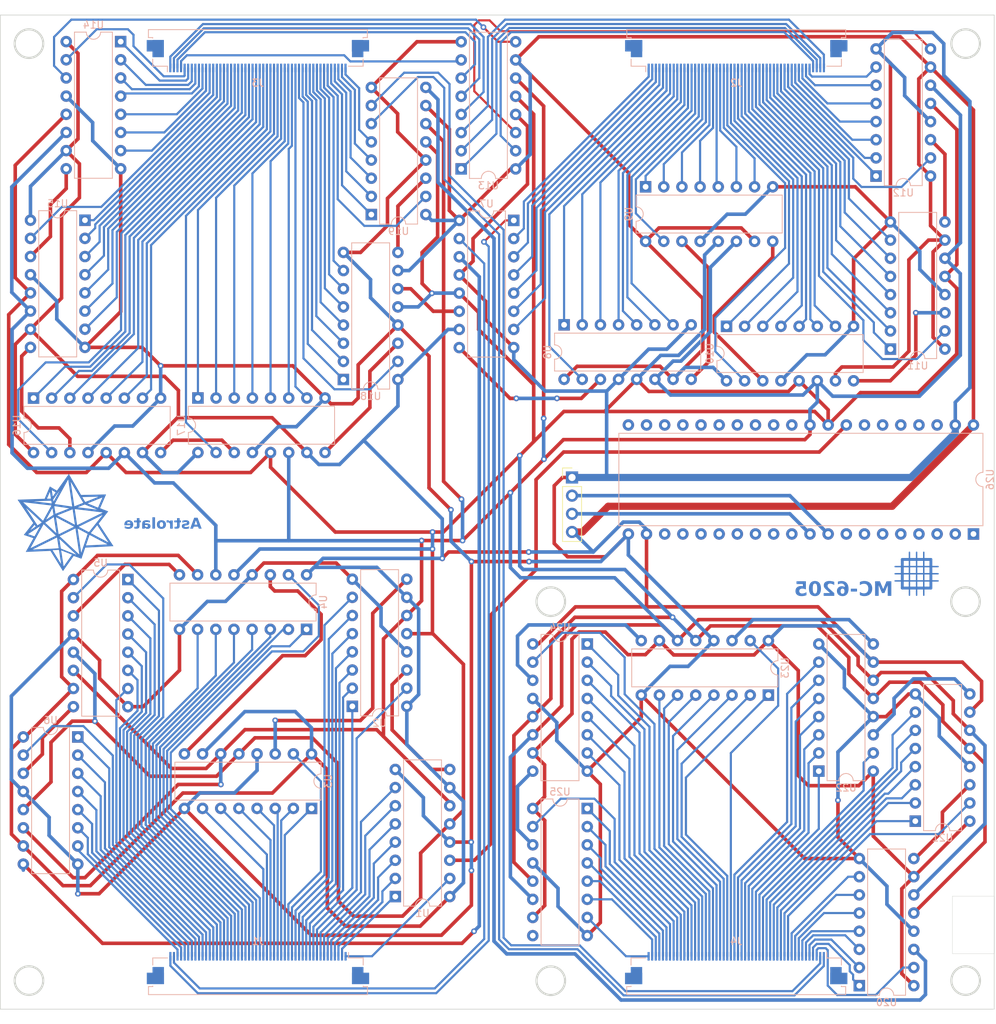
<source format=kicad_pcb>
(kicad_pcb (version 20240108) (generator "pcbnew") (generator_version "8.0")
  (layers (0 "F.Cu" signal) (31 "B.Cu" signal) (34 "B.Paste" user) (35 "F.Paste" user) (36 "B.SilkS" user "B.Silkscreen") (37 "F.SilkS" user "F.Silkscreen") (38 "B.Mask" user) (39 "F.Mask" user) (44 "Edge.Cuts" user))
  (net 0 "")
  (net 1 "/CPA7")
  (net 2 "/CPA86")
  (net 3 "/CPA74")
  (net 4 "/CPA23")
  (net 5 "/CPA47")
  (net 6 "/CPA13")
  (net 7 "/CPA45")
  (net 8 "/CPA54")
  (net 9 "/CPA15")
  (net 10 "/CPA33")
  (net 11 "/CPA27")
  (net 12 "/CPA60")
  (net 13 "/CPA52")
  (net 14 "/CPA9")
  (net 15 "/CPA37")
  (net 16 "/CPA94")
  (net 17 "/CPA80")
  (net 18 "/CPA88")
  (net 19 "/CPA70")
  (net 20 "/CPA96")
  (net 21 "/CPA62")
  (net 22 "/CPA35")
  (net 23 "/CPA31")
  (net 24 "/CPA98")
  (net 25 "/CPA39")
  (net 26 "/CPA1")
  (net 27 "/CPA92")
  (net 28 "/CPA25")
  (net 29 "/CPA41")
  (net 30 "/CPA17")
  (net 31 "/CPA100")
  (net 32 "/CPA66")
  (net 33 "/CPA29")
  (net 34 "/CPA78")
  (net 35 "/CPA49")
  (net 36 "/CPA82")
  (net 37 "/CPA68")
  (net 38 "/CPA56")
  (net 39 "/CPA84")
  (net 40 "/CPA76")
  (net 41 "/CPA11")
  (net 42 "/CPA21")
  (net 43 "/CPA19")
  (net 44 "/CPA58")
  (net 45 "/CPA64")
  (net 46 "/CPA5")
  (net 47 "/CPA72")
  (net 48 "/CPA43")
  (net 49 "/CPA3")
  (net 50 "/CPA90")
  (net 51 "/CPC26")
  (net 52 "/CPC46")
  (net 53 "/CPC10")
  (net 54 "/CPC4")
  (net 55 "/CPC55")
  (net 56 "/CPC2")
  (net 57 "/CPC71")
  (net 58 "/CPC6")
  (net 59 "/CPC24")
  (net 60 "/CPC65")
  (net 61 "/CPC81")
  (net 62 "/CPC16")
  (net 63 "/CPC63")
  (net 64 "/CPC20")
  (net 65 "/CPC14")
  (net 66 "/CPC75")
  (net 67 "/CPC32")
  (net 68 "/CPC28")
  (net 69 "/CPC44")
  (net 70 "/CPC53")
  (net 71 "/CPC8")
  (net 72 "/CPC97")
  (net 73 "/CPC73")
  (net 74 "/CPC48")
  (net 75 "/CPC93")
  (net 76 "/CPC12")
  (net 77 "/CPC87")
  (net 78 "/CPC91")
  (net 79 "/CPC61")
  (net 80 "/CPC83")
  (net 81 "/CPC89")
  (net 82 "/CPC40")
  (net 83 "/CPC95")
  (net 84 "/CPC34")
  (net 85 "/CPC67")
  (net 86 "/CPC22")
  (net 87 "/CPC36")
  (net 88 "/CPC69")
  (net 89 "/CPC18")
  (net 90 "/CPC38")
  (net 91 "/CPC51")
  (net 92 "/CPC77")
  (net 93 "/CPC50")
  (net 94 "/CPC42")
  (net 95 "/CPC30")
  (net 96 "/CPC79")
  (net 97 "/CPC85")
  (net 98 "/CPC59")
  (net 99 "/CPC99")
  (net 100 "/CPC57")
  (net 101 "/CPC74")
  (net 102 "/CPC100")
  (net 103 "/CPC9")
  (net 104 "/CPC31")
  (net 105 "/CPC35")
  (net 106 "/CPC52")
  (net 107 "/CPC94")
  (net 108 "/CPC84")
  (net 109 "/CPC90")
  (net 110 "/CPC80")
  (net 111 "/CPC23")
  (net 112 "/CPC96")
  (net 113 "/CPC3")
  (net 114 "/CPC41")
  (net 115 "/CPC76")
  (net 116 "/CPC82")
  (net 117 "/CPC27")
  (net 118 "/CPC64")
  (net 119 "/CPC21")
  (net 120 "/CPC25")
  (net 121 "/CPC78")
  (net 122 "/CPC15")
  (net 123 "/CPC45")
  (net 124 "/CPC72")
  (net 125 "/CPC86")
  (net 126 "/CPC58")
  (net 127 "/CPC39")
  (net 128 "/CPC11")
  (net 129 "/CPC49")
  (net 130 "/CPC17")
  (net 131 "/CPC19")
  (net 132 "/CPC37")
  (net 133 "/CPC88")
  (net 134 "/CPC54")
  (net 135 "/CPC43")
  (net 136 "/CPC62")
  (net 137 "/CPC33")
  (net 138 "/CPC13")
  (net 139 "/CPC7")
  (net 140 "/CPC60")
  (net 141 "/CPC1")
  (net 142 "/CPC68")
  (net 143 "/CPC92")
  (net 144 "/CPC29")
  (net 145 "/CPC66")
  (net 146 "/CPC98")
  (net 147 "/CPC47")
  (net 148 "/CPC5")
  (net 149 "/CPC56")
  (net 150 "/CPC70")
  (net 151 "SCK")
  (net 152 "+5V")
  (net 153 "GND")
  (net 154 "CS")
  (net 155 "MOSI")
  (net 156 "Net-(U1-QH')")
  (net 157 "Net-(U2-QH')")
  (net 158 "/CPA22")
  (net 159 "/CPA18")
  (net 160 "Net-(U3-QH')")
  (net 161 "/CPA20")
  (net 162 "/CPA24")
  (net 163 "/CPA30")
  (net 164 "/CPA32")
  (net 165 "/CPA26")
  (net 166 "Net-(U4-QH')")
  (net 167 "/CPA28")
  (net 168 "/CPA36")
  (net 169 "/CPA38")
  (net 170 "Net-(U5-QH')")
  (net 171 "/CPA40")
  (net 172 "/CPA34")
  (net 173 "/CPA48")
  (net 174 "/CPA42")
  (net 175 "/CPA46")
  (net 176 "/CPA44")
  (net 177 "Net-(U6-QH')")
  (net 178 "Net-(U7-QH')")
  (net 179 "/CPA51")
  (net 180 "/CPA53")
  (net 181 "/CPA50")
  (net 182 "/CPA55")
  (net 183 "/CPA57")
  (net 184 "/CPA61")
  (net 185 "/CPA63")
  (net 186 "/CPA59")
  (net 187 "Net-(U8-QH')")
  (net 188 "/CPA71")
  (net 189 "/CPA65")
  (net 190 "/CPA69")
  (net 191 "/CPA67")
  (net 192 "Net-(U10-SER)")
  (net 193 "/CPA73")
  (net 194 "/CPA77")
  (net 195 "Net-(U10-QH')")
  (net 196 "/CPA79")
  (net 197 "/CPA75")
  (net 198 "/CPA85")
  (net 199 "/CPA83")
  (net 200 "/CPA81")
  (net 201 "/CPA87")
  (net 202 "Net-(U11-QH')")
  (net 203 "/CPA93")
  (net 204 "/CPA89")
  (net 205 "/CPA91")
  (net 206 "Net-(U12-QH')")
  (net 207 "/CPA95")
  (net 208 "Net-(U13-QH')")
  (net 209 "/CPA99")
  (net 210 "/CPA97")
  (net 211 "Net-(U14-QH')")
  (net 212 "Net-(U15-QH')")
  (net 213 "Net-(U16-QH')")
  (net 214 "Net-(U17-QH')")
  (net 215 "Net-(U18-QH')")
  (net 216 "Net-(U19-QH')")
  (net 217 "Net-(U20-QH')")
  (net 218 "Net-(U21-QH')")
  (net 219 "Net-(U22-QH')")
  (net 220 "Net-(U23-QH')")
  (net 221 "Net-(U24-QH')")
  (net 228 "USB_DM")
  (net 238 "USB_DP")
  (net 256 "/CPA12")
  (net 257 "/CPA8")
  (net 258 "/CPA4")
  (net 259 "/CPA14")
  (net 260 "/CPA10")
  (net 261 "/CPA16")
  (net 262 "/CPA6")
  (net 263 "/CPA2")
  (footprint "Connector_PinHeader_2.54mm:PinHeader_1x04_P2.54mm_Vertical" (layer "F.Cu") (at 106.82 92.44)
    (property "Reference" "REF**" (hide yes))
    (property "Value" "PinHeader_1x04_P2.54mm_Vertical")
  )
  (footprint "Package_DIP:CERDIP-16_W7.62mm_SideBrazed" (layer "B.Cu") (at 76.095 124.44)
    (property "Reference" "U2")
    (property "Value" "74HC595")
  )
  (footprint "Package_DIP:CERDIP-16_W7.62mm_SideBrazed" (layer "B.Cu") (at 44.705 106.71 180)
    (property "Reference" "U5")
    (property "Value" "74HC595")
  )
  (footprint "Package_DIP:CERDIP-16_W7.62mm_SideBrazed" (layer "B.Cu") (at 78.75 55.68)
    (property "Reference" "U19")
    (property "Value" "74HC595")
  )
  (footprint "Package_DIP:CERDIP-16_W7.62mm_SideBrazed" (layer "B.Cu") (at 54.5 81.33 -90)
    (property "Reference" "U17")
    (property "Value" "74HC595")
  )
  (footprint "Package_DIP:CERDIP-16_W7.62mm_SideBrazed" (layer "B.Cu") (at 31.51 81.345 -90)
    (property "Reference" "U16")
    (property "Value" "74HC595")
  )
  (footprint "Package_DIP:CERDIP-16_W7.62mm_SideBrazed" (layer "B.Cu") (at 154.83 140.49)
    (property "Reference" "U21")
    (property "Value" "74HC595")
  )
  (footprint "Package_DIP:CERDIP-16_W7.62mm_SideBrazed" (layer "B.Cu") (at 151.35 74.49)
    (property "Reference" "U11")
    (property "Value" "74HC595")
  )
  (footprint "Package_DIP:CERDIP-16_W7.62mm_SideBrazed" (layer "B.Cu") (at 37.7 128.72 180)
    (property "Reference" "U6")
    (property "Value" "74HC595")
  )
  (footprint "Package_DIP:CERDIP-16_W7.62mm_SideBrazed" (layer "B.Cu") (at 69.7 113.67 90)
    (property "Reference" "U4")
    (property "Value" "74HC595")
  )
  (footprint "Package_DIP:CERDIP-16_W7.62mm_SideBrazed" (layer "B.Cu") (at 117.11 51.8 -90)
    (property "Reference" "U9")
    (property "Value" "74HC595")
  )
  (footprint "Package_DIP:CERDIP-16_W7.62mm_SideBrazed" (layer "B.Cu") (at 141.33 133.5)
    (property "Reference" "U22")
    (property "Value" "74HC595")
  )
  (footprint "Package_DIP:CERDIP-16_W7.62mm_SideBrazed" (layer "B.Cu") (at 91.32 49.3)
    (property "Reference" "U13")
    (property "Value" "74HC595")
  )
  (footprint "Package_DIP:CERDIP-16_W7.62mm_SideBrazed" (layer "B.Cu") (at 134.28 122.87 90)
    (property "Reference" "U23")
    (property "Value" "74HC595")
  )
  (footprint "Connector_FFC-FPC:Molex_54132-5033_1x50-1MP_P0.5mm_Horizontal" (layer "B.Cu") (at 129.79 33.53)
    (property "Reference" "J2")
    (property "Value" "Conn_01x50_Pin")
  )
  (footprint "Connector_FFC-FPC:Molex_54132-5033_1x50-1MP_P0.5mm_Horizontal" (layer "B.Cu") (at 62.9 161.03 180)
    (property "Reference" "J1")
    (property "Value" "Conn_01x50_Pin")
  )
  (footprint "Package_DIP:CERDIP-16_W7.62mm_SideBrazed" (layer "B.Cu") (at 128.42 71.3 -90)
    (property "Reference" "U10")
    (property "Value" "74HC595")
  )
  (footprint "Package_DIP:CERDIP-16_W7.62mm_SideBrazed" (layer "B.Cu") (at 108.95 115.72 180)
    (property "Reference" "U24")
    (property "Value" "74HC595")
  )
  (footprint "Package_DIP:CERDIP-16_W7.62mm_SideBrazed" (layer "B.Cu") (at 70.39 138.705 90)
    (property "Reference" "U3")
    (property "Value" "74HC595")
  )
  (footprint "Package_DIP:DIP-40_W15.24mm" (layer "B.Cu") (at 162.96 100.34 90)
    (property "Reference" "U26")
    (property "Value" "~")
  )
  (footprint "Package_DIP:CERDIP-16_W7.62mm_SideBrazed" (layer "B.Cu") (at 108.95 138.72 180)
    (property "Reference" "U25")
    (property "Value" "74HC595")
  )
  (footprint "Package_DIP:CERDIP-16_W7.62mm_SideBrazed" (layer "B.Cu") (at 105.71 71.095 -90)
    (property "Reference" "U8")
    (property "Value" "74HC595")
  )
  (footprint "Package_DIP:CERDIP-16_W7.62mm_SideBrazed" (layer "B.Cu") (at 147 163.5)
    (property "Reference" "U20")
    (property "Value" "74HC595")
  )
  (footprint "Package_DIP:CERDIP-16_W7.62mm_SideBrazed" (layer "B.Cu") (at 149.34 50.3)
    (property "Reference" "U12")
    (property "Value" "74HC595")
  )
  (footprint "Package_DIP:CERDIP-16_W7.62mm_SideBrazed" (layer "B.Cu") (at 98.67 56.5 180)
    (property "Reference" "U7")
    (property "Value" "74HC595")
  )
  (footprint "Connector_FFC-FPC:Molex_54132-5033_1x50-1MP_P0.5mm_Horizontal" (layer "B.Cu") (at 129.78 161.035 180)
    (property "Reference" "J4")
    (property "Value" "Conn_01x50_Pin")
  )
  (footprint "Package_DIP:CERDIP-16_W7.62mm_SideBrazed" (layer "B.Cu") (at 82.1 151.04)
    (property "Reference" "U1")
    (property "Value" "74HC595")
  )
  (footprint "Package_DIP:CERDIP-16_W7.62mm_SideBrazed" (layer "B.Cu") (at 43.7 31.5 180)
    (property "Reference" "U14")
    (property "Value" "74HC595")
  )
  (footprint "Connector_FFC-FPC:Molex_54132-5033_1x50-1MP_P0.5mm_Horizontal" (layer "B.Cu") (at 62.89 33.53)
    (property "Reference" "J3")
    (property "Value" "Conn_01x50_Pin")
  )
  (footprint "Package_DIP:CERDIP-16_W7.62mm_SideBrazed" (layer "B.Cu") (at 38.7 56.47 180)
    (property "Reference" "U15")
    (property "Value" "74HC595")
  )
  (footprint "Package_DIP:CERDIP-16_W7.62mm_SideBrazed" (layer "B.Cu") (at 74.85 78.75)
    (property "Reference" "U18")
    (property "Value" "74HC595")
  )
  (gr_line (start 154.01 102.9) (end 154.01 108.9) (stroke (width 0.2)) (layer "B.Cu"))
  (gr_line (start 152.01 106.9) (end 158.01 106.9) (stroke (width 0.2)) (layer "B.Cu"))
  (gr_poly (pts (xy 36.289402 92.171748) (xy 35.3278 93.518794) (xy 34.78043 94.285874) (xy 34.309684 94.004569) (xy 33.795757 93.697441) (xy 33.729081 93.853651) (xy 33.061485 95.419137) (xy 33.026983 95.419984) (xy 33.026983 95.420831) (xy 30.732516 95.497666) (xy 29.279636 95.546349) (xy 31.464881 98.811093) (xy 30.144928 100.470348) (xy 30.346011 100.537447) (xy 30.351372 100.539197) (xy 30.356674 100.540966) (xy 30.361936 100.542775) (xy 30.367178 100.544644) (xy 30.369718 100.54549) (xy 31.251944 100.846691) (xy 31.49388 100.929242) (xy 30.420517 102.85054) (xy 30.687852 102.837205) (xy 30.693475 102.836984) (xy 30.699177 102.836703) (xy 30.704878 102.836462) (xy 30.707705 102.836387) (xy 30.710501 102.836359) (xy 30.820779 102.831703) (xy 33.849731 102.702797) (xy 33.875977 102.70174) (xy 35.625402 105.532781) (xy 35.867549 105.190092) (xy 37.124214 103.41188) (xy 38.057029 103.745044) (xy 38.214297 103.799866) (xy 38.262134 103.65805) (xy 38.405128 103.233448) (xy 36.886936 103.233448) (xy 35.723616 104.879792) (xy 35.67426 104.562926) (xy 35.374154 104.562926) (xy 34.165538 102.606916) (xy 35.061946 102.55802) (xy 35.374154 104.562926) (xy 35.67426 104.562926) (xy 35.372884 102.628082) (xy 36.886936 103.233448) (xy 38.405128 103.233448) (xy 38.406554 103.229213) (xy 37.494208 103.229213) (xy 37.138184 103.102002) (xy 37.137973 103.102004) (xy 35.33415 102.380643) (xy 35.328446 102.344023) (xy 35.028714 102.344023) (xy 34.034306 102.398421) (xy 33.83682 102.406888) (xy 31.375772 102.511663) (xy 34.792282 100.826585) (xy 35.028714 102.344023) (xy 35.328446 102.344023) (xy 35.122483 101.021742) (xy 37.494208 103.229213) (xy 38.406554 103.229213) (xy 38.411614 103.214186) (xy 37.913095 103.214186) (xy 35.15544 100.647443) (xy 35.308929 100.571739) (xy 34.639036 100.571739) (xy 31.071607 102.331113) (xy 32.763985 99.250728) (xy 32.425849 99.250728) (xy 31.646917 100.668471) (xy 31.347619 100.566236) (xy 31.347618 100.566448) (xy 30.750296 100.362402) (xy 31.313118 99.989021) (xy 32.104328 99.464089) (xy 32.353443 99.298776) (xy 31.817307 99.298776) (xy 31.149287 99.742006) (xy 31.051498 99.806775) (xy 31.653902 99.049432) (xy 31.817307 99.298776) (xy 32.353443 99.298776) (xy 32.425849 99.250728) (xy 32.763985 99.250728) (xy 32.918186 98.970058) (xy 34.639036 100.571739) (xy 35.308929 100.571739) (xy 37.371017 99.554681) (xy 37.752229 102.128124) (xy 37.913095 103.214186) (xy 38.411614 103.214186) (xy 38.635302 102.549975) (xy 38.644615 102.52267) (xy 38.667264 102.455784) (xy 38.737538 102.249197) (xy 42.404451 102.05764) (xy 42.411594 102.057217) (xy 42.415583 102.056985) (xy 42.419691 102.056794) (xy 42.431332 102.056158) (xy 42.690624 102.044092) (xy 42.523662 101.789457) (xy 41.851789 101.789457) (xy 38.840196 101.946936) (xy 39.343327 100.466963) (xy 41.851789 101.789457) (xy 42.523662 101.789457) (xy 42.355868 101.533553) (xy 42.001861 101.533553) (xy 39.713187 100.32684) (xy 39.077898 100.32684) (xy 38.523331 101.957944) (xy 38.522907 101.957944) (xy 38.487771 102.058909) (xy 38.487559 102.058908) (xy 38.354209 102.454725) (xy 38.177679 102.979235) (xy 38.045176 102.084732) (xy 37.675394 99.587489) (xy 39.077898 100.32684) (xy 39.713187 100.32684) (xy 39.520492 100.225241) (xy 40.413091 99.110394) (xy 42.001861 101.533553) (xy 42.355868 101.533553) (xy 40.621159 98.887931) (xy 41.569676 97.674022) (xy 41.183557 97.674022) (xy 39.253581 100.084694) (xy 39.25358 100.084904) (xy 37.824195 99.33116) (xy 37.842646 99.322059) (xy 37.172262 99.322059) (xy 35.022998 100.382085) (xy 34.998077 100.222066) (xy 34.698091 100.222066) (xy 33.1434 98.775113) (xy 33.202723 98.735743) (xy 32.666304 98.735743) (xy 32.064324 99.134946) (xy 30.451354 96.674226) (xy 32.666304 98.735743) (xy 33.202723 98.735743) (xy 33.775224 98.355801) (xy 34.348206 97.975647) (xy 34.348206 97.975859) (xy 34.698091 100.222066) (xy 34.998077 100.222066) (xy 34.650889 97.992793) (xy 34.650889 97.992792) (xy 37.172262 99.322059) (xy 37.842646 99.322059) (xy 41.183557 97.674022) (xy 41.569676 97.674022) (xy 41.832316 97.337897) (xy 41.836137 97.333027) (xy 41.204301 97.333027) (xy 37.604486 99.108699) (xy 37.596232 99.052819) (xy 37.296722 99.052819) (xy 34.813238 97.74345) (xy 34.813238 97.743449) (xy 35.041378 97.653068) (xy 34.297828 97.653068) (xy 33.611393 98.108575) (xy 33.265107 98.338444) (xy 34.15291 96.722622) (xy 34.297828 97.653068) (xy 35.041378 97.653068) (xy 36.976048 96.886622) (xy 37.28 98.94) (xy 37.296722 99.052819) (xy 37.596232 99.052819) (xy 37.573159 98.896609) (xy 37.57316 98.896397) (xy 37.270899 96.855508) (xy 41.204301 97.333027) (xy 41.836137 97.333027) (xy 41.955718 97.180629) (xy 41.339278 96.941444) (xy 40.435527 96.941444) (xy 38.861568 96.750309) (xy 36.515461 96.750309) (xy 34.577218 97.518157) (xy 34.40959 96.442546) (xy 36.515461 96.750309) (xy 38.861568 96.750309) (xy 37.681532 96.607011) (xy 37.926304 96.510068) (xy 36.920167 96.510068) (xy 36.919955 96.510279) (xy 35.903934 96.361689) (xy 34.013139 96.361689) (xy 32.841775 98.494019) (xy 30.047563 95.893271) (xy 34.013139 96.361689) (xy 35.903934 96.361689) (xy 34.466739 96.151504) (xy 34.512672 96.067896) (xy 34.051237 96.067896) (xy 34.051025 96.067897) (xy 31.512929 95.767965) (xy 33.156733 95.712931) (xy 33.258333 95.712931) (xy 33.259391 95.710391) (xy 33.992605 95.691553) (xy 34.051237 96.067896) (xy 34.512672 96.067896) (xy 35.522748 94.229359) (xy 35.1845 94.229359) (xy 34.312174 95.817196) (xy 34.265232 95.516081) (xy 34.350823 95.396277) (xy 33.946885 95.396277) (xy 33.38745 95.410671) (xy 33.798719 94.445895) (xy 33.946674 95.396277) (xy 33.946885 95.396277) (xy 34.350823 95.396277) (xy 34.862555 94.679997) (xy 34.895152 94.63449) (xy 34.971495 94.527598) (xy 34.607497 94.527598) (xy 34.200038 95.097828) (xy 34.060339 94.200785) (xy 34.157494 94.258781) (xy 34.157493 94.258781) (xy 34.607497 94.527598) (xy 34.971495 94.527598) (xy 35.1845 94.229359) (xy 35.522748 94.229359) (xy 36.357345 92.710227) (xy 36.920167 96.510068) (xy 37.926304 96.510068) (xy 38.669169 96.215851) (xy 40.435527 96.941444) (xy 41.339278 96.941444) (xy 40.818856 96.739515) (xy 41.472971 95.233083) (xy 41.149902 95.233083) (xy 40.530354 96.659928) (xy 39.066256 96.058583) (xy 39.266606 95.979208) (xy 38.461736 95.979208) (xy 37.214385 96.47345) (xy 36.706172 93.042333) (xy 37.943999 95.113067) (xy 37.943999 95.112856) (xy 37.960086 95.139737) (xy 38.461736 95.979208) (xy 39.266606 95.979208) (xy 41.149902 95.233083) (xy 41.472971 95.233083) (xy 41.518282 95.128731) (xy 40.608882 95.128731) (xy 38.740924 95.868717) (xy 38.740712 95.868718) (xy 38.327115 95.176568) (xy 40.608882 95.128731) (xy 41.518282 95.128731) (xy 41.656421 94.810597) (xy 38.160746 94.883833) (xy 37.388586 93.56388) (xy 36.572611 92.168997) (xy 36.564145 92.154392) (xy 36.563897 92.153966) (xy 36.563629 92.153489) (xy 36.563034 92.152407) (xy 36.562359 92.151207) (xy 36.561992 92.15058) (xy 36.561605 92.149946) (xy 36.447516 91.949498)) (stroke (width -0.000001)) (fill solid) (layer "B.Cu") (net 151))
  (gr_line (start 156.01 102.9) (end 156.01 108.9) (stroke (width 0.2)) (layer "B.Cu"))
  (gr_line (start 153.01 103.9) (end 157.01 103.9) (stroke (width 0.4)) (layer "B.Cu"))
  (gr_line (start 155.01 102.9) (end 155.01 108.9) (stroke (width 0.2)) (layer "B.Cu"))
  (gr_line (start 153.01 103.9) (end 153.01 107.9) (stroke (width 0.4)) (layer "B.Cu"))
  (gr_line (start 152.01 105.9) (end 158.01 105.9) (stroke (width 0.2)) (layer "B.Cu"))
  (gr_line (start 152.01 104.9) (end 158.01 104.9) (stroke (width 0.2)) (layer "B.Cu"))
  (gr_poly (pts (xy 29.279635 95.546349) (xy 29.279636 95.546349) (xy 29.279634 95.546347)) (stroke (width -0.000001)) (fill solid) (layer "B.Cu") (net 151))
  (gr_line (start 153.01 107.9) (end 157.01 107.9) (stroke (width 0.4)) (layer "B.Cu"))
  (gr_line (start 157.01 103.9) (end 157.01 107.9) (stroke (width 0.4)) (layer "B.Cu"))
  (gr_circle (center 103.85 162.8) (end 103.85 160.8) (stroke (width 0.3)) (fill none) (layer "Edge.Cuts"))
  (gr_circle (center 103.85 109.8) (end 103.85 107.8) (stroke (width 0.3)) (fill none) (layer "Edge.Cuts"))
  (gr_circle (center 161.85 109.8) (end 161.85 107.8) (stroke (width 0.3)) (fill none) (layer "Edge.Cuts"))
  (gr_rect (start 26.87 27.78) (end 165.87 166.78) (stroke (width 0.1)) (fill none) (layer "Edge.Cuts"))
  (gr_circle (center 161.87 31.78) (end 161.87 29.78) (stroke (width 0.3)) (fill none) (layer "Edge.Cuts"))
  (gr_rect (start 160.01 150.98) (end 165.9 159.01) (stroke (width 0.05)) (fill none) (layer "Edge.Cuts"))
  (gr_circle (center 30.87 31.78) (end 30.87 29.78) (stroke (width 0.3)) (fill none) (layer "Edge.Cuts"))
  (gr_circle (center 161.87 162.78) (end 161.87 160.78) (stroke (width 0.3)) (fill none) (layer "Edge.Cuts"))
  (gr_circle (center 30.87 162.78) (end 30.87 160.78) (stroke (width 0.3)) (fill none) (layer "Edge.Cuts"))
  (gr_text "MC-6205\n" (at 151.73 109.33 0) (layer "B.Cu") (effects (font (size 2 2) (thickness 0.35) (bold yes)) (justify left bottom mirror)))
  (gr_text "Astrolate" (at 55.03 99.85 0) (layer "B.Cu") (effects (font (size 1.5 1.5) (thickness 0.3) (bold yes)) (justify left bottom mirror)))
  (segment (start 139.04 36.64) (end 139.04 35.18) (width 0.3) (layer "B.Cu") (net 1))
  (segment (start 142.54 40.14) (end 139.04 36.64) (width 0.3) (layer "B.Cu") (net 1))
  (segment (start 149.34 40.14) (end 142.54 40.14) (width 0.3) (layer "B.Cu") (net 1))
  (segment (start 134.54 39.34) (end 143.75 48.55) (width 0.3) (layer "B.Cu") (net 2))
  (segment (start 134.54 35.18) (end 134.54 39.34) (width 0.3) (layer "B.Cu") (net 2))
  (segment (start 143.75 59.27) (end 151.35 66.87) (width 0.3) (layer "B.Cu") (net 2))
  (segment (start 143.75 48.55) (end 143.75 59.27) (width 0.3) (layer "B.Cu") (net 2))
  (segment (start 126.86 74.82) (end 126.86 70.11) (width 0.3) (layer "B.Cu") (net 3))
  (segment (start 126.86 70.11) (end 136.62 60.35) (width 0.3) (layer "B.Cu") (net 3))
  (segment (start 130.96 78.92) (end 126.86 74.82) (width 0.3) (layer "B.Cu") (net 3))
  (segment (start 128.54 43.21) (end 128.54 35.18) (width 0.3) (layer "B.Cu") (net 3))
  (segment (start 136.62 51.29) (end 128.54 43.21) (width 0.3) (layer "B.Cu") (net 3))
  (segment (start 136.62 60.35) (end 136.62 51.29) (width 0.3) (layer "B.Cu") (net 3))
  (segment (start 139.55 70.33) (end 138.58 71.3) (width 0.3) (layer "B.Cu") (net 4))
  (segment (start 131.04 35.18) (end 131.04 41.58) (width 0.3) (layer "B.Cu") (net 4))
  (segment (start 139.55 50.09) (end 139.55 70.33) (width 0.3) (layer "B.Cu") (net 4))
  (segment (start 131.04 41.58) (end 139.55 50.09) (width 0.3) (layer "B.Cu") (net 4))
  (segment (start 119.04 35.18) (end 119.04 37.54) (width 0.3) (layer "B.Cu") (net 5))
  (segment (start 119.04 37.54) (end 101.85 54.73) (width 0.3) (layer "B.Cu") (net 5))
  (segment (start 101.85 63.48) (end 98.67 66.66) (width 0.3) (layer "B.Cu") (net 5))
  (segment (start 101.85 54.73) (end 101.85 63.48) (width 0.3) (layer "B.Cu") (net 5))
  (segment (start 145.54 47.94) (end 136.04 38.44) (width 0.3) (layer "B.Cu") (net 6))
  (segment (start 136.04 38.44) (end 136.04 35.18) (width 0.3) (layer "B.Cu") (net 6))
  (segment (start 151.35 59.25) (end 145.54 53.44) (width 0.3) (layer "B.Cu") (net 6))
  (segment (start 145.54 53.44) (end 145.54 47.94) (width 0.3) (layer "B.Cu") (net 6))
  (segment (start 120.04 35.18) (end 120.04 38.35) (width 0.3) (layer "B.Cu") (net 7))
  (segment (start 103.05 67.36) (end 98.67 71.74) (width 0.3) (layer "B.Cu") (net 7))
  (segment (start 103.05 55.34) (end 103.05 67.36) (width 0.3) (layer "B.Cu") (net 7))
  (segment (start 120.04 38.35) (end 103.05 55.34) (width 0.3) (layer "B.Cu") (net 7))
  (segment (start 101.25 61.54) (end 98.67 64.12) (width 0.3) (layer "B.Cu") (net 8))
  (segment (start 118.54 37.15) (end 101.25 54.44) (width 0.3) (layer "B.Cu") (net 8))
  (segment (start 118.54 35.18) (end 118.54 37.15) (width 0.3) (layer "B.Cu") (net 8))
  (segment (start 101.25 54.44) (end 101.25 61.54) (width 0.3) (layer "B.Cu") (net 8))
  (segment (start 151.35 64.33) (end 144.34 57.32) (width 0.3) (layer "B.Cu") (net 9))
  (segment (start 144.34 57.32) (end 144.34 48.34) (width 0.3) (layer "B.Cu") (net 9))
  (segment (start 144.34 48.34) (end 135.04 39.04) (width 0.3) (layer "B.Cu") (net 9))
  (segment (start 135.04 39.04) (end 135.04 35.18) (width 0.3) (layer "B.Cu") (net 9))
  (segment (start 126.04 43.16) (end 126.04 35.18) (width 0.3) (layer "B.Cu") (net 10))
  (segment (start 122.19 47.01) (end 126.04 43.16) (width 0.3) (layer "B.Cu") (net 10))
  (segment (start 122.19 51.8) (end 122.19 47.01) (width 0.3) (layer "B.Cu") (net 10))
  (segment (start 128.42 71.3) (end 137.16 62.56) (width 0.3) (layer "B.Cu") (net 11))
  (segment (start 137.16 51.01) (end 129.04 42.89) (width 0.3) (layer "B.Cu") (net 11))
  (segment (start 129.04 42.89) (end 129.04 35.17) (width 0.3) (layer "B.Cu") (net 11))
  (segment (start 137.16 62.56) (end 137.16 51.01) (width 0.3) (layer "B.Cu") (net 11))
  (segment (start 121.54 39.55) (end 108.25 52.84) (width 0.3) (layer "B.Cu") (net 12))
  (segment (start 121.54 35.18) (end 121.54 39.55) (width 0.3) (layer "B.Cu") (net 12))
  (segment (start 108.25 52.84) (end 108.25 71.095) (width 0.3) (layer "B.Cu") (net 12))
  (segment (start 117.54 36.4) (end 100.08 53.86) (width 0.3) (layer "B.Cu") (net 13))
  (segment (start 100.08 57.63) (end 98.67 59.04) (width 0.3) (layer "B.Cu") (net 13))
  (segment (start 117.54 35.18) (end 117.54 36.4) (width 0.3) (layer "B.Cu") (net 13))
  (segment (start 100.08 53.86) (end 100.08 57.63) (width 0.3) (layer "B.Cu") (net 13))
  (segment (start 146.02 45.22) (end 149.34 45.22) (width 0.3) (layer "B.Cu") (net 14))
  (segment (start 138.04 35.18) (end 138.04 37.24) (width 0.3) (layer "B.Cu") (net 14))
  (segment (start 138.04 37.24) (end 146.02 45.22) (width 0.3) (layer "B.Cu") (net 14))
  (segment (start 115.15 65.295) (end 120.95 71.095) (width 0.3) (layer "B.Cu") (net 15))
  (segment (start 115.15 50.45) (end 115.15 65.295) (width 0.3) (layer "B.Cu") (net 15))
  (segment (start 124.04 35.18) (end 124.04 41.56) (width 0.3) (layer "B.Cu") (net 15))
  (segment (start 124.04 41.56) (end 115.15 50.45) (width 0.3) (layer "B.Cu") (net 15))
  (segment (start 138.54 35.18) (end 138.54 36.935) (width 0.3) (layer "B.Cu") (net 16))
  (segment (start 144.285 42.68) (end 149.34 42.68) (width 0.3) (layer "B.Cu") (net 16))
  (segment (start 138.54 36.935) (end 144.285 42.68) (width 0.3) (layer "B.Cu") (net 16))
  (segment (start 140.15 49.86) (end 131.54 41.25) (width 0.3) (layer "B.Cu") (net 17))
  (segment (start 141.12 71.3) (end 140.15 70.33) (width 0.3) (layer "B.Cu") (net 17))
  (segment (start 131.54 41.25) (end 131.54 35.18) (width 0.3) (layer "B.Cu") (net 17))
  (segment (start 140.15 70.33) (end 140.15 49.86) (width 0.3) (layer "B.Cu") (net 17))
  (segment (start 135.54 38.74) (end 144.95 48.15) (width 0.3) (layer "B.Cu") (net 18))
  (segment (start 144.95 48.15) (end 144.95 55.39) (width 0.3) (layer "B.Cu") (net 18))
  (segment (start 135.54 35.18) (end 135.54 38.74) (width 0.3) (layer "B.Cu") (net 18))
  (segment (start 144.95 55.39) (end 151.35 61.79) (width 0.3) (layer "B.Cu") (net 18))
  (segment (start 124.73 51.8) (end 124.73 45.37) (width 0.3) (layer "B.Cu") (net 19))
  (segment (start 126.54 43.56) (end 126.54 35.18) (width 0.3) (layer "B.Cu") (net 19))
  (segment (start 124.73 45.37) (end 126.54 43.56) (width 0.3) (layer "B.Cu") (net 19))
  (segment (start 139.54 36.33) (end 140.81 37.6) (width 0.3) (layer "B.Cu") (net 20))
  (segment (start 140.81 37.6) (end 149.34 37.6) (width 0.3) (layer "B.Cu") (net 20))
  (segment (start 139.54 35.18) (end 139.54 36.33) (width 0.3) (layer "B.Cu") (net 20))
  (segment (start 113.33 49.56) (end 113.33 71.095) (width 0.3) (layer "B.Cu") (net 21))
  (segment (start 122.54 35.18) (end 122.54 40.35) (width 0.3) (layer "B.Cu") (net 21))
  (segment (start 122.54 40.35) (end 113.33 49.56) (width 0.3) (layer "B.Cu") (net 21))
  (segment (start 125.04 42.35) (end 125.04 35.18) (width 0.3) (layer "B.Cu") (net 22))
  (segment (start 117.11 51.8) (end 117.11 50.28) (width 0.3) (layer "B.Cu") (net 22))
  (segment (start 117.11 50.28) (end 125.04 42.35) (width 0.3) (layer "B.Cu") (net 22))
  (segment (start 127.04 35.18) (end 127.04 51.57) (width 0.3) (layer "B.Cu") (net 23))
  (segment (start 127.04 51.57) (end 127.27 51.8) (width 0.3) (layer "B.Cu") (net 23))
  (segment (start 98.94 46.76) (end 96.84 44.66) (width 0.3) (layer "B.Cu") (net 24))
  (segment (start 98.28 30.18) (end 136.49 30.18) (width 0.3) (layer "B.Cu") (net 24))
  (segment (start 140.54 34.23) (end 140.54 35.18) (width 0.3) (layer "B.Cu") (net 24))
  (segment (start 136.49 30.18) (end 140.54 34.23) (width 0.3) (layer "B.Cu") (net 24))
  (segment (start 96.84 31.62) (end 98.28 30.18) (width 0.3) (layer "B.Cu") (net 24))
  (segment (start 96.84 44.66) (end 96.84 31.62) (width 0.3) (layer "B.Cu") (net 24))
  (segment (start 115.87 71.095) (end 113.94 69.165) (width 0.3) (layer "B.Cu") (net 25))
  (segment (start 113.94 69.165) (end 113.94 49.88) (width 0.3) (layer "B.Cu") (net 25))
  (segment (start 123.04 40.78) (end 123.04 35.18) (width 0.3) (layer "B.Cu") (net 25))
  (segment (start 113.94 49.88) (end 123.04 40.78) (width 0.3) (layer "B.Cu") (net 25))
  (segment (start 95.05 40.49) (end 91.32 44.22) (width 0.3) (layer "B.Cu") (net 26))
  (segment (start 137.15 28.43) (end 97.46 28.43) (width 0.3) (layer "B.Cu") (net 26))
  (segment (start 97.46 28.43) (end 95.05 30.84) (width 0.3) (layer "B.Cu") (net 26))
  (segment (start 95.05 30.84) (end 95.05 40.49) (width 0.3) (layer "B.Cu") (net 26))
  (segment (start 142.04 33.32) (end 137.15 28.43) (width 0.3) (layer "B.Cu") (net 26))
  (segment (start 142.04 35.18) (end 142.04 33.32) (width 0.3) (layer "B.Cu") (net 26))
  (segment (start 137.54 35.18) (end 137.54 37.54) (width 0.3) (layer "B.Cu") (net 27))
  (segment (start 137.54 37.54) (end 147.76 47.76) (width 0.3) (layer "B.Cu") (net 27))
  (segment (start 147.76 47.76) (end 149.34 47.76) (width 0.3) (layer "B.Cu") (net 27))
  (segment (start 130.04 42.26) (end 138.35 50.57) (width 0.3) (layer "B.Cu") (net 28))
  (segment (start 138.35 50.57) (end 138.35 66.45) (width 0.3) (layer "B.Cu") (net 28))
  (segment (start 138.35 66.45) (end 133.5 71.3) (width 0.3) (layer "B.Cu") (net 28))
  (segment (start 130.04 35.18) (end 130.04 42.26) (width 0.3) (layer "B.Cu") (net 28))
  (segment (start 110.79 71.095) (end 110.79 51.2) (width 0.3) (layer "B.Cu") (net 29))
  (segment (start 122.04 39.95) (end 122.04 35.18) (width 0.3) (layer "B.Cu") (net 29))
  (segment (start 110.79 51.2) (end 122.04 39.95) (width 0.3) (layer "B.Cu") (net 29))
  (segment (start 134.04 39.67) (end 143.15 48.78) (width 0.3) (layer "B.Cu") (net 30))
  (segment (start 143.15 48.78) (end 143.15 61.21) (width 0.3) (layer "B.Cu") (net 30))
  (segment (start 134.04 35.18) (end 134.04 39.67) (width 0.3) (layer "B.Cu") (net 30))
  (segment (start 143.15 61.21) (end 151.35 69.41) (width 0.3) (layer "B.Cu") (net 30))
  (segment (start 91.32 46.76) (end 95.65 42.43) (width 0.3) (layer "B.Cu") (net 31))
  (segment (start 95.65 31.11) (end 97.72 29.04) (width 0.3) (layer "B.Cu") (net 31))
  (segment (start 95.65 42.43) (end 95.65 31.11) (width 0.3) (layer "B.Cu") (net 31))
  (segment (start 136.764214 29.04) (end 141.54 33.815786) (width 0.3) (layer "B.Cu") (net 31))
  (segment (start 141.54 33.815786) (end 141.54 35.18) (width 0.3) (layer "B.Cu") (net 31))
  (segment (start 97.72 29.04) (end 136.764214 29.04) (width 0.3) (layer "B.Cu") (net 31))
  (segment (start 115.75 55.52) (end 115.75 50.76) (width 0.3) (layer "B.Cu") (net 32))
  (segment (start 119.65 59.42) (end 115.75 55.52) (width 0.3) (layer "B.Cu") (net 32))
  (segment (start 115.75 50.76) (end 124.54 41.97) (width 0.3) (layer "B.Cu") (net 32))
  (segment (start 124.54 41.97) (end 124.54 35.18) (width 0.3) (layer "B.Cu") (net 32))
  (segment (start 128.04 43.525) (end 132.35 47.835) (width 0.3) (layer "B.Cu") (net 33))
  (segment (start 128.04 35.18) (end 128.04 43.525) (width 0.3) (layer "B.Cu") (net 33))
  (segment (start 132.35 47.835) (end 132.35 51.8) (width 0.3) (layer "B.Cu") (net 33))
  (segment (start 136.04 71.3) (end 138.95 68.39) (width 0.3) (layer "B.Cu") (net 34))
  (segment (start 138.95 68.39) (end 138.95 50.34) (width 0.3) (layer "B.Cu") (net 34))
  (segment (start 138.95 50.34) (end 130.54 41.93) (width 0.3) (layer "B.Cu") (net 34))
  (segment (start 130.54 41.93) (end 130.54 35.17) (width 0.3) (layer "B.Cu") (net 34))
  (segment (start 98.67 61.58) (end 100.65 59.6) (width 0.3) (layer "B.Cu") (net 35))
  (segment (start 100.65 54.14) (end 118.04 36.75) (width 0.3) (layer "B.Cu") (net 35))
  (segment (start 118.04 36.75) (end 118.04 35.18) (width 0.3) (layer "B.Cu") (net 35))
  (segment (start 100.65 59.6) (end 100.65 54.14) (width 0.3) (layer "B.Cu") (net 35))
  (segment (start 150.21 75.88) (end 147.57 73.24) (width 0.3) (layer "B.Cu") (net 36))
  (segment (start 141.36 49.43) (end 132.54 40.61) (width 0.3) (layer "B.Cu") (net 36))
  (segment (start 158.97 71.95) (end 155.04 75.88) (width 0.3) (layer "B.Cu") (net 36))
  (segment (start 155.04 75.88) (end 150.21 75.88) (width 0.3) (layer "B.Cu") (net 36))
  (segment (start 132.54 40.61) (end 132.54 35.18) (width 0.3) (layer "B.Cu") (net 36))
  (segment (start 147.57 70.47) (end 141.36 64.26) (width 0.3) (layer "B.Cu") (net 36))
  (segment (start 141.36 64.26) (end 141.36 49.43) (width 0.3) (layer "B.Cu") (net 36))
  (segment (start 147.57 73.24) (end 147.57 70.47) (width 0.3) (layer "B.Cu") (net 36))
  (segment (start 125.54 35.18) (end 125.54 42.75) (width 0.3) (layer "B.Cu") (net 37))
  (segment (start 119.65 48.64) (end 119.65 51.8) (width 0.3) (layer "B.Cu") (net 37))
  (segment (start 125.54 42.75) (end 119.65 48.64) (width 0.3) (layer "B.Cu") (net 37))
  (segment (start 102.45 65.42) (end 102.45 55.04) (width 0.3) (layer "B.Cu") (net 38))
  (segment (start 98.67 69.2) (end 102.45 65.42) (width 0.3) (layer "B.Cu") (net 38))
  (segment (start 102.45 55.04) (end 119.54 37.95) (width 0.3) (layer "B.Cu") (net 38))
  (segment (start 119.54 37.95) (end 119.54 35.18) (width 0.3) (layer "B.Cu") (net 38))
  (segment (start 151.35 71.95) (end 142.54 63.14) (width 0.3) (layer "B.Cu") (net 39))
  (segment (start 133.54 39.97) (end 133.54 35.18) (width 0.3) (layer "B.Cu") (net 39))
  (segment (start 142.54 63.14) (end 142.54 48.97) (width 0.3) (layer "B.Cu") (net 39))
  (segment (start 142.54 48.97) (end 133.54 39.97) (width 0.3) (layer "B.Cu") (net 39))
  (segment (start 129.54 42.57) (end 129.54 35.18) (width 0.3) (layer "B.Cu") (net 40))
  (segment (start 137.75 64.51) (end 137.75 50.78) (width 0.3) (layer "B.Cu") (net 40))
  (segment (start 137.75 50.78) (end 129.54 42.57) (width 0.3) (layer "B.Cu") (net 40))
  (segment (start 130.96 71.3) (end 137.75 64.51) (width 0.3) (layer "B.Cu") (net 40))
  (segment (start 149.34 50.13) (end 137.04 37.83) (width 0.3) (layer "B.Cu") (net 41))
  (segment (start 149.34 50.3) (end 149.34 50.13) (width 0.3) (layer "B.Cu") (net 41))
  (segment (start 137.04 37.83) (end 137.04 35.18) (width 0.3) (layer "B.Cu") (net 41))
  (segment (start 132.04 35.18) (end 132.04 40.94) (width 0.3) (layer "B.Cu") (net 42))
  (segment (start 140.75 68.39) (end 143.66 71.3) (width 0.3) (layer "B.Cu") (net 42))
  (segment (start 140.75 49.65) (end 140.75 68.39) (width 0.3) (layer "B.Cu") (net 42))
  (segment (start 132.04 40.94) (end 140.75 49.65) (width 0.3) (layer "B.Cu") (net 42))
  (segment (start 149.03 70.77) (end 141.95 63.69) (width 0.3) (layer "B.Cu") (net 43))
  (segment (start 151.35 74.22) (end 151.35 74.29) (width 0.3) (layer "B.Cu") (net 43))
  (segment (start 133.04 40.29) (end 133.04 35.18) (width 0.3) (layer "B.Cu") (net 43))
  (segment (start 151.35 74.49) (end 149.03 72.17) (width 0.3) (layer "B.Cu") (net 43))
  (segment (start 141.95 63.69) (end 141.95 49.2) (width 0.3) (layer "B.Cu") (net 43))
  (segment (start 141.95 49.2) (end 133.04 40.29) (width 0.3) (layer "B.Cu") (net 43))
  (segment (start 149.03 72.17) (end 149.03 70.77) (width 0.3) (layer "B.Cu") (net 43))
  (segment (start 108.25 78.715) (end 103.65 74.115) (width 0.3) (layer "B.Cu") (net 44))
  (segment (start 103.65 74.115) (end 103.65 55.64) (width 0.3) (layer "B.Cu") (net 44))
  (segment (start 103.65 55.64) (end 120.54 38.75) (width 0.3) (layer "B.Cu") (net 44))
  (segment (start 120.54 38.75) (end 120.54 35.18) (width 0.3) (layer "B.Cu") (net 44))
  (segment (start 114.56 67.245) (end 118.41 71.095) (width 0.3) (layer "B.Cu") (net 45))
  (segment (start 123.54 41.16) (end 114.56 50.14) (width 0.3) (layer "B.Cu") (net 45))
  (segment (start 114.56 50.14) (end 114.56 67.245) (width 0.3) (layer "B.Cu") (net 45))
  (segment (start 123.54 35.18) (end 123.54 41.16) (width 0.3) (layer "B.Cu") (net 45))
  (segment (start 149.34 35.06) (end 148.01 36.39) (width 0.3) (layer "B.Cu") (net 46))
  (segment (start 148.01 36.39) (end 140.39 36.39) (width 0.3) (layer "B.Cu") (net 46))
  (segment (start 140.04 36.04) (end 140.04 35.18) (width 0.3) (layer "B.Cu") (net 46))
  (segment (start 140.39 36.39) (end 140.04 36.04) (width 0.3) (layer "B.Cu") (net 46))
  (segment (start 129.81 46.205) (end 129.81 51.8) (width 0.3) (layer "B.Cu") (net 47))
  (segment (start 127.54 43.935) (end 129.81 46.205) (width 0.3) (layer "B.Cu") (net 47))
  (segment (start 127.54 35.18) (end 127.54 43.935) (width 0.3) (layer "B.Cu") (net 47))
  (segment (start 105.71 71.095) (end 105.71 54.49) (width 0.3) (layer "B.Cu") (net 48))
  (segment (start 121.04 39.16) (end 121.04 35.47) (width 0.3) (layer "B.Cu") (net 48))
  (segment (start 105.71 54.49) (end 121.04 39.16) (width 0.3) (layer "B.Cu") (net 48))
  (segment (start 98.04 29.6) (end 96.25 31.39) (width 0.3) (layer "B.Cu") (net 49))
  (segment (start 96.25 31.39) (end 96.25 44.37) (width 0.3) (layer "B.Cu") (net 49))
  (segment (start 141.04 34.022893) (end 136.617107 29.6) (width 0.3) (layer "B.Cu") (net 49))
  (segment (start 96.25 44.37) (end 91.32 49.3) (width 0.3) (layer "B.Cu") (net 49))
  (segment (start 141.04 35.18) (end 141.04 34.022893) (width 0.3) (layer "B.Cu") (net 49))
  (segment (start 136.617107 29.6) (end 98.04 29.6) (width 0.3) (layer "B.Cu") (net 49))
  (segment (start 136.54 35.18) (end 136.54 38.13) (width 0.3) (layer "B.Cu") (net 50))
  (segment (start 147.31 51.82) (end 152.9 51.82) (width 0.3) (layer "B.Cu") (net 50))
  (segment (start 152.9 51.82) (end 156.96 47.76) (width 0.3) (layer "B.Cu") (net 50))
  (segment (start 136.54 38.13) (end 146.15 47.74) (width 0.3) (layer "B.Cu") (net 50))
  (segment (start 146.15 50.66) (end 147.31 51.82) (width 0.3) (layer "B.Cu") (net 50))
  (segment (start 146.15 47.74) (end 146.15 50.66) (width 0.3) (layer "B.Cu") (net 50))
  (segment (start 63.14 43.06) (end 46.74 59.46) (width 0.3) (layer "B.Cu") (net 51))
  (segment (start 46.74 76.275) (end 41.67 81.345) (width 0.3) (layer "B.Cu") (net 51))
  (segment (start 63.14 35.18) (end 63.14 43.06) (width 0.3) (layer "B.Cu") (net 51))
  (segment (start 46.74 59.46) (end 46.74 76.275) (width 0.3) (layer "B.Cu") (net 51))
  (segment (start 52.84 36.95) (end 49.15 36.95) (width 0.3) (layer "B.Cu") (net 52))
  (segment (start 49.15 36.95) (end 43.7 31.5) (width 0.3) (layer "B.Cu") (net 52))
  (segment (start 53.14 36.65) (end 52.84 36.95) (width 0.3) (layer "B.Cu") (net 52))
  (segment (start 53.14 35.18) (end 53.14 36.65) (width 0.3) (layer "B.Cu") (net 52))
  (segment (start 74.85 68.59) (end 72.25 65.99) (width 0.3) (layer "B.Cu") (net 53))
  (segment (start 72.25 39.454214) (end 71.14 38.344214) (width 0.3) (layer "B.Cu") (net 53))
  (segment (start 71.14 38.344214) (end 71.14 35.26) (width 0.3) (layer "B.Cu") (net 53))
  (segment (start 72.25 65.99) (end 72.25 39.454214) (width 0.3) (layer "B.Cu") (net 53))
  (segment (start 75.85 38.47) (end 75.85 47.7) (width 0.3) (layer "B.Cu") (net 54))
  (segment (start 75.85 47.7) (end 78.75 50.6) (width 0.3) (layer "B.Cu") (net 54))
  (segment (start 74.14 35.18) (end 74.14 36.76) (width 0.3) (layer "B.Cu") (net 54))
  (segment (start 74.14 36.76) (end 75.85 38.47) (width 0.3) (layer "B.Cu") (net 54))
  (segment (start 40.35 29.77) (end 36.08 34.04) (width 0.3) (layer "B.Cu") (net 55))
  (segment (start 52.64 35.18) (end 52.64 36.26) (width 0.3) (layer "B.Cu") (net 55))
  (segment (start 45.49 32.13) (end 45.49 30.55) (width 0.3) (layer "B.Cu") (net 55))
  (segment (start 52.55 36.35) (end 49.71 36.35) (width 0.3) (layer "B.Cu") (net 55))
  (segment (start 49.71 36.35) (end 45.49 32.13) (width 0.3) (layer "B.Cu") (net 55))
  (segment (start 44.71 29.77) (end 40.35 29.77) (width 0.3) (layer "B.Cu") (net 55))
  (segment (start 45.49 30.55) (end 44.71 29.77) (width 0.3) (layer "B.Cu") (net 55))
  (segment (start 52.64 36.26) (end 52.55 36.35) (width 0.3) (layer "B.Cu") (net 55))
  (segment (start 75.14 35.18) (end 75.14 36.1) (width 0.3) (layer "B.Cu") (net 56))
  (segment (start 75.14 36.1) (end 77.05 38.01) (width 0.3) (layer "B.Cu") (net 56))
  (segment (start 77.05 38.01) (end 77.05 43.82) (width 0.3) (layer "B.Cu") (net 56))
  (segment (start 77.05 43.82) (end 78.75 45.52) (width 0.3) (layer "B.Cu") (net 56))
  (segment (start 39.23 76.35) (end 43.75 71.83) (width 0.3) (layer "B.Cu") (net 57))
  (segment (start 60.64 41.45) (end 60.64 35.18) (width 0.3) (layer "B.Cu") (net 57))
  (segment (start 33.21 76.35) (end 39.23 76.35) (width 0.3) (layer "B.Cu") (net 57))
  (segment (start 29.38 80.18) (end 33.21 76.35) (width 0.3) (layer "B.Cu") (net 57))
  (segment (start 34.05 88.965) (end 29.38 84.295) (width 0.3) (layer "B.Cu") (net 57))
  (segment (start 43.75 58.34) (end 60.64 41.45) (width 0.3) (layer "B.Cu") (net 57))
  (segment (start 29.38 84.295) (end 29.38 80.18) (width 0.3) (layer "B.Cu") (net 57))
  (segment (start 43.75 71.83) (end 43.75 58.34) (width 0.3) (layer "B.Cu") (net 57))
  (segment (start 73.14 37.35) (end 74.65 38.86) (width 0.3) (layer "B.Cu") (net 58))
  (segment (start 73.14 35.18) (end 73.14 37.35) (width 0.3) (layer "B.Cu") (net 58))
  (segment (start 74.65 51.58) (end 78.75 55.68) (width 0.3) (layer "B.Cu") (net 58))
  (segment (start 74.65 38.86) (end 74.65 51.58) (width 0.3) (layer "B.Cu") (net 58))
  (segment (start 64.14 35.18) (end 64.14 43.76) (width 0.3) (layer "B.Cu") (net 59))
  (segment (start 64.14 43.76) (end 47.95 59.95) (width 0.3) (layer "B.Cu") (net 59))
  (segment (start 47.95 80.145) (end 46.75 81.345) (width 0.3) (layer "B.Cu") (net 59))
  (segment (start 47.95 59.95) (end 47.95 80.145) (width 0.3) (layer "B.Cu") (net 59))
  (segment (start 57.64 39.56) (end 40.14 57.06) (width 0.3) (layer "B.Cu") (net 60))
  (segment (start 40.14 57.57) (end 38.7 59.01) (width 0.3) (layer "B.Cu") (net 60))
  (segment (start 57.64 35.18) (end 57.64 39.56) (width 0.3) (layer "B.Cu") (net 60))
  (segment (start 40.14 57.06) (end 40.14 57.57) (width 0.3) (layer "B.Cu") (net 60))
  (segment (start 65.64 44.74) (end 57.04 53.34) (width 0.3) (layer "B.Cu") (net 61))
  (segment (start 57.04 53.34) (end 57.04 81.33) (width 0.3) (layer "B.Cu") (net 61))
  (segment (start 65.64 35.18) (end 65.64 44.74) (width 0.3) (layer "B.Cu") (net 61))
  (segment (start 68.14 79.73) (end 69.74 81.33) (width 0.3) (layer "B.Cu") (net 62))
  (segment (start 68.14 35.18) (end 68.14 79.73) (width 0.3) (layer "B.Cu") (net 62))
  (segment (start 56.64 38.95) (end 40.98 54.61) (width 0.3) (layer "B.Cu") (net 63))
  (segment (start 40.98 54.61) (end 35.48 54.61) (width 0.3) (layer "B.Cu") (net 63))
  (segment (start 35.48 54.61) (end 31.08 59.01) (width 0.3) (layer "B.Cu") (net 63))
  (segment (start 56.64 35.18) (end 56.64 38.95) (width 0.3) (layer "B.Cu") (net 63))
  (segment (start 66.14 35.18) (end 66.14 45.07) (width 0.3) (layer "B.Cu") (net 64))
  (segment (start 66.14 45.07) (end 59.58 51.63) (width 0.3) (layer "B.Cu") (net 64))
  (segment (start 59.58 51.63) (end 59.58 81.33) (width 0.3) (layer "B.Cu") (net 64))
  (segment (start 74.85 78.75) (end 69.86 73.76) (width 0.3) (layer "B.Cu") (net 65))
  (segment (start 69.86 73.76) (end 69.86 39.892642) (width 0.3) (layer "B.Cu") (net 65))
  (segment (start 69.86 39.892642) (end 69.14 39.172642) (width 0.3) (layer "B.Cu") (net 65))
  (segment (start 69.14 39.172642) (end 69.14 35.18) (width 0.3) (layer "B.Cu") (net 65))
  (segment (start 62.64 42.74) (end 62.64 35.18) (width 0.3) (layer "B.Cu") (net 66))
  (segment (start 46.15 59.23) (end 62.64 42.74) (width 0.3) (layer "B.Cu") (net 66))
  (segment (start 39.13 81.345) (end 46.15 74.325) (width 0.3) (layer "B.Cu") (net 66))
  (segment (start 46.15 74.325) (end 46.15 59.23) (width 0.3) (layer "B.Cu") (net 66))
  (segment (start 38.7 71.71) (end 43.15 67.26) (width 0.3) (layer "B.Cu") (net 67))
  (segment (start 43.15 58.11) (end 60.14 41.12) (width 0.3) (layer "B.Cu") (net 67))
  (segment (start 43.15 67.26) (end 43.15 58.11) (width 0.3) (layer "B.Cu") (net 67))
  (segment (start 60.14 41.12) (end 60.14 35.18) (width 0.3) (layer "B.Cu") (net 67))
  (segment (start 45.54 58.96) (end 45.54 72.395) (width 0.3) (layer "B.Cu") (net 68))
  (segment (start 45.54 72.395) (end 36.59 81.345) (width 0.3) (layer "B.Cu") (net 68))
  (segment (start 62.14 35.18) (end 62.14 42.36) (width 0.3) (layer "B.Cu") (net 68))
  (segment (start 62.14 42.36) (end 45.54 58.96) (width 0.3) (layer "B.Cu") (net 68))
  (segment (start 54.14 37.36) (end 53.35 38.15) (width 0.3) (layer "B.Cu") (net 69))
  (segment (start 54.14 35.18) (end 54.14 37.36) (width 0.3) (layer "B.Cu") (net 69))
  (segment (start 45.27 38.15) (end 43.7 36.58) (width 0.3) (layer "B.Cu") (net 69))
  (segment (start 53.35 38.15) (end 45.27 38.15) (width 0.3) (layer "B.Cu") (net 69))
  (segment (start 51.64 34.022893) (end 55.472893 30.19) (width 0.3) (layer "B.Cu") (net 70))
  (segment (start 51.64 35.18) (end 51.64 34.022893) (width 0.3) (layer "B.Cu") (net 70))
  (segment (start 93.25 34.67) (end 91.32 36.6) (width 0.3) (layer "B.Cu") (net 70))
  (segment (start 93.25 31.53) (end 93.25 34.67) (width 0.3) (layer "B.Cu") (net 70))
  (segment (start 91.91 30.19) (end 93.25 31.53) (width 0.3) (layer "B.Cu") (net 70))
  (segment (start 55.472893 30.19) (end 91.91 30.19) (width 0.3) (layer "B.Cu") (net 70))
  (segment (start 74.85 63.51) (end 73.47 62.13) (width 0.3) (layer "B.Cu") (net 71))
  (segment (start 73.47 62.13) (end 73.47 39.26) (width 0.3) (layer "B.Cu") (net 71))
  (segment (start 73.47 39.26) (end 72.14 37.93) (width 0.3) (layer "B.Cu") (net 71))
  (segment (start 72.14 37.93) (end 72.14 35.18) (width 0.3) (layer "B.Cu") (net 71))
  (segment (start 75.24 49.63) (end 78.75 53.14) (width 0.3) (layer "B.Cu") (net 72))
  (segment (start 73.64 37.05) (end 75.24 38.65) (width 0.3) (layer "B.Cu") (net 72))
  (segment (start 75.24 38.65) (end 75.24 49.63) (width 0.3) (layer "B.Cu") (net 72))
  (segment (start 73.64 35.18) (end 73.64 37.05) (width 0.3) (layer "B.Cu") (net 72))
  (segment (start 44.95 58.75) (end 61.64 42.06) (width 0.3) (layer "B.Cu") (net 73))
  (segment (start 37.855 77.54) (end 39.66 77.54) (width 0.3) (layer "B.Cu") (net 73))
  (segment (start 61.64 42.06) (end 61.64 35.18) (width 0.3) (layer "B.Cu") (net 73))
  (segment (start 44.95 72.25) (end 44.95 58.75) (width 0.3) (layer "B.Cu") (net 73))
  (segment (start 34.05 81.345) (end 37.855 77.54) (width 0.3) (layer "B.Cu") (net 73))
  (segment (start 39.66 77.54) (end 44.95 72.25) (width 0.3) (layer "B.Cu") (net 73))
  (segment (start 52.96 33.41) (end 74.96 33.41) (width 0.3) (layer "B.Cu") (net 74))
  (segment (start 75.82 34.27) (end 91.11 34.27) (width 0.3) (layer "B.Cu") (net 74))
  (segment (start 91.11 34.27) (end 91.32 34.06) (width 0.3) (layer "B.Cu") (net 74))
  (segment (start 52.14 34.23) (end 52.96 33.41) (width 0.3) (layer "B.Cu") (net 74))
  (segment (start 52.14 35.18) (end 52.14 34.23) (width 0.3) (layer "B.Cu") (net 74))
  (segment (start 74.96 33.41) (end 75.82 34.27) (width 0.3) (layer "B.Cu") (net 74))
  (segment (start 72.85 39.347107) (end 72.85 64.05) (width 0.3) (layer "B.Cu") (net 75))
  (segment (start 72.85 64.05) (end 74.85 66.05) (width 0.3) (layer "B.Cu") (net 75))
  (segment (start 71.64 38.137107) (end 72.85 39.347107) (width 0.3) (layer "B.Cu") (net 75))
  (segment (start 71.64 35.18) (end 71.64 38.137107) (width 0.3) (layer "B.Cu") (net 75))
  (segment (start 71.06 69.88) (end 71.06 39.678428) (width 0.3) (layer "B.Cu") (net 76))
  (segment (start 74.85 73.67) (end 71.06 69.88) (width 0.3) (layer "B.Cu") (net 76))
  (segment (start 70.14 38.758428) (end 70.14 35.18) (width 0.3) (layer "B.Cu") (net 76))
  (segment (start 71.06 39.678428) (end 70.14 38.758428) (width 0.3) (layer "B.Cu") (net 76))
  (segment (start 68.64 35.18) (end 68.64 39.379749) (width 0.3) (layer "B.Cu") (net 77))
  (segment (start 69.26 39.999749) (end 69.26 75.78) (width 0.3) (layer "B.Cu") (net 77))
  (segment (start 73.59 80.11) (end 78.57 80.11) (width 0.3) (layer "B.Cu") (net 77))
  (segment (start 78.57 80.11) (end 82.47 76.21) (width 0.3) (layer "B.Cu") (net 77))
  (segment (start 68.64 39.379749) (end 69.26 39.999749) (width 0.3) (layer "B.Cu") (net 77))
  (segment (start 69.26 75.78) (end 73.59 80.11) (width 0.3) (layer "B.Cu") (net 77))
  (segment (start 71.66 67.94) (end 74.85 71.13) (width 0.3) (layer "B.Cu") (net 78))
  (segment (start 70.64 38.551321) (end 71.66 39.571321) (width 0.3) (layer "B.Cu") (net 78))
  (segment (start 71.66 39.571321) (end 71.66 67.94) (width 0.3) (layer "B.Cu") (net 78))
  (segment (start 70.64 35.18) (end 70.64 38.551321) (width 0.3) (layer "B.Cu") (net 78))
  (segment (start 55.64 35.18) (end 55.64 38.36) (width 0.3) (layer "B.Cu") (net 79))
  (segment (start 49.8 44.2) (end 43.7 44.2) (width 0.3) (layer "B.Cu") (net 79))
  (segment (start 55.64 38.36) (end 49.8 44.2) (width 0.3) (layer "B.Cu") (net 79))
  (segment (start 66.64 45.42) (end 62.12 49.94) (width 0.3) (layer "B.Cu") (net 80))
  (segment (start 62.12 49.94) (end 62.12 81.33) (width 0.3) (layer "B.Cu") (net 80))
  (segment (start 66.64 35.18) (end 66.64 45.42) (width 0.3) (layer "B.Cu") (net 80))
  (segment (start 70.46 71.82) (end 74.85 76.21) (width 0.3) (layer "B.Cu") (net 81))
  (segment (start 69.64 38.965535) (end 70.46 39.785535) (width 0.3) (layer "B.Cu") (net 81))
  (segment (start 70.46 39.785535) (end 70.46 71.82) (width 0.3) (layer "B.Cu") (net 81))
  (segment (start 69.64 35.18) (end 69.64 38.965535) (width 0.3) (layer "B.Cu") (net 81))
  (segment (start 48.05 46.74) (end 56.14 38.65) (width 0.3) (layer "B.Cu") (net 82))
  (segment (start 56.14 38.65) (end 56.14 35.18) (width 0.3) (layer "B.Cu") (net 82))
  (segment (start 43.7 46.74) (end 48.05 46.74) (width 0.3) (layer "B.Cu") (net 82))
  (segment (start 72.64 35.18) (end 72.64 37.66) (width 0.3) (layer "B.Cu") (net 83))
  (segment (start 77.77 57.26) (end 82.25 57.26) (width 0.3) (layer "B.Cu") (net 83))
  (segment (start 74.05 39.07) (end 74.05 53.54) (width 0.3) (layer "B.Cu") (net 83))
  (segment (start 74.05 53.54) (end 77.77 57.26) (width 0.3) (layer "B.Cu") (net 83))
  (segment (start 82.25 57.26) (end 86.37 53.14) (width 0.3) (layer "B.Cu") (net 83))
  (segment (start 72.64 37.66) (end 74.05 39.07) (width 0.3) (layer "B.Cu") (net 83))
  (segment (start 38.7 66.63) (end 41.95 63.38) (width 0.3) (layer "B.Cu") (net 84))
  (segment (start 59.14 40.47) (end 59.14 35.18) (width 0.3) (layer "B.Cu") (net 84))
  (segment (start 41.95 63.38) (end 41.95 57.66) (width 0.3) (layer "B.Cu") (net 84))
  (segment (start 41.95 57.66) (end 59.14 40.47) (width 0.3) (layer "B.Cu") (net 84))
  (segment (start 58.64 35.18) (end 58.64 40.16) (width 0.3) (layer "B.Cu") (net 85))
  (segment (start 58.64 40.16) (end 41.36 57.44) (width 0.3) (layer "B.Cu") (net 85))
  (segment (start 41.36 61.43) (end 38.7 64.09) (width 0.3) (layer "B.Cu") (net 85))
  (segment (start 41.36 57.44) (end 41.36 61.43) (width 0.3) (layer "B.Cu") (net 85))
  (segment (start 65.14 35.18) (end 65.14 44.41) (width 0.3) (layer "B.Cu") (net 86))
  (segment (start 54.5 55.05) (end 54.5 81.33) (width 0.3) (layer "B.Cu") (net 86))
  (segment (start 65.14 44.41) (end 54.5 55.05) (width 0.3) (layer "B.Cu") (net 86))
  (segment (start 58.14 39.86) (end 58.14 35.18) (width 0.3) (layer "B.Cu") (net 87))
  (segment (start 40.75 59.5) (end 40.75 57.25) (width 0.3) (layer "B.Cu") (net 87))
  (segment (start 40.75 57.25) (end 58.14 39.86) (width 0.3) (layer "B.Cu") (net 87))
  (segment (start 38.7 61.55) (end 40.75 59.5) (width 0.3) (layer "B.Cu") (net 87))
  (segment (start 59.64 35.18) (end 59.64 40.78) (width 0.3) (layer "B.Cu") (net 88))
  (segment (start 59.64 40.78) (end 42.55 57.87) (width 0.3) (layer "B.Cu") (net 88))
  (segment (start 42.55 57.87) (end 42.55 65.32) (width 0.3) (layer "B.Cu") (net 88))
  (segment (start 42.55 65.32) (end 38.7 69.17) (width 0.3) (layer "B.Cu") (net 88))
  (segment (start 67.14 35.18) (end 67.14 45.75) (width 0.3) (layer "B.Cu") (net 89))
  (segment (start 67.14 45.75) (end 64.66 48.23) (width 0.3) (layer "B.Cu") (net 89))
  (segment (start 64.66 48.23) (end 64.66 81.33) (width 0.3) (layer "B.Cu") (net 89))
  (segment (start 57.14 39.26) (end 57.14 35.12) (width 0.3) (layer "B.Cu") (net 90))
  (segment (start 39.93 56.47) (end 57.14 39.26) (width 0.3) (layer "B.Cu") (net 90))
  (segment (start 38.7 56.47) (end 39.93 56.47) (width 0.3) (layer "B.Cu") (net 90))
  (segment (start 50.64 33.608679) (end 55.198679 29.05) (width 0.3) (layer "B.Cu") (net 91))
  (segment (start 55.198679 29.05) (end 92.65 29.05) (width 0.3) (layer "B.Cu") (net 91))
  (segment (start 94.45 30.85) (end 94.45 38.55) (width 0.3) (layer "B.Cu") (net 91))
  (segment (start 50.64 35.18) (end 50.64 33.608679) (width 0.3) (layer "B.Cu") (net 91))
  (segment (start 94.45 38.55) (end 91.32 41.68) (width 0.3) (layer "B.Cu") (net 91))
  (segment (start 92.65 29.05) (end 94.45 30.85) (width 0.3) (layer "B.Cu") (net 91))
  (segment (start 44.21 81.345) (end 47.35 78.205) (width 0.3) (layer "B.Cu") (net 92))
  (segment (start 47.35 78.205) (end 47.35 59.71) (width 0.3) (layer "B.Cu") (net 92))
  (segment (start 63.64 43.42) (end 63.64 35.18) (width 0.3) (layer "B.Cu") (net 92))
  (segment (start 47.35 59.71) (end 63.64 43.42) (width 0.3) (layer "B.Cu") (net 92))
  (segment (start 92.3 29.64) (end 93.85 31.19) (width 0.3) (layer "B.Cu") (net 93))
  (segment (start 55.315786 29.64) (end 92.3 29.64) (width 0.3) (layer "B.Cu") (net 93))
  (segment (start 93.85 31.19) (end 93.85 36.61) (width 0.3) (layer "B.Cu") (net 93))
  (segment (start 93.85 36.61) (end 91.32 39.14) (width 0.3) (layer "B.Cu") (net 93))
  (segment (start 51.14 35.18) (end 51.14 33.815786) (width 0.3) (layer "B.Cu") (net 93))
  (segment (start 51.14 33.815786) (end 55.315786 29.64) (width 0.3) (layer "B.Cu") (net 93))
  (segment (start 43.7 41.66) (end 51.54 41.66) (width 0.3) (layer "B.Cu") (net 94))
  (segment (start 51.54 41.66) (end 55.14 38.06) (width 0.3) (layer "B.Cu") (net 94))
  (segment (start 55.14 38.06) (end 55.14 35.18) (width 0.3) (layer "B.Cu") (net 94))
  (segment (start 61.14 35.18) (end 61.14 41.76) (width 0.3) (layer "B.Cu") (net 95))
  (segment (start 39.43 76.96) (end 35.895 76.96) (width 0.3) (layer "B.Cu") (net 95))
  (segment (start 44.35 58.55) (end 44.35 72.04) (width 0.3) (layer "B.Cu") (net 95))
  (segment (start 44.35 72.04) (end 39.43 76.96) (width 0.3) (layer "B.Cu") (net 95))
  (segment (start 35.895 76.96) (end 31.51 81.345) (width 0.3) (layer "B.Cu") (net 95))
  (segment (start 61.14 41.76) (end 44.35 58.55) (width 0.3) (layer "B.Cu") (net 95))
  (segment (start 64.64 44.06) (end 64.64 35.18) (width 0.3) (layer "B.Cu") (net 96))
  (segment (start 52.83 55.87) (end 64.64 44.06) (width 0.3) (layer "B.Cu") (net 96))
  (segment (start 57.04 88.95) (end 52.83 84.74) (width 0.3) (layer "B.Cu") (net 96))
  (segment (start 52.83 84.74) (end 52.83 55.87) (width 0.3) (layer "B.Cu") (net 96))
  (segment (start 67.2 46.51) (end 67.2 81.33) (width 0.3) (layer "B.Cu") (net 97))
  (segment (start 67.64 46.07) (end 67.2 46.51) (width 0.3) (layer "B.Cu") (net 97))
  (segment (start 67.64 35.18) (end 67.64 46.07) (width 0.3) (layer "B.Cu") (net 97))
  (segment (start 43.7 39.12) (end 44.07 38.75) (width 0.3) (layer "B.Cu") (net 98))
  (segment (start 53.64 38.75) (end 54.64 37.75) (width 0.3) (layer "B.Cu") (net 98))
  (segment (start 44.07 38.75) (end 53.64 38.75) (width 0.3) (layer "B.Cu") (net 98))
  (segment (start 54.64 37.75) (end 54.64 35.18) (width 0.3) (layer "B.Cu") (net 98))
  (segment (start 74.64 36.44) (end 76.45 38.25) (width 0.3) (layer "B.Cu") (net 99))
  (segment (start 76.45 38.25) (end 76.45 45.76) (width 0.3) (layer "B.Cu") (net 99))
  (segment (start 74.64 35.18) (end 74.64 36.44) (width 0.3) (layer "B.Cu") (net 99))
  (segment (start 76.45 45.76) (end 78.75 48.06) (width 0.3) (layer "B.Cu") (net 99))
  (segment (start 53.14 37.55) (end 47.21 37.55) (width 0.3) (layer "B.Cu") (net 100))
  (segment (start 53.64 35.18) (end 53.64 37.05) (width 0.3) (layer "B.Cu") (net 100))
  (segment (start 47.21 37.55) (end 43.7 34.04) (width 0.3) (layer "B.Cu") (net 100))
  (segment (start 53.64 37.05) (end 53.14 37.55) (width 0.3) (layer "B.Cu") (net 100))
  (segment (start 128.53 148.15) (end 128.53 159.385) (width 0.3) (layer "B.Cu") (net 101))
  (segment (start 122.75 134.4) (end 122.75 142.37) (width 0.3) (layer "B.Cu") (net 101))
  (segment (start 122.75 142.37) (end 128.53 148.15) (width 0.3) (layer "B.Cu") (net 101))
  (segment (start 134.28 122.87) (end 122.75 134.4) (width 0.3) (layer "B.Cu") (net 101))
  (segment (start 114.29 164.26) (end 107.88 157.85) (width 0.3) (layer "B.Cu") (net 102))
  (segment (start 83.34 35.85) (end 78.75 40.44) (width 0.3) (layer "B.Cu") (net 102))
  (segment (start 141.53 159.385) (end 141.53 160.37) (width 0.3) (layer "B.Cu") (net 102))
  (segment (start 89.69 37.43) (end 88.11 35.85) (width 0.3) (layer "B.Cu") (net 102))
  (segment (start 89.69 50.25) (end 89.69 37.43) (width 0.3) (layer "B.Cu") (net 102))
  (segment (start 141.53 160.37) (end 137.64 164.26) (width 0.3) (layer "B.Cu") (net 102))
  (segment (start 137.64 164.26) (end 114.29 164.26) (width 0.3) (layer "B.Cu") (net 102))
  (segment (start 88.11 35.85) (end 83.34 35.85) (width 0.3) (layer "B.Cu") (net 102))
  (segment (start 97.25 156.78) (end 97.25 57.81) (width 0.3) (layer "B.Cu") (net 102))
  (segment (start 107.88 157.85) (end 98.32 157.85) (width 0.3) (layer "B.Cu") (net 102))
  (segment (start 98.32 157.85) (end 97.25 156.78) (width 0.3) (layer "B.Cu") (net 102))
  (segment (start 97.25 57.81) (end 89.69 50.25) (width 0.3) (layer "B.Cu") (net 102))
  (segment (start 138.03 159.385) (end 138.03 156.545) (width 0.3) (layer "B.Cu") (net 103))
  (segment (start 143.775 150.8) (end 147 150.8) (width 0.3) (layer "B.Cu") (net 103))
  (segment (start 138.03 156.545) (end 143.775 150.8) (width 0.3) (layer "B.Cu") (net 103))
  (segment (start 120.95 143.34) (end 120.95 128.58) (width 0.3) (layer "B.Cu") (net 104))
  (segment (start 127.03 149.42) (end 120.95 143.34) (width 0.3) (layer "B.Cu") (net 104))
  (segment (start 127.03 159.385) (end 127.03 149.42) (width 0.3) (layer "B.Cu") (net 104))
  (segment (start 120.95 128.58) (end 126.66 122.87) (width 0.3) (layer "B.Cu") (net 104))
  (segment (start 118.35 126.91) (end 114.18 122.74) (width 0.3) (layer "B.Cu") (net 105))
  (segment (start 125.03 151.03) (end 118.35 144.35) (width 0.3) (layer "B.Cu") (net 105))
  (segment (start 114.18 117.6) (end 110.74 114.16) (width 0.3) (layer "B.Cu") (net 105))
  (segment (start 105.43 114.16) (end 101.33 118.26) (width 0.3) (layer "B.Cu") (net 105))
  (segment (start 118.35 144.35) (end 118.35 126.91) (width 0.3) (layer "B.Cu") (net 105))
  (segment (start 125.03 159.385) (end 125.03 151.03) (width 0.3) (layer "B.Cu") (net 105))
  (segment (start 114.18 122.74) (end 114.18 117.6) (width 0.3) (layer "B.Cu") (net 105))
  (segment (start 110.74 114.16) (end 105.43 114.16) (width 0.3) (layer "B.Cu") (net 105))
  (segment (start 114.375 159.385) (end 108.95 153.96) (width 0.3) (layer "B.Cu") (net 106))
  (segment (start 117.53 159.385) (end 114.375 159.385) (width 0.3) (layer "B.Cu") (net 106))
  (segment (start 138.53 156.87) (end 142.06 153.34) (width 0.3) (layer "B.Cu") (net 107))
  (segment (start 142.06 153.34) (end 147 153.34) (width 0.3) (layer "B.Cu") (net 107))
  (segment (start 138.53 159.385) (end 138.53 156.87) (width 0.3) (layer "B.Cu") (net 107))
  (segment (start 151.65 133.028424) (end 133.53 151.148424) (width 0.3) (layer "B.Cu") (net 108))
  (segment (start 151.65 128.43) (end 151.65 133.028424) (width 0.3) (layer "B.Cu") (net 108))
  (segment (start 133.53 151.148424) (end 133.53 159.385) (width 0.3) (layer "B.Cu") (net 108))
  (segment (start 154.83 125.25) (end 151.65 128.43) (width 0.3) (layer "B.Cu") (net 108))
  (segment (start 136.53 159.385) (end 136.53 153.37) (width 0.3) (layer "B.Cu") (net 109))
  (segment (start 136.53 153.37) (end 149.41 140.49) (width 0.3) (layer "B.Cu") (net 109))
  (segment (start 149.41 140.49) (end 154.83 140.49) (width 0.3) (layer "B.Cu") (net 109))
  (segment (start 139.3 130.45) (end 141.33 128.42) (width 0.3) (layer "B.Cu") (net 110))
  (segment (start 131.53 149.57) (end 139.3 141.8) (width 0.3) (layer "B.Cu") (net 110))
  (segment (start 139.3 141.8) (end 139.3 130.45) (width 0.3) (layer "B.Cu") (net 110))
  (segment (start 131.53 159.385) (end 131.53 149.57) (width 0.3) (layer "B.Cu") (net 110))
  (segment (start 131.03 159.385) (end 131.03 149.17) (width 0.3) (layer "B.Cu") (net 111))
  (segment (start 131.03 149.17) (end 138.7 141.5) (width 0.3) (layer "B.Cu") (net 111))
  (segment (start 138.7 141.5) (end 138.7 128.51) (width 0.3) (layer "B.Cu") (net 111))
  (segment (start 138.7 128.51) (end 141.33 125.88) (width 0.3) (layer "B.Cu") (net 111))
  (segment (start 139.53 159.385) (end 139.53 157.47) (width 0.3) (layer "B.Cu") (net 112))
  (segment (start 139.53 157.47) (end 140.55 156.45) (width 0.3) (layer "B.Cu") (net 112))
  (segment (start 145.03 156.45) (end 147 158.42) (width 0.3) (layer "B.Cu") (net 112))
  (segment (start 140.55 156.45) (end 145.03 156.45) (width 0.3) (layer "B.Cu") (net 112))
  (segment (start 141.03 158.497106) (end 141.277106 158.25) (width 0.3) (layer "B.Cu") (net 113))
  (segment (start 142.3 158.25) (end 142.58 158.53) (width 0.3) (layer "B.Cu") (net 113))
  (segment (start 142.58 158.53) (end 142.58 163.48) (width 0.3) (layer "B.Cu") (net 113))
  (segment (start 142.58 163.48) (end 143.9 164.8) (width 0.3) (layer "B.Cu") (net 113))
  (segment (start 141.277106 158.25) (end 142.3 158.25) (width 0.3) (layer "B.Cu") (net 113))
  (segment (start 141.03 159.385) (end 141.03 158.497106) (width 0.3) (layer "B.Cu") (net 113))
  (segment (start 149.3 164.8) (end 153.14 160.96) (width 0.3) (layer "B.Cu") (net 113))
  (segment (start 143.9 164.8) (end 149.3 164.8) (width 0.3) (layer "B.Cu") (net 113))
  (segment (start 153.14 160.96) (end 154.62 160.96) (width 0.3) (layer "B.Cu") (net 113))
  (segment (start 122.03 153.58) (end 122.03 159.385) (width 0.3) (layer "B.Cu") (net 114))
  (segment (start 108.95 128.42) (end 114.16 133.63) (width 0.3) (layer "B.Cu") (net 114))
  (segment (start 114.16 145.71) (end 122.03 153.58) (width 0.3) (layer "B.Cu") (net 114))
  (segment (start 114.16 133.63) (end 114.16 145.71) (width 0.3) (layer "B.Cu") (net 114))
  (segment (start 129.53 147.97) (end 136.9 140.6) (width 0.3) (layer "B.Cu") (net 115))
  (segment (start 136.9 140.6) (end 136.9 122.69) (width 0.3) (layer "B.Cu") (net 115))
  (segment (start 136.9 122.69) (end 141.33 118.26) (width 0.3) (layer "B.Cu") (net 115))
  (segment (start 129.53 159.385) (end 129.53 147.97) (width 0.3) (layer "B.Cu") (net 115))
  (segment (start 132.53 150.37) (end 141.33 141.57) (width 0.3) (layer "B.Cu") (net 116))
  (segment (start 132.53 159.385) (end 132.53 150.37) (width 0.3) (layer "B.Cu") (net 116))
  (segment (start 141.33 141.57) (end 141.33 133.5) (width 0.3) (layer "B.Cu") (net 116))
  (segment (start 129.03 159.385) (end 129.03 130.97) (width 0.3) (layer "B.Cu") (net 117))
  (segment (start 129.03 130.97) (end 135.65 124.35) (width 0.3) (layer "B.Cu") (net 117))
  (segment (start 135.65 119.16) (end 131.74 115.25) (width 0.3) (layer "B.Cu") (net 117))
  (segment (start 135.65 124.35) (end 135.65 119.16) (width 0.3) (layer "B.Cu") (net 117))
  (segment (start 123.53 152.28) (end 116.26 145.01) (width 0.3) (layer "B.Cu") (net 118))
  (segment (start 123.53 159.385) (end 123.53 152.28) (width 0.3) (layer "B.Cu") (net 118))
  (segment (start 116.26 145.01) (end 116.26 128.11) (width 0.3) (layer "B.Cu") (net 118))
  (segment (start 116.26 128.11) (end 108.95 120.8) (width 0.3) (layer "B.Cu") (net 118))
  (segment (start 132.03 159.385) (end 132.03 149.97) (width 0.3) (layer "B.Cu") (net 119))
  (segment (start 139.9 142.1) (end 139.9 132.39) (width 0.3) (layer "B.Cu") (net 119))
  (segment (start 139.9 132.39) (end 141.33 130.96) (width 0.3) (layer "B.Cu") (net 119))
  (segment (start 132.03 149.97) (end 139.9 142.1) (width 0.3) (layer "B.Cu") (net 119))
  (segment (start 130.03 148.366447) (end 137.5 140.896447) (width 0.3) (layer "B.Cu") (net 120))
  (segment (start 137.5 124.63) (end 141.33 120.8) (width 0.3) (layer "B.Cu") (net 120))
  (segment (start 137.5 140.896447) (end 137.5 124.63) (width 0.3) (layer "B.Cu") (net 120))
  (segment (start 130.03 159.385) (end 130.03 148.366447) (width 0.3) (layer "B.Cu") (net 120))
  (segment (start 138.1 141.2) (end 130.53 148.77) (width 0.3) (layer "B.Cu") (net 121))
  (segment (start 130.53 148.77) (end 130.53 159.385) (width 0.3) (layer "B.Cu") (net 121))
  (segment (start 138.1 126.57) (end 138.1 141.2) (width 0.3) (layer "B.Cu") (net 121))
  (segment (start 141.33 123.34) (end 138.1 126.57) (width 0.3) (layer "B.Cu") (net 121))
  (segment (start 135.03 159.385) (end 135.03 152.17) (width 0.3) (layer "B.Cu") (net 122))
  (segment (start 150.55 136.65) (end 151.05 136.65) (width 0.3) (layer "B.Cu") (net 122))
  (segment (start 135.03 152.17) (end 150.55 136.65) (width 0.3) (layer "B.Cu") (net 122))
  (segment (start 151.05 136.65) (end 154.83 132.87) (width 0.3) (layer "B.Cu") (net 122))
  (segment (start 111.5 143.81) (end 111.5 146.81) (width 0.3) (layer "B.Cu") (net 123))
  (segment (start 111.5 146.81) (end 120.03 155.34) (width 0.3) (layer "B.Cu") (net 123))
  (segment (start 108.95 141.26) (end 111.5 143.81) (width 0.3) (layer "B.Cu") (net 123))
  (segment (start 120.03 155.34) (end 120.03 159.385) (width 0.3) (layer "B.Cu") (net 123))
  (segment (start 129.2 122.87) (end 121.55 130.52) (width 0.3) (layer "B.Cu") (net 124))
  (segment (start 127.53 148.97) (end 127.53 159.385) (width 0.3) (layer "B.Cu") (net 124))
  (segment (start 121.55 130.52) (end 121.55 142.99) (width 0.3) (layer "B.Cu") (net 124))
  (segment (start 121.55 142.99) (end 127.53 148.97) (width 0.3) (layer "B.Cu") (net 124))
  (segment (start 152.85 132.3) (end 152.85 133.498833) (width 0.3) (layer "B.Cu") (net 125))
  (segment (start 154.82 130.33) (end 152.85 132.3) (width 0.3) (layer "B.Cu") (net 125))
  (segment (start 134.53 151.818833) (end 134.53 159.4) (width 0.3) (layer "B.Cu") (net 125))
  (segment (start 154.83 130.33) (end 154.82 130.33) (width 0.3) (layer "B.Cu") (net 125))
  (segment (start 152.85 133.498833) (end 134.53 151.818833) (width 0.3) (layer "B.Cu") (net 125))
  (segment (start 112.1 141.87) (end 108.95 138.72) (width 0.3) (layer "B.Cu") (net 126))
  (segment (start 120.53 154.9) (end 112.1 146.47) (width 0.3) (layer "B.Cu") (net 126))
  (segment (start 120.53 159.385) (end 120.53 154.9) (width 0.3) (layer "B.Cu") (net 126))
  (segment (start 112.1 146.47) (end 112.1 141.87) (width 0.3) (layer "B.Cu") (net 126))
  (segment (start 115.55 129.94) (end 115.55 145.25) (width 0.3) (layer "B.Cu") (net 127))
  (segment (start 108.95 123.34) (end 115.55 129.94) (width 0.3) (layer "B.Cu") (net 127))
  (segment (start 115.55 145.25) (end 123.03 152.73) (width 0.3) (layer "B.Cu") (net 127))
  (segment (start 123.03 152.73) (end 123.03 159.385) (width 0.3) (layer "B.Cu") (net 127))
  (segment (start 148.5 142.3) (end 158.1 142.3) (width 0.3) (layer "B.Cu") (net 128))
  (segment (start 137.03 159.385) (end 137.03 153.77) (width 0.3) (layer "B.Cu") (net 128))
  (segment (start 158.1 142.3) (end 162.45 137.95) (width 0.3) (layer "B.Cu") (net 128))
  (segment (start 137.03 153.77) (end 148.5 142.3) (width 0.3) (layer "B.Cu") (net 128))
  (segment (start 118.03 157.05) (end 112.4 151.42) (width 0.3) (layer "B.Cu") (net 129))
  (segment (start 112.4 151.42) (end 108.95 151.42) (width 0.3) (layer "B.Cu") (net 129))
  (segment (start 118.03 159.385) (end 118.03 157.05) (width 0.3) (layer "B.Cu") (net 129))
  (segment (start 134.03 151.460558) (end 152.25 133.240558) (width 0.3) (layer "B.Cu") (net 130))
  (segment (start 152.25 133.240558) (end 152.25 130.37) (width 0.3) (layer "B.Cu") (net 130))
  (segment (start 134.03 159.385) (end 134.03 151.460558) (width 0.3) (layer "B.Cu") (net 130))
  (segment (start 152.25 130.37) (end 154.83 127.79) (width 0.3) (layer "B.Cu") (net 130))
  (segment (start 147.6 132.31) (end 148.95 130.96) (width 0.3) (layer "B.Cu") (net 131))
  (segment (start 133.03 150.77) (end 147.6 136.2) (width 0.3) (layer "B.Cu") (net 131))
  (segment (start 133.03 159.385) (end 133.03 150.77) (width 0.3) (layer "B.Cu") (net 131))
  (segment (start 147.6 136.2) (end 147.6 132.31) (width 0.3) (layer "B.Cu") (net 131))
  (segment (start 116.95 144.79) (end 124.03 151.87) (width 0.3) (layer "B.Cu") (net 132))
  (segment (start 112.29 121.6) (end 112.29 122.99) (width 0.3) (layer "B.Cu") (net 132))
  (segment (start 124.03 151.87) (end 124.03 159.385) (width 0.3) (layer "B.Cu") (net 132))
  (segment (start 112.29 122.99) (end 116.95 127.65) (width 0.3) (layer "B.Cu") (net 132))
  (segment (start 116.95 127.65) (end 116.95 144.79) (width 0.3) (layer "B.Cu") (net 132))
  (segment (start 108.95 118.26) (end 112.29 121.6) (width 0.3) (layer "B.Cu") (net 132))
  (segment (start 150.8 137.3) (end 152.94 137.3) (width 0.3) (layer "B.Cu") (net 133))
  (segment (start 135.53 159.385) (end 135.53 152.57) (width 0.3) (layer "B.Cu") (net 133))
  (segment (start 135.53 152.57) (end 150.8 137.3) (width 0.3) (layer "B.Cu") (net 133))
  (segment (start 152.94 137.3) (end 154.83 135.41) (width 0.3) (layer "B.Cu") (net 133))
  (segment (start 118.53 156.67) (end 118.53 159.385) (width 0.3) (layer "B.Cu") (net 134))
  (segment (start 110.74 148.88) (end 118.53 156.67) (width 0.3) (layer "B.Cu") (net 134))
  (segment (start 108.95 148.88) (end 110.74 148.88) (width 0.3) (layer "B.Cu") (net 134))
  (segment (start 121.03 154.46) (end 121.03 159.385) (width 0.3) (layer "B.Cu") (net 135))
  (segment (start 105.24 137.35) (end 109.95 137.35) (width 0.3) (layer "B.Cu") (net 135))
  (segment (start 112.78 146.21) (end 121.03 154.46) (width 0.3) (layer "B.Cu") (net 135))
  (segment (start 101.33 141.26) (end 105.24 137.35) (width 0.3) (layer "B.Cu") (net 135))
  (segment (start 112.78 140.18) (end 112.78 146.21) (width 0.3) (layer "B.Cu") (net 135))
  (segment (start 109.95 137.35) (end 112.78 140.18) (width 0.3) (layer "B.Cu") (net 135))
  (segment (start 122.53 159.385) (end 122.53 153.16) (width 0.3) (layer "B.Cu") (net 136))
  (segment (start 122.53 153.16) (end 114.85 145.48) (width 0.3) (layer "B.Cu") (net 136))
  (segment (start 114.85 145.48) (end 114.85 131.78) (width 0.3) (layer "B.Cu") (net 136))
  (segment (start 114.85 131.78) (end 108.95 125.88) (width 0.3) (layer "B.Cu") (net 136))
  (segment (start 126.03 150.3) (end 119.7 143.97) (width 0.3) (layer "B.Cu") (net 137))
  (segment (start 126.03 159.385) (end 126.03 150.3) (width 0.3) (layer "B.Cu") (net 137))
  (segment (start 119.7 124.75) (end 121.58 122.87) (width 0.3) (layer "B.Cu") (net 137))
  (segment (start 119.7 143.97) (end 119.7 124.75) (width 0.3) (layer "B.Cu") (net 137))
  (segment (start 136.03 159.385) (end 136.03 152.97) (width 0.3) (layer "B.Cu") (net 138))
  (segment (start 136.03 152.97) (end 151.05 137.95) (width 0.3) (layer "B.Cu") (net 138))
  (segment (start 151.05 137.95) (end 154.83 137.95) (width 0.3) (layer "B.Cu") (net 138))
  (segment (start 139.03 159.385) (end 139.03 157.17) (width 0.3) (layer "B.Cu") (net 139))
  (segment (start 140.32 155.88) (end 147 155.88) (width 0.3) (layer "B.Cu") (net 139))
  (segment (start 139.03 157.17) (end 140.32 155.88) (width 0.3) (layer "B.Cu") (net 139))
  (segment (start 121.53 159.385) (end 121.53 153.98) (width 0.3) (layer "B.Cu") (net 140))
  (segment (start 113.45 135.46) (end 108.95 130.96) (width 0.3) (layer "B.Cu") (net 140))
  (segment (start 121.53 153.98) (end 113.45 145.9) (width 0.3) (layer "B.Cu") (net 140))
  (segment (start 113.45 145.9) (end 113.45 135.46) (width 0.3) (layer "B.Cu") (net 140))
  (segment (start 107.59 158.4) (end 98 158.4) (width 0.3) (layer "B.Cu") (net 141))
  (segment (start 137.93 164.85) (end 114.04 164.85) (width 0.3) (layer "B.Cu") (net 141))
  (segment (start 85.28 36.45) (end 78.75 42.98) (width 0.3) (layer "B.Cu") (net 141))
  (segment (start 96.62 157.02) (end 96.62 58.43) (width 0.3) (layer "B.Cu") (net 141))
  (segment (start 87.42 36.45) (end 85.28 36.45) (width 0.3) (layer "B.Cu") (net 141))
  (segment (start 142.03 160.75) (end 137.93 164.85) (width 0.3) (layer "B.Cu") (net 141))
  (segment (start 96.62 58.43) (end 88.95 50.76) (width 0.3) (layer "B.Cu") (net 141))
  (segment (start 88.95 50.76) (end 88.95 37.98) (width 0.3) (layer "B.Cu") (net 141))
  (segment (start 142.03 159.385) (end 142.03 160.75) (width 0.3) (layer "B.Cu") (net 141))
  (segment (start 98 158.4) (end 96.62 157.02) (width 0.3) (layer "B.Cu") (net 141))
  (segment (start 114.04 164.85) (end 107.59 158.4) (width 0.3) (layer "B.Cu") (net 141))
  (segment (start 88.95 37.98) (end 87.42 36.45) (width 0.3) (layer "B.Cu") (net 141))
  (segment (start 125.53 150.66) (end 125.53 159.385) (width 0.3) (layer "B.Cu") (net 142))
  (segment (start 119.04 144.17) (end 125.53 150.66) (width 0.3) (layer "B.Cu") (net 142))
  (segment (start 119.04 122.87) (end 119.04 144.17) (width 0.3) (layer "B.Cu") (net 142))
  (segment (start 137.53 156.17) (end 145.44 148.26) (width 0.3) (layer "B.Cu") (net 143))
  (segment (start 145.44 148.26) (end 147 148.26) (width 0.3) (layer "B.Cu") (net 143))
  (segment (start 137.53 159.385) (end 137.53 156.17) (width 0.3) (layer "B.Cu") (net 143))
  (segment (start 128.03 159.385) (end 128.03 148.56) (width 0.3) (layer "B.Cu") (net 144))
  (segment (start 122.15 132.46) (end 131.74 122.87) (width 0.3) (layer "B.Cu") (net 144))
  (segment (start 128.03 148.56) (end 122.15 142.68) (width 0.3) (layer "B.Cu") (net 144))
  (segment (start 122.15 142.68) (end 122.15 132.46) (width 0.3) (layer "B.Cu") (net 144))
  (segment (start 124.53 151.45) (end 117.65 144.57) (width 0.3) (layer "B.Cu") (net 145))
  (segment (start 117.65 127.29) (end 113.28 122.92) (width 0.3) (layer "B.Cu") (net 145))
  (segment (start 113.28 122.92) (end 113.28 120.05) (width 0.3) (layer "B.Cu") (net 145))
  (segment (start 117.65 144.57) (end 117.65 127.29) (width 0.3) (layer "B.Cu") (net 145))
  (segment (start 113.28 120.05) (end 108.95 115.72) (width 0.3) (layer "B.Cu") (net 145))
  (segment (start 124.53 159.385) (end 124.53 151.45) (width 0.3) (layer "B.Cu") (net 145))
  (segment (start 140.53 158.17) (end 141.05 157.65) (width 0.3) (layer "B.Cu") (net 146))
  (segment (start 141.05 157.65) (end 142.7 157.65) (width 0.3) (layer "B.Cu") (net 146))
  (segment (start 145.66 160.61) (end 145.66 161.48) (width 0.3) (layer "B.Cu") (net 146))
  (segment (start 146.13 162.63) (end 147 163.5) (width 0.3) (layer "B.Cu") (net 146))
  (segment (start 142.7 157.65) (end 145.66 160.61) (width 0.3) (layer "B.Cu") (net 146))
  (segment (start 145.66 161.48) (end 146.13 161.95) (width 0.3) (layer "B.Cu") (net 146))
  (segment (start 146.13 161.95) (end 146.13 162.63) (width 0.3) (layer "B.Cu") (net 146))
  (segment (start 140.53 159.385) (end 140.53 158.17) (width 0.3) (layer "B.Cu") (net 146))
  (segment (start 108.95 146.34) (end 109.16 146.34) (width 0.3) (layer "B.Cu") (net 147))
  (segment (start 119.03 156.21) (end 119.03 159.385) (width 0.3) (layer "B.Cu") (net 147))
  (segment (start 109.16 146.34) (end 119.03 156.21) (width 0.3) (layer "B.Cu") (net 147))
  (segment (start 143.09 157.05) (end 147 160.96) (width 0.3) (layer "B.Cu") (net 148))
  (segment (start 140.03 159.385) (end 140.03 157.82) (width 0.3) (layer "B.Cu") (net 148))
  (segment (start 140.03 157.82) (end 140.8 157.05) (width 0.3) (layer "B.Cu") (net 148))
  (segment (start 140.8 157.05) (end 143.09 157.05) (width 0.3) (layer "B.Cu") (net 148))
  (segment (start 110.83 147.09) (end 110.83 145.68) (width 0.3) (layer "B.Cu") (net 149))
  (segment (start 119.53 155.79) (end 110.83 147.09) (width 0.3) (layer "B.Cu") (net 149))
  (segment (start 110.83 145.68) (end 108.95 143.8) (width 0.3) (layer "B.Cu") (net 149))
  (segment (start 119.53 159.385) (end 119.53 155.79) (width 0.3) (layer "B.Cu") (net 149))
  (segment (start 120.35 143.7) (end 126.53 149.88) (width 0.3) (layer "B.Cu") (net 150))
  (segment (start 120.35 126.64) (end 120.35 143.7) (width 0.3) (layer "B.Cu") (net 150))
  (segment (start 126.53 149.88) (end 126.53 159.385) (width 0.3) (layer "B.Cu") (net 150))
  (segment (start 124.12 122.87) (end 120.35 126.64) (width 0.3) (layer "B.Cu") (net 150))
  (segment (start 105.37 115.12) (end 105.37 124.38) (width 0.5) (layer "F.Cu") (net 151))
  (segment (start 91.35 95.48) (end 88.86 92.99) (width 0.5) (layer "F.Cu") (net 151))
  (segment (start 84.26 66.05) (end 87.41 69.2) (width 0.5) (layer "F.Cu") (net 151))
  (segment (start 57.69 131.085) (end 55.655 133.12) (width 0.5) (layer "F.Cu") (net 151))
  (segment (start 61.075 127.7) (end 79.5 127.7) (width 0.5) (layer "F.Cu") (net 151))
  (segment (start 105.62 87.15) (end 139.38 87.15) (width 0.5) (layer "F.Cu") (net 151))
  (segment (start 139.38 87.15) (end 140.1 86.43) (width 0.5) (layer "F.Cu") (net 151))
  (segment (start 105.37 124.38) (end 101.33 128.42) (width 0.5) (layer "F.Cu") (net 151))
  (segment (start 141.62 112.31) (end 124.52 112.31) (width 0.5) (layer "F.Cu") (net 151))
  (segment (start 79.5 127.7) (end 80.45 128.65) (width 0.5) (layer "F.Cu") (net 151))
  (segment (start 156.22 119.71) (end 150.04 119.71) (width 0.5) (layer "F.Cu") (net 151))
  (segment (start 146.83 117.52) (end 141.62 112.31) (width 0.5) (layer "F.Cu") (net 151))
  (segment (start 121.58 115.25) (end 119.39 113.06) (width 0.5) (layer "F.Cu") (net 151))
  (segment (start 51.74 135.36) (end 38.7 148.4) (width 0.5) (layer "F.Cu") (net 151))
  (segment (start 162.45 127.79) (end 160.14 125.48) (width 0.5) (layer "F.Cu") (net 151))
  (segment (start 160.14 123.63) (end 156.22 119.71) (width 0.5) (layer "F.Cu") (net 151))
  (segment (start 140.1 86.43) (end 140.1 85.1) (width 0.5) (layer "F.Cu") (net 151))
  (segment (start 102.85 84.18) (end 102.85 40.51) (width 0.5) (layer "F.Cu") (net 151))
  (segment (start 146.83 118.68) (end 146.83 117.52) (width 0.5) (layer "F.Cu") (net 151))
  (segment (start 83.715 111.74) (end 80.45 115.005) (width 0.5) (layer "F.Cu") (net 151))
  (segment (start 85.78 101.26) (end 91.51 101.26) (width 0.5) (layer "F.Cu") (net 151))
  (segment (start 55.655 133.12) (end 50.795 133.12) (width 0.5) (layer "F.Cu") (net 151))
  (segment (start 124.52 112.31) (end 121.58 115.25) (width 0.5) (layer "F.Cu") (net 151))
  (segment (start 37.06 148.4) (end 30.08 141.42) (width 0.5) (layer "F.Cu") (net 151))
  (segment (start 38.7 148.4) (end 37.06 148.4) (width 0.5) (layer "F.Cu") (net 151))
  (segment (start 57.69 131.085) (end 61.075 127.7) (width 0.5) (layer "F.Cu") (net 151))
  (segment (start 91.51 101.26) (end 105.62 87.15) (width 0.5) (layer "F.Cu") (net 151))
  (segment (start 82.47 66.05) (end 84.26 66.05) (width 0.5) (layer "F.Cu") (net 151))
  (segment (start 89.72 137.92) (end 89.72 138.34) (width 0.5) (layer "F.Cu") (net 151))
  (segment (start 102.85 40.51) (end 98.94 36.6) (width 0.5) (layer "F.Cu") (net 151))
  (segment (start 160.14 125.48) (end 160.14 123.63) (width 0.5) (layer "F.Cu") (net 151))
  (segment (start 87.41 69.2) (end 91.05 69.2) (width 0.5) (layer "F.Cu") (net 151))
  (segment (start 107.43 113.06) (end 105.37 115.12) (width 0.5) (layer "F.Cu") (net 151))
  (segment (start 119.39 113.06) (end 107.43 113.06) (width 0.5) (layer "F.Cu") (net 151))
  (segment (start 57.71 135.36) (end 51.74 135.36) (width 0.5) (layer "F.Cu") (net 151))
  (segment (start 88.86 45.47) (end 86.37 42.98) (width 0.5) (layer "F.Cu") (net 151))
  (segment (start 148.95 120.8) (end 146.83 118.68) (width 0.5) (layer "F.Cu") (net 151))
  (segment (start 88.86 92.99) (end 88.86 45.47) (width 0.5) (layer "F.Cu") (net 151))
  (segment (start 85.78 109.675) (end 83.715 111.74) (width 0.5) (layer "F.Cu") (net 151))
  (segment (start 85.78 101.26) (end 85.78 109.675) (width 0.5) (layer "F.Cu") (net 151))
  (segment (start 80.45 115.005) (end 80.45 128.65) (width 0.5) (layer "F.Cu") (net 151))
  (segment (start 150.04 119.71) (end 148.95 120.8) (width 0.5) (layer "F.Cu") (net 151))
  (segment (start 50.795 133.12) (end 37.085 119.41) (width 0.5) (layer "F.Cu") (net 151))
  (segment (start 80.45 128.65) (end 81.25 129.45) (width 0.5) (layer "F.Cu") (net 151))
  (segment (start 81.25 129.45) (end 89.72 137.92) (width 0.5) (layer "F.Cu") (net 151))
  (via (at 91.35 95.48) (size 0.8) (drill 0.4) (layers "F.Cu" "B.Cu") (net 151))
  (via (at 98.2 94.57) (size 0.8) (drill 0.4) (layers "F.Cu" "B.Cu") (net 151))
  (via (at 57.71 135.36) (size 0.8) (drill 0.4) (layers "F.Cu" "B.Cu") (net 151))
  (via (at 91.51 101.26) (size 0.8) (drill 0.4) (layers "F.Cu" "B.Cu") (net 151))
  (via (at 102.85 84.18) (size 0.8) (drill 0.4) (layers "F.Cu" "B.Cu") (net 151))
  (via (at 85.78 101.26) (size 0.8) (drill 0.4) (layers "F.Cu" "B.Cu") (net 151))
  (via (at 102.89 89.88) (size 0.8) (drill 0.4) (layers "F.Cu" "B.Cu") (net 151))
  (segment (start 141.12 81.9) (end 141.12 78.92) (width 0.5) (layer "B.Cu") (net 151))
  (segment (start 102.85 89.84) (end 102.85 84.18) (width 0.5) (layer "B.Cu") (net 151))
  (segment (start 161.14 59.62) (end 161.14 41.78) (width 0.5) (layer "B.Cu") (net 151))
  (segment (start 57.69 135.34) (end 57.69 131.085) (width 0.5) (layer "B.Cu") (net 151))
  (segment (start 57 99.14) (end 51.06 93.2) (width 0.5) (layer "B.Cu") (net 151))
  (segment (start 155.4 81.08) (end 143.28 81.08) (width 0.5) (layer "B.Cu") (net 151))
  (segment (start 143.28 81.08) (end 141.12 78.92) (width 0.5) (layer "B.Cu") (net 151))
  (segment (start 140.1 85.1) (end 140.1 82.92) (width 0.5) (layer "B.Cu") (net 151))
  (segment (start 140.1 82.92) (end 141.12 81.9) (width 0.5) (layer "B.Cu") (net 151))
  (segment (start 42.025 91.15) (end 44.21 88.965) (width 0.5) (layer "B.Cu") (net 151))
  (segment (start 98.2 105.04) (end 99.62 106.46) (width 0.5) (layer "B.Cu") (net 151))
  (segment (start 48.445 93.2) (end 44.21 88.965) (width 0.5) (layer "B.Cu") (net 151))
  (segment (start 91.51 95.64) (end 91.35 95.48) (width 0.5) (layer "B.Cu") (net 151))
  (segment (start 158.97 61.79) (end 161.12 63.94) (width 0.5) (layer "B.Cu") (net 151))
  (segment (start 30.65 91.15) (end 42.025 91.15) (width 0.5) (layer "B.Cu") (net 151))
  (segment (start 101.33 128.42) (end 98.2 131.55) (width 0.5) (layer "B.Cu") (net 151))
  (segment (start 120.605 80.91) (end 139.13 80.91) (width 0.5) (layer "B.Cu") (net 151))
  (segment (start 57 106.05) (end 57 101.31) (width 0.5) (layer "B.Cu") (net 151))
  (segment (start 36.08 44.2) (end 28.47 51.81) (width 0.5) (layer "B.Cu") (net 151))
  (segment (start 164.57 129.91) (end 164.57 140.85) (width 0.5) (layer "B.Cu") (net 151))
  (segment (start 28.51 89.01) (end 30.65 91.15) (width 0.5) (layer "B.Cu") (net 151))
  (segment (start 57.71 135.36) (end 57.69 135.34) (width 0.5) (layer "B.Cu") (net 151))
  (segment (start 112.79 106.46) (end 121.58 115.25) (width 0.5) (layer "B.Cu") (net 151))
  (segment (start 164.57 140.85) (end 154.62 150.8) (width 0.5) (layer "B.Cu") (net 151))
  (segment (start 118.41 78.715) (end 120.955 76.17) (width 0.5) (layer "B.Cu") (net 151))
  (segment (start 161.12 75.36) (end 155.4 81.08) (width 0.5) (layer "B.Cu") (net 151))
  (segment (start 162.45 127.79) (end 164.57 129.91) (width 0.5) (layer "B.Cu") (net 151))
  (segment (start 158.97 61.79) (end 161.14 59.62) (width 0.5) (layer "B.Cu") (net 151))
  (segment (start 67.2 101.27) (end 67.2 88.95) (width 0.5) (layer "B.Cu") (net 151))
  (segment (start 98.2 131.55) (end 98.2 148.29) (width 0.5) (layer "B.Cu") (net 151))
  (segment (start 120.955 76.17) (end 122.05137 76.17) (width 0.5) (layer "B.Cu") (net 151))
  (segment (start 161.14 41.78) (end 156.96 37.6) (width 0.5) (layer "B.Cu") (net 151))
  (segment (start 99.62 106.46) (end 112.79 106.46) (width 0.5) (layer "B.Cu") (net 151))
  (segment (start 98.2 148.29) (end 101.33 151.42) (width 0.5) (layer "B.Cu") (net 151))
  (segment (start 57 101.25) (end 57 99.14) (width 0.5) (layer "B.Cu") (net 151))
  (segment (start 98.2 94.57) (end 98.2 105.04) (width 0.5) (layer "B.Cu") (net 151))
  (segment (start 102.89 89.88) (end 102.85 89.84) (width 0.5) (layer "B.Cu") (net 151))
  (segment (start 161.12 63.94) (end 161.12 75.36) (width 0.5) (layer "B.Cu") (net 151))
  (segment (start 91.51 101.26) (end 91.51 95.64) (width 0.5) (layer "B.Cu") (net 151))
  (segment (start 122.05137 76.17) (end 126.16 72.06137) (width 0.5) (layer "B.Cu") (net 151))
  (segment (start 139.13 80.91) (end 141.12 78.92) (width 0.5) (layer "B.Cu") (net 151))
  (segment (start 126.16 63.07) (end 129.81 59.42) (width 0.5) (layer "B.Cu") (net 151))
  (segment (start 28.47 51.81) (end 28.47 66.56) (width 0.5) (layer "B.Cu") (net 151))
  (segment (start 85.78 101.26) (end 85.76 101.28) (width 0.5) (layer "B.Cu") (net 151))
  (segment (start 28.47 66.56) (end 31.08 69.17) (width 0.5) (layer "B.Cu") (net 151))
  (segment (start 28.51 71.74) (end 28.51 89.01) (width 0.5) (layer "B.Cu") (net 151))
  (segment (start 85.76 101.28) (end 57.03 101.28) (width 0.5) (layer "B.Cu") (net 151))
  (segment (start 51.06 93.2) (end 48.445 93.2) (width 0.5) (layer "B.Cu") (net 151))
  (segment (start 67.19 101.28) (end 67.2 101.27) (width 0.5) (layer "B.Cu") (net 151))
  (segment (start 126.16 72.06137) (end 126.16 63.07) (width 0.5) (layer "B.Cu") (net 151))
  (segment (start 118.41 78.715) (end 120.605 80.91) (width 0.5) (layer "B.Cu") (net 151))
  (segment (start 31.08 69.17) (end 28.51 71.74) (width 0.5) (layer "B.Cu") (net 151))
  (segment (start 49.81 78.3) (end 51.77 80.26) (width 0.5) (layer "F.Cu") (net 152))
  (segment (start 30.315 128.72) (end 30.08 128.72) (width 0.5) (layer "F.Cu") (net 152))
  (segment (start 132.28 117.25) (end 134.28 115.25) (width 0.5) (layer "F.Cu") (net 152))
  (segment (start 85.59 155.17) (end 89.72 151.04) (width 0.5) (layer "F.Cu") (net 152))
  (segment (start 148.95 118.26) (end 161.41 118.26) (width 0.5) (layer "F.Cu") (net 152))
  (segment (start 152.94 149.94) (end 154.62 148.26) (width 0.5) (layer "F.Cu") (net 152))
  (segment (start 31.08 71.71) (end 28.95 73.84) (width 0.5) (layer "F.Cu") (net 152))
  (segment (start 111.87 96.47) (end 108.28 100.06) (width 1) (layer "F.Cu") (net 152))
  (segment (start 154.62 148.26) (end 162.39 140.49) (width 0.5) (layer "F.Cu") (net 152))
  (segment (start 30.08 128.72) (end 28.42 130.38) (width 0.5) (layer "F.Cu") (net 152))
  (segment (start 130.48 57.55) (end 118.98 57.55) (width 0.5) (layer "F.Cu") (net 152))
  (segment (start 114.74 49.86) (end 114.74 57.05) (width 0.5) (layer "F.Cu") (net 152))
  (segment (start 101.33 130.96) (end 106.81 125.48) (width 0.5) (layer "F.Cu") (net 152))
  (segment (start 106.81 125.48) (end 106.81 115.05) (width 0.5) (layer "F.Cu") (net 152))
  (segment (start 35.44 108.355) (end 37.085 106.71) (width 0.5) (layer "F.Cu") (net 152))
  (segment (start 101.33 115.72) (end 102.1 115.72) (width 0.5) (layer "F.Cu") (net 152))
  (segment (start 35.44 120.305) (end 35.44 108.355) (width 0.5) (layer "F.Cu") (net 152))
  (segment (start 37.93 48.59) (end 37.93 53.32) (width 0.5) (layer "F.Cu") (net 152))
  (segment (start 155.32 36.7) (end 155.32 48.66) (width 0.5) (layer "F.Cu") (net 152))
  (segment (start 37.085 121.95) (end 30.315 128.72) (width 0.5) (layer "F.Cu") (net 152))
  (segment (start 35.43 55.82) (end 35.43 67.36) (width 0.5) (layer "F.Cu") (net 152))
  (segment (start 157.32 60.9) (end 157.32 72.84) (width 0.5) (layer "F.Cu") (net 152))
  (segment (start 157.61 35.71) (end 152.72 30.82) (width 0.5) (layer "F.Cu") (net 152))
  (segment (start 89.56 102.86) (end 100.76 102.86) (width 0.5) (layer "F.Cu") (net 152))
  (segment (start 143.66 78.92) (end 143.66 77.89) (width 0.5) (layer "F.Cu") (net 152))
  (segment (start 162.96 85.1) (end 162.96 41.06) (width 0.5) (layer "F.Cu") (net 152))
  (segment (start 121.04 117.25) (end 132.28 117.25) (width 0.5) (layer "F.Cu") (net 152))
  (segment (start 151.59 96.47) (end 111.87 96.47) (width 1) (layer "F.Cu") (net 152))
  (segment (start 146.92 135.53) (end 139.87 135.53) (width 0.5) (layer "F.Cu") (net 152))
  (segment (start 114.63 117.21) (end 117.08 117.21) (width 0.5) (layer "F.Cu") (net 152))
  (segment (start 28.42 142.3) (end 30.08 143.96) (width 0.5) (layer "F.Cu") (net 152))
  (segment (start 64.915 136.56) (end 70.39 131.085) (width 0.5) (layer "F.Cu") (net 152))
  (segment (start 54.46 106.05) (end 51.74 103.33) (width 0.5) (layer "F.Cu") (net 152))
  (segment (start 117.11 59.42) (end 125.11 67.42) (width 0.5) (layer "F.Cu") (net 152))
  (segment (start 72.6 133.295) (end 72.6 152.64) (width 0.5) (layer "F.Cu") (net 152))
  (segment (start 119.135 76.9) (end 120.95 78.715) (width 0.5) (layer "F.Cu") (net 152))
  (segment (start 70.39 131.085) (end 72.6 133.295) (width 0.5) (layer "F.Cu") (net 152))
  (segment (start 155.32 48.66) (end 156.96 50.3) (width 0.5) (layer "F.Cu") (net 152))
  (segment (start 154.62 163.5) (end 152.94 161.82) (width 0.5) (layer "F.Cu") (net 152))
  (segment (start 157.32 72.84) (end 158.97 74.49) (width 0.5) (layer "F.Cu") (net 152))
  (segment (start 51.77 80.26) (end 51.77 83.945) (width 0.5) (layer "F.Cu") (net 152))
  (segment (start 158.97 59.25) (end 157.32 60.9) (width 0.5) (layer "F.Cu") (net 152))
  (segment (start 153.93 62) (end 156.68 59.25) (width 0.5) (layer "F.Cu") (net 152))
  (segment (start 152.72 30.82) (end 102.18 30.82) (width 0.5) (layer "F.Cu") (net 152))
  (segment (start 118.98 57.55) (end 117.11 59.42) (width 0.5) (layer "F.Cu") (net 152))
  (segment (start 101.33 138.72) (end 103 140.39) (width 0.5) (layer "F.Cu") (net 152))
  (segment (start 152.94 161.82) (end 152.94 149.94) (width 0.5) (layer "F.Cu") (net 152))
  (segment (start 101.33 130.96) (end 102.98 132.61) (width 0.5) (layer "F.Cu") (net 152))
  (segment (start 37.085 121.95) (end 35.44 120.305) (width 0.5) (layer "F.Cu") (net 152))
  (segment (start 86.37 40.44) (end 89.66 43.73) (width 0.5) (layer "F.Cu") (net 152))
  (segment (start 117.24 110.52) (end 117.23 110.53) (width 0.5) (layer "F.Cu") (net 152))
  (segment (start 51.77 83.945) (end 46.75 88.965) (width 0.5) (layer "F.Cu") (net 152))
  (segment (start 153.93 74.78) (end 153.93 62) (width 0.5) (layer "F.Cu") (net 152))
  (segment (start 107.525 76.9) (end 119.135 76.9) (width 0.5) (layer "F.Cu") (net 152))
  (segment (start 162.96 41.06) (end 157.61 35.71) (width 0.5) (layer "F.Cu") (net 152))
  (segment (start 164.1 120.95) (end 164.1 123.6) (width 0.5) (layer "F.Cu") (net 152))
  (segment (start 157.61 35.71) (end 156.96 35.06) (width 0.5) (layer "F.Cu") (net 152))
  (segment (start 28.95 86.405) (end 31.51 88.965) (width 0.5) (layer "F.Cu") (net 152))
  (segment (start 88.67 103.75) (end 89.56 102.86) (width 0.5) (layer "F.Cu") (net 152))
  (segment (start 98.25 49.3) (end 98.94 49.3) (width 0.5) (layer "F.Cu") (net 152))
  (segment (start 102.18 30.82) (end 98.94 34.06) (width 0.5) (layer "F.Cu") (net 152))
  (segment (start 51.74 103.33) (end 40.465 103.33) (width 0.5) (layer "F.Cu") (net 152))
  (segment (start 89.66 55.11) (end 91.05 56.5) (width 0.5) (layer "F.Cu") (net 152))
  (segment (start 55.15 131.085) (end 55.2075 131.1425) (width 0.5) (layer "F.Cu") (net 152))
  (segment (start 151.72 76.99) (end 153.93 74.78) (width 0.5) (layer "F.Cu") (net 152))
  (segment (start 98.94 34.06) (end 114.74 49.86) (width 0.5) (layer "F.Cu") (net 152))
  (segment (start 51.635 84.08) (end 64.87 84.08) (width 0.5) (layer "F.Cu") (net 152))
  (segment (start 107.81 114.05) (end 111.47 114.05) (width 0.5) (layer "F.Cu") (net 152))
  (segment (start 111.47 114.05) (end 114.63 117.21) (width 0.5) (layer "F.Cu") (net 152))
  (segment (start 102.1 115.72) (end 107.29 110.53) (width 0.5) (layer "F.Cu") (net 152))
  (segment (start 72.6 152.64) (end 75.13 155.17) (width 0.5) (layer "F.Cu") (net 152))
  (segment (start 35.63 149.51) (end 39.45 149.51) (width 0.5) (layer "F.Cu") (net 152))
  (segment (start 156.96 50.3) (end 156.96 57.24) (width 0.5) (layer "F.Cu") (net 152))
  (segment (start 156.68 59.25) (end 158.97 59.25) (width 0.5) (layer "F.Cu") (net 152))
  (segment (start 28.42 130.38) (end 28.42 142.3) (width 0.5) (layer "F.Cu") (net 152))
  (segment (start 28.95 73.84) (end 28.95 86.405) (width 0.5) (layer "F.Cu") (net 152))
  (segment (start 119.04 115.25) (end 121.04 117.25) (width 0.5) (layer "F.Cu") (net 152))
  (segment (start 64.87 84.08) (end 69.74 88.95) (width 0.5) (layer "F.Cu") (net 152))
  (segment (start 162.96 85.1) (end 151.59 96.47) (width 1) (layer "F.Cu") (net 152))
  (segment (start 39.45 149.51) (end 52.4 136.56) (width 0.5) (layer "F.Cu") (net 152))
  (segment (start 141.22 110.53) (end 148.95 118.26) (width 0.5) (layer "F.Cu") (net 152))
  (segment (start 138.46 119.43) (end 134.28 115.25) (width 0.5) (layer "F.Cu") (net 152))
  (segment (start 156.96 57.24) (end 158.97 59.25) (width 0.5) (layer "F.Cu") (net 152))
  (segment (start 37.67 78.3) (end 49.81 78.3) (width 0.5) (layer "F.Cu") (net 152))
  (segment (start 108.28 100.06) (end 106.82 100.06) (width 1) (layer "F.Cu") (net 152))
  (segment (start 117.08 117.21) (end 119.04 115.25) (width 0.5) (layer "F.Cu") (net 152))
  (segment (start 102.98 137.07) (end 101.33 138.72) (width 0.5) (layer "F.Cu") (net 152))
  (segment (start 75.13 155.17) (end 85.59 155.17) (width 0.5) (layer "F.Cu") (net 152))
  (segment (start 52.4 136.56) (end 64.915 136.56) (width 0.5) (layer "F.Cu") (net 152))
  (segment (start 103 152.29) (end 101.33 153.96) (width 0.5) (layer "F.Cu") (net 152))
  (segment (start 161.41 118.26) (end 164.1 120.95) (width 0.5) (layer "F.Cu") (net 152))
  (segment (start 103 140.39) (end 103 152.29) (width 0.5) (layer "F.Cu") (net 152))
  (segment (start 114.74 57.05) (end 117.11 59.42) (width 0.5) (layer "F.Cu") (net 152))
  (segment (start 143.66 77.89) (end 144.56 76.99) (width 0.5) (layer "F.Cu") (net 152))
  (segment (start 40.465 103.33) (end 37.085 106.71) (width 0.5) (layer "F.Cu") (net 152))
  (segment (start 125.11 74.555) (end 120.95 78.715) (width 0.5) (layer "F.Cu") (net 152))
  (segment (start 164.1 123.6) (end 162.45 125.25) (width 0.5) (layer "F.Cu") (net 152))
  (segment (start 91.05 56.5) (end 98.25 49.3) (width 0.5) (layer "F.Cu") (net 152))
  (segment (start 37.93 53.32) (end 35.43 55.82) (width 0.5) (layer "F.Cu") (net 152))
  (segment (start 102.98 132.61) (end 102.98 137.07) (width 0.5) (layer "F.Cu") (net 152))
  (segment (start 144.56 76.99) (end 151.72 76.99) (width 0.5) (layer "F.Cu") (net 152))
  (segment (start 132.35 59.42) (end 130.48 57.55) (width 0.5) (layer "F.Cu") (net 152))
  (segment (start 138.46 134.12) (end 138.46 119.43) (width 0.5) (layer "F.Cu") (net 152))
  (segment (start 36.08 31.5) (end 37.73 33.15) (width 0.5) (layer "F.Cu") (net 152))
  (segment (start 36.08 46.74) (end 37.93 48.59) (width 0.5) (layer "F.Cu") (net 152))
  (segment (start 148.95 133.5) (end 148.95 142.59) (width 0.5) (layer "F.Cu") (net 152))
  (segment (start 139.87 135.53) (end 138.46 134.12) (width 0.5) (layer "F.Cu") (net 152))
  (segment (start 89.66 43.73) (end 89.66 55.11) (width 0.5) (layer "F.Cu") (net 152))
  (segment (start 148.95 133.5) (end 146.92 135.53) (width 0.5) (layer "F.Cu") (net 152))
  (segment (start 30.08 143.96) (end 35.63 149.51) (width 0.5) (layer "F.Cu") (net 152))
  (segment (start 156.96 35.06) (end 155.32 36.7) (width 0.5) (layer "F.Cu") (net 152))
  (segment (start 37.73 45.09) (end 36.08 46.74) (width 0.5) (layer "F.Cu") (net 152))
  (segment (start 125.11 67.42) (end 125.11 74.555) (width 0.5) (layer "F.Cu") (net 152))
  (segment (start 107.29 110.53) (end 141.22 110.53) (width 0.5) (layer "F.Cu") (net 152))
  (segment (start 105.71 78.715) (end 107.525 76.9) (width 0.5) (layer "F.Cu") (net 152))
  (segment (start 35.43 67.36) (end 31.08 71.71) (width 0.5) (layer "F.Cu") (net 152))
  (segment (start 106.81 115.05) (end 107.81 114.05) (width 0.5) (layer "F.Cu") (net 152))
  (segment (start 31.08 71.71) (end 37.67 78.3) (width 0.5) (layer "F.Cu") (net 152))
  (segment (start 117.24 100.34) (end 117.24 110.52) (width 0.5) (layer "F.Cu") (net 152))
  (segment (start 37.73 33.15) (end 37.73 45.09) (width 0.5) (layer "F.Cu") (net 152))
  (segment (start 148.95 142.59) (end 154.62 148.26) (width 0.5) (layer "F.Cu") (net 152))
  (segment (start 162.39 140.49) (end 162.45 140.49) (width 0.5) (layer "F.Cu") (net 152))
  (via (at 100.76 102.86) (size 0.8) (drill 0.4) (layers "F.Cu" "B.Cu") (net 152))
  (via (at 88.67 103.75) (size 0.8) (drill 0.4) (layers "F.Cu" "B.Cu") (net 152))
  (segment (start 89.72 135.8) (end 83.715 129.795) (width 0.5) (layer "B.Cu") (net 152))
  (segment (start 77.685 87.245) (end 77.685 87.235) (width 0.5) (layer "B.Cu") (net 152))
  (segment (start 91.64 137.72) (end 89.72 135.8) (width 0.5) (layer "B.Cu") (net 152))
  (segment (start 85.37 122.785) (end 83.715 124.44) (width 0.5) (layer "B.Cu") (net 152))
  (segment (start 136.34 113.19) (end 134.28 115.25) (width 0.5) (layer "B.Cu") (net 152))
  (segment (start 89.48 71.74) (end 82.47 78.75) (width 0.5) (layer "B.Cu") (net 152))
  (segment (start 31.08 56.47) (end 31.08 51.74) (width 0.5) (layer "B.Cu") (net 152))
  (segment (start 79.525 105.01) (end 70.74 105.01) (width 0.5) (layer "B.Cu") (net 152))
  (segment (start 87.19 56.5) (end 86.37 55.68) (width 0.5) (layer "B.Cu") (net 152))
  (segment (start 83.715 109.2) (end 85.37 110.855) (width 0.5) (layer "B.Cu") (net 152))
  (segment (start 82.47 78.75) (end 82.47 82.45) (width 0.5) (layer "B.Cu") (net 152))
  (segment (start 55.65495 131.085) (end 55.15 131.085) (width 0.5) (layer "B.Cu") (net 152))
  (segment (start 128.42 78.92) (end 126.55 77.05) (width 0.5) (layer "B.Cu") (net 152))
  (segment (start 70.74 105.01) (end 69.7 106.05) (width 0.5) (layer "B.Cu") (net 152))
  (segment (start 148.95 118.26) (end 143.88 113.19) (width 0.5) (layer "B.Cu") (net 152))
  (segment (start 74.3 90.62) (end 71.41 90.62) (width 0.5) (layer "B.Cu") (net 152))
  (segment (start 91.64 149.12) (end 91.64 137.72) (width 0.5) (layer "B.Cu") (net 152))
  (segment (start 117.24 99.7) (end 117.24 100.34) (width 0.5) (layer "B.Cu") (net 152))
  (segment (start 106.99 100.06) (end 109.79 102.86) (width 0.5) (layer "B.Cu") (net 152))
  (segment (start 89.72 151.04) (end 91.64 149.12) (width 0.5) (layer "B.Cu") (net 152))
  (segment (start 72 103.75) (end 69.7 106.05) (width 0.5) (layer "B.Cu") (net 152))
  (segment (start 82.47 82.45) (end 78.38 86.54) (width 0.5) (layer "B.Cu") (net 152))
  (segment (start 83.715 129.795) (end 83.715 124.44) (width 0.5) (layer "B.Cu") (net 152))
  (segment (start 61.065 125.17) (end 68.11 125.17) (width 0.5) (layer "B.Cu") (net 152))
  (segment (start 143.88 113.19) (end 136.34 113.19) (width 0.5) (layer "B.Cu") (net 152))
  (segment (start 91.05 71.74) (end 89.48 71.74) (width 0.5) (layer "B.Cu") (net 152))
  (segment (start 113.97 98.68) (end 116.22 98.68) (width 0.5) (layer "B.Cu") (net 152))
  (segment (start 31.08 51.74) (end 36.08 46.74) (width 0.5) (layer "B.Cu") (net 152))
  (segment (start 85.37 110.855) (end 85.37 122.785) (width 0.5) (layer "B.Cu") (net 152))
  (segment (start 55.15 131.085) (end 61.065 125.17) (width 0.5) (layer "B.Cu") (net 152))
  (segment (start 100.97 47.27) (end 98.94 49.3) (width 0.5) (layer "B.Cu") (net 152))
  (segment (start 46.75 88.965) (end 49.545 91.76) (width 0.5) (layer "B.Cu") (net 152))
  (segment (start 51.69 91.76) (end 54.5 88.95) (width 0.5) (layer "B.Cu") (net 152))
  (segment (start 88.67 98.23) (end 77.685 87.245) (width 0.5) (layer "B.Cu") (net 152))
  (segment (start 49.545 91.76) (end 51.69 91.76) (width 0.5) (layer "B.Cu") (net 152))
  (segment (start 91.05 56.5) (end 87.19 56.5) (width 0.5) (layer "B.Cu") (net 152))
  (segment (start 100.97 36.09) (end 100.97 47.27) (width 0.5) (layer "B.Cu") (net 152))
  (segment (start 88.67 103.75) (end 88.67 98.23) (width 0.5) (layer "B.Cu") (net 152))
  (segment (start 84.04 63.51) (end 91.05 56.5) (width 0.5) (layer "B.Cu") (net 152))
  (segment (start 88.67 103.75) (end 72 103.75) (width 0.5) (layer "B.Cu") (net 152))
  (segment (start 71.41 90.62) (end 69.74 88.95) (width 0.5) (layer "B.Cu") (net 152))
  (segment (start 109.79 102.86) (end 113.97 98.68) (width 0.5) (layer "B.Cu") (net 152))
  (segment (start 83.715 109.2) (end 79.525 105.01) (width 0.5) (layer "B.Cu") (net 152))
  (segment (start 98.94 34.06) (end 100.97 36.09) (width 0.5) (layer "B.Cu") (net 152))
  (segment (start 106.82 100.06) (end 106.99 100.06) (width 0.5) (layer "B.Cu") (net 152))
  (segment (start 126.55 77.05) (end 122.615 77.05) (width 0.5) (layer "B.Cu") (net 152))
  (segment (start 100.76 102.86) (end 109.79 102.86) (width 0.5) (layer "B.Cu") (net 152))
  (segment (start 78.38 86.54) (end 74.3 90.62) (width 0.5) (layer "B.Cu") (net 152))
  (segment (start 70.39 127.45) (end 70.39 131.085) (width 0.5) (layer "B.Cu") (net 152))
  (segment (start 82.47 63.51) (end 84.04 63.51) (width 0.5) (layer "B.Cu") (net 152))
  (segment (start 122.615 77.05) (end 120.95 78.715) (width 0.5) (layer "B.Cu") (net 152))
  (segment (start 68.11 125.17) (end 70.39 127.45) (width 0.5) (layer "B.Cu") (net 152))
  (segment (start 116.22 98.68) (end 117.24 99.7) (width 0.5) (layer "B.Cu") (net 152))
  (segment (start 40.75 120.535) (end 40.75 117.995) (width 0.5) (layer "F.Cu") (net 153))
  (segment (start 72.28 81.33) (end 73.079999 82.129999) (width 0.5) (layer "F.Cu") (net 153))
  (segment (start 100.59 51.43) (end 92.98 59.04) (width 0.5) (layer "F.Cu") (net 153))
  (segment (start 46.84 124.49) (end 51.92 119.41) (width 0.5) (layer "F.Cu") (net 153))
  (segment (start 76.91 76.69) (end 82.47 71.13) (width 0.5) (layer "F.Cu") (net 153))
  (segment (start 40.675 150.64) (end 37.72 150.64) (width 0.5) (layer "F.Cu") (net 153))
  (segment (start 153.9 122.71) (end 154.83 122.71) (width 0.5) (layer "F.Cu") (net 153))
  (segment (start 89.88 96.96) (end 86.82 93.9) (width 0.5) (layer "F.Cu") (net 153))
  (segment (start 92.71 143.42) (end 92.75 143.38) (width 0.5) (layer "F.Cu") (net 153))
  (segment (start 81.01 53.42) (end 81.01 57.21) (width 0.5) (layer "F.Cu") (net 153))
  (segment (start 146.44 51.8) (end 134.89 51.8) (width 0.5) (layer "F.Cu") (net 153))
  (segment (start 92.75 147.39) (end 92.75 152.25) (width 0.5) (layer "F.Cu") (net 153))
  (segment (start 151.35 56.71) (end 146.2 61.86) (width 0.5) (layer "F.Cu") (net 153))
  (segment (start 144.01 142.73) (end 147 145.72) (width 0.5) (layer "F.Cu") (net 153))
  (segment (start 82.43 44.12) (end 86.37 48.06) (width 0.5) (layer "F.Cu") (net 153))
  (segment (start 151.35 34.53) (end 151.35 56.71) (width 0.5) (layer "F.Cu") (net 153))
  (segment (start 43.7 69.25) (end 38.7 74.25) (width 0.5) (layer "F.Cu") (net 153))
  (segment (start 104.33 101.66) (end 106.2 103.53) (width 0.5) (layer "F.Cu") (net 153))
  (segment (start 88.56 156.44) (end 70.345 156.44) (width 0.5) (layer "F.Cu") (net 153))
  (segment (start 151.35 56.71) (end 146.44 51.8) (width 0.5) (layer "F.Cu") (net 153))
  (segment (start 44.705 124.49) (end 40.75 120.535) (width 0.5) (layer "F.Cu") (net 153))
  (segment (start 92.98 59.04) (end 92.98 62.19) (width 0.5) (layer "F.Cu") (net 153))
  (segment (start 44.705 124.49) (end 46.84 124.49) (width 0.5) (layer "F.Cu") (net 153))
  (segment (start 51.92 119.41) (end 51.92 113.67) (width 0.5) (layer "F.Cu") (net 153))
  (segment (start 94.73 67.8) (end 94.73 70.34) (width 0.5) (layer "F.Cu") (net 153))
  (segment (start 77.25 60.97) (end 74.85 60.97) (width 0.5) (layer "F.Cu") (net 153))
  (segment (start 139.35 145.72) (end 116.5 122.87) (width 0.5) (layer "F.Cu") (net 153))
  (segment (start 86.37 48.06) (end 81.01 53.42) (width 0.5) (layer "F.Cu") (net 153))
  (segment (start 73.835 104.4) (end 76.095 106.66) (width 0.5) (layer "F.Cu") (net 153))
  (segment (start 116.5 122.87) (end 116.5 125.95) (width 0.5) (layer "F.Cu") (net 153))
  (segment (start 85.13 31.52) (end 78.75 37.9) (width 0.5) (layer "F.Cu") (net 153))
  (segment (start 111.51 103.53) (end 114.7 100.34) (width 0.5) (layer "F.Cu") (net 153))
  (segment (start 40.75 117.995) (end 37.085 114.33) (width 0.5) (layer "F.Cu") (net 153))
  (segment (start 63.73 104.4) (end 73.835 104.4) (width 0.5) (layer "F.Cu") (net 153))
  (segment (start 86.82 93.9) (end 86.82 75.48) (width 0.5) (layer "F.Cu") (net 153))
  (segment (start 92.75 104.2) (end 100.81 104.2) (width 0.5) (layer "F.Cu") (net 153))
  (segment (start 98.94 41.68) (end 100.59 43.33) (width 0.5) (layer "F.Cu") (net 153))
  (segment (start 104.33 93.6) (end 104.33 101.66) (width 0.5) (layer "F.Cu") (net 153))
  (segment (start 92.98 62.19) (end 91.05 64.12) (width 0.5) (layer "F.Cu") (net 153))
  (segment (start 49.29 76.83) (end 67.78 76.83) (width 0.5) (layer "F.Cu") (net 153))
  (segment (start 106.82 92.44) (end 105.49 92.44) (width 0.5) (layer "F.Cu") (net 153))
  (segment (start 148.95 125.88) (end 150.73 125.88) (width 0.5) (layer "F.Cu") (net 153))
  (segment (start 150.73 125.88) (end 153.9 122.71) (width 0.5) (layer "F.Cu") (net 153))
  (segment (start 149.34 32.52) (end 151.35 34.53) (width 0.5) (layer "F.Cu") (net 153))
  (segment (start 106.2 103.53) (end 111.51 103.53) (width 0.5) (layer "F.Cu") (net 153))
  (segment (start 49.29 76.83) (end 46.71 74.25) (width 0.5) (layer "F.Cu") (net 153))
  (segment (start 94.73 70.34) (end 98.67 74.28) (width 0.5) (layer "F.Cu") (net 153))
  (segment (start 92.75 143.38) (end 92.75 104.2) (width 0.5) (layer "F.Cu") (net 153))
  (segment (start 81.01 57.21) (end 77.25 60.97) (width 0.5) (layer "F.Cu") (net 153))
  (segment (start 52.61 138.705) (end 40.675 150.64) (width 0.5) (layer "F.Cu") (net 153))
  (segment (start 76.110001 82.129999) (end 76.91 81.33) (width 0.5) (layer "F.Cu") (net 153))
  (segment (start 105.49 92.44) (end 104.33 93.6) (width 0.5) (layer "F.Cu") (net 153))
  (segment (start 46.71 74.25) (end 38.7 74.25) (width 0.5) (layer "F.Cu") (net 153))
  (segment (start 91.32 31.52) (end 85.13 31.52) (width 0.5) (layer "F.Cu") (net 153))
  (segment (start 110.78 135.33) (end 110.78 154.67) (width 0.5) (layer "F.Cu") (net 153))
  (segment (start 62.08 106.05) (end 63.73 104.4) (width 0.5) (layer "F.Cu") (net 153))
  (segment (start 86.82 75.48) (end 82.47 71.13) (width 0.5) (layer "F.Cu") (net 153))
  (segment (start 100.59 43.33) (end 100.59 51.43) (width 0.5) (layer "F.Cu") (net 153))
  (segment (start 144.01 137.57) (end 144.01 142.73) (width 0.5) (layer "F.Cu") (net 153))
  (segment (start 110.78 154.67) (end 108.95 156.5) (width 0.5) (layer "F.Cu") (net 153))
  (segment (start 78.75 37.9) (end 82.43 41.58) (width 0.5) (layer "F.Cu") (net 153))
  (segment (start 92.71 143.42) (end 89.72 143.42) (width 0.5) (layer "F.Cu") (net 153))
  (segment (start 108.95 133.5) (end 110.78 135.33) (width 0.5) (layer "F.Cu") (net 153))
  (segment (start 147 145.72) (end 139.35 145.72) (width 0.5) (layer "F.Cu") (net 153))
  (segment (start 91.05 64.12) (end 94.73 67.8) (width 0.5) (layer "F.Cu") (net 153))
  (segment (start 67.78 76.83) (end 72.28 81.33) (width 0.5) (layer "F.Cu") (net 153))
  (segment (start 73.079999 82.129999) (end 76.110001 82.129999) (width 0.5) (layer "F.Cu") (net 153))
  (segment (start 76.91 81.33) (end 76.91 76.69) (width 0.5) (layer "F.Cu") (net 153))
  (segment (start 146.2 61.86) (end 146.2 71.3) (width 0.5) (layer "F.Cu") (net 153))
  (segment (start 82.43 41.58) (end 82.43 44.12) (width 0.5) (layer "F.Cu") (net 153))
  (segment (start 70.345 156.44) (end 52.61 138.705) (width 0.5) (layer "F.Cu") (net 153))
  (segment (start 43.7 49.28) (end 43.7 69.25) (width 0.5) (layer "F.Cu") (net 153))
  (segment (start 92.75 152.25) (end 88.56 156.44) (width 0.5) (layer "F.Cu") (net 153))
  (segment (start 116.5 125.95) (end 108.95 133.5) (width 0.5) (layer "F.Cu") (net 153))
  (via (at 37.72 150.64) (size 0.8) (drill 0.4) (layers "F.Cu" "B.Cu") (net 153))
  (via (at 92.71 143.42) (size 0.8) (drill 0.4) (layers "F.Cu" "B.Cu") (net 153))
  (via (at 92.75 147.39) (size 0.8) (drill 0.4) (layers "F.Cu" "B.Cu") (net 153))
  (via (at 100.81 104.2) (size 0.8) (drill 0.4) (layers "F.Cu" "B.Cu") (net 153))
  (via (at 144.01 137.57) (size 0.8) (drill 0.4) (layers "F.Cu" "B.Cu") (net 153))
  (via (at 92.75 104.2) (size 0.8) (drill 0.4) (layers "F.Cu" "B.Cu") (net 153))
  (via (at 49.29 76.83) (size 0.8) (drill 0.4) (layers "F.Cu" "B.Cu") (net 153))
  (via (at 89.88 96.96) (size 0.8) (drill 0.4) (layers "F.Cu" "B.Cu") (net 153))
  (segment (start 39.78 45.36) (end 39.78 42.82) (width 0.5) (layer "B.Cu") (net 153))
  (segment (start 144.91 121.84) (end 148.95 125.88) (width 0.5) (layer "B.Cu") (net 153))
  (segment (start 120.085 74.5) (end 117.545 74.5) (width 0.5) (layer "B.Cu") (net 153))
  (segment (start 86.03 137.19) (end 86.03 139.73) (width 0.5) (layer "B.Cu") (net 153))
  (segment (start 34.76 67.77) (end 31.08 64.09) (width 0.5) (layer "B.Cu") (net 153))
  (segment (start 54.775 136.54) (end 59.63 136.54) (width 0.5) (layer "B.Cu") (net 153))
  (segment (start 108.95 156.5) (end 104.86 152.41) (width 0.5) (layer "B.Cu") (net 153))
  (segment (start 141.33 115.72) (end 144.91 119.3) (width 0.5) (layer "B.Cu") (net 153))
  (segment (start 142.21 75.29) (end 139.67 75.29) (width 0.5) (layer "B.Cu") (net 153))
  (segment (start 98.67 75.97) (end 98.67 74.28) (width 0.5) (layer "B.Cu") (net 153))
  (segment (start 114.7 103.29) (end 114.7 100.34) (width 0.5) (layer "B.Cu") (net 153))
  (segment (start 162.45 132.87) (end 158.18 128.6) (width 0.5) (layer "B.Cu") (net 153))
  (segment (start 104.86 149.87) (end 101.33 146.34) (width 0.5) (layer "B.Cu") (net 153))
  (segment (start 92.75 104.2) (end 89.88 101.33) (width 0.5) (layer "B.Cu") (net 153))
  (segment (start 104.86 152.41) (end 104.86 149.87) (width 0.5) (layer "B.Cu") (net 153))
  (segment (start 113.33 78.715) (end 111.66 80.385) (width 0.5) (layer "B.Cu") (net 153))
  (segment (start 128.52 55.63) (end 131.06 55.63) (width 0.5) (layer "B.Cu") (net 153))
  (segment (start 150.86 152.12) (end 154.62 155.88) (width 0.5) (layer "B.Cu") (net 153))
  (segment (start 37.7 146.5) (end 37.7 150.62) (width 0.5) (layer "B.Cu") (net 153))
  (segment (start 149.34 32.52) (end 151.64 30.22) (width 0.5) (layer "B.Cu") (net 153))
  (segment (start 117.545 74.5) (end 113.33 78.715) (width 0.5) (layer "B.Cu") (net 153))
  (segment (start 49.29 81.345) (end 45.385 85.25) (width 0.5) (layer "B.Cu") (net 153))
  (segment (start 144.01 137.57) (end 144.01 130.82) (width 0.5) (layer "B.Cu") (net 153))
  (segment (start 37.7 150.62) (end 37.72 150.64) (width 0.5) (layer "B.Cu") (net 153))
  (segment (start 139.67 75.29) (end 136.04 78.92) (width 0.5) (layer "B.Cu") (net 153))
  (segment (start 131.06 55.63) (end 134.89 51.8) (width 0.5) (layer "B.Cu") (net 153))
  (segment (start 28.41 123.005) (end 37.085 114.33) (width 0.5) (layer "B.Cu") (net 153))
  (segment (start 111.685 80.36) (end 103.06 80.36) (width 0.5) (layer "B.Cu") (net 153))
  (segment (start 59.63 136.54) (end 62.77 133.4) (width 0.5) (layer "B.Cu") (net 153))
  (segment (start 89.88 101.33) (end 89.88 96.96) (width 0.5) (layer "B.Cu") (net 153))
  (segment (start 110.84 104.2) (end 114.7 100.34) (width 0.5) (layer "B.Cu") (net 153))
  (segment (start 111.66 80.385) (end 111.66 92.44) (width 0.5) (layer "B.Cu") (net 153))
  (segment (start 108.95 133.5) (end 104.69 129.24) (width 0.5) (layer "B.Cu") (net 153))
  (segment (start 49.29 76.83) (end 49.29 81.345) (width 0.5) (layer "B.Cu") (net 153))
  (segment (start 155.46 63.36) (end 158.97 66.87) (width 0.5) (layer "B.Cu") (net 153))
  (segment (start 83.715 116.82) (end 80.11 113.215) (width 0.5) (layer "B.Cu") (net 153))
  (segment (start 92.75 143.46) (end 92.71 143.42) (width 0.5) (layer "B.Cu") (net 153))
  (segment (start 33.69 139.95) (end 33.69 142.49) (width 0.5) (layer "B.Cu") (net 153))
  (segment (start 158.18 126.06) (end 154.83 122.71) (width 0.5) (layer "B.Cu") (net 153))
  (segment (start 160.42 86.22) (end 154.2 92.44) (width 1) (layer "B.Cu") (net 153))
  (segment (start 92.75 147.39) (end 92.75 143.46) (width 0.5) (layer "B.Cu") (net 153))
  (segment (start 62.77 133.4) (end 62.77 131.085) (width 0.5) (layer "B.Cu") (net 153))
  (segment (start 123.06 118.85) (end 126.66 115.25) (width 0.5) (layer "B.Cu") (net 153))
  (segment (start 146.2 71.3) (end 142.21 75.29) (width 0.5) (layer "B.Cu") (net 153))
  (segment (start 103.06 80.36) (end 98.67 75.97) (width 0.5) (layer "B.Cu") (net 153))
  (segment (start 124.73 59.42) (end 128.52 55.63) (width 0.5) (layer "B.Cu") (net 153))
  (segment (start 160.42 81.93) (end 160.42 85.1) (width 0.5) (layer "B.Cu") (net 153))
  (segment (start 149.34 32.52) (end 153.34 36.52) (width 0.5) (layer "B.Cu") (net 153))
  (segment (start 155.46 60.82) (end 155.46 63.36) (width 0.5) (layer "B.Cu") (net 153))
  (segment (start 126.66 115.25) (end 114.7 103.29) (width 0.5) (layer "B.Cu") (net 153))
  (segment (start 158.18 128.6) (end 158.18 126.06) (width 0.5) (layer "B.Cu") (net 153))
  (segment (start 153.34 39.06) (end 156.96 42.68) (width 0.5) (layer "B.Cu") (net 153))
  (segment (start 78.64 67.3) (end 82.47 71.13) (width 0.5) (layer "B.Cu") (net 153))
  (segment (start 43.7 49.28) (end 39.78 45.36) (width 0.5) (layer "B.Cu") (net 153))
  (segment (start 104.69 126.7) (end 101.33 123.34) (width 0.5) (layer "B.Cu") (net 153))
  (segment (start 39.78 42.82) (end 36.08 39.12) (width 0.5) (layer "B.Cu") (net 153))
  (segment (start 34.76 70.31) (end 34.76 67.77) (width 0.5) (layer "B.Cu") (net 153))
  (segment (start 65.73 85.34) (end 68.27 85.34) (width 0.5) (layer "B.Cu") (net 153))
  (segment (start 55.82 109.77) (end 51.92 113.67) (width 0.5) (layer "B.Cu") (net 153))
  (segment (start 45.385 85.25) (end 42.845 85.25) (width 0.5) (layer "B.Cu") (net 153))
  (segment (start 154.2 92.44) (end 106.82 92.44) (width 1) (layer "B.Cu") (net 153))
  (segment (start 104.69 129.24) (end 104.69 126.7) (width 0.5) (layer "B.Cu") (net 153))
  (segment (start 42.845 85.25) (end 39.13 88.965) (width 0.5) (layer "B.Cu") (net 153))
  (segment (start 62.12 88.95) (end 65.73 85.34) (width 0.5) (layer "B.Cu") (net 153))
  (segment (start 162.46 79.89) (end 160.42 81.93) (width 0.5) (layer "B.Cu") (net 153))
  (segment (start 74.85 60.97) (end 78.64 64.76) (width 0.5) (layer "B.Cu") (net 153))
  (segment (start 158.81 36.22) (end 162.46 39.87) (width 0.5) (layer "B.Cu") (net 153))
  (segment (start 144.01 130.82) (end 148.95 125.88) (width 0.5) (layer "B.Cu") (net 153))
  (segment (start 28.41 134.67) (end 28.41 123.005) (width 0.5) (layer "B.Cu") (net 153))
  (segment (start 147 145.72) (end 150.86 149.58) (width 0.5) (layer "B.Cu") (net 153))
  (segment (start 158.81 31.79) (end 158.81 36.22) (width 0.5) (layer "B.Cu") (net 153))
  (segment (start 151.64 30.22) (end 157.24 30.22) (width 0.5) (layer "B.Cu") (net 153))
  (segment (start 123.49 71.095) (end 120.085 74.5) (width 0.5) (layer "B.Cu") (net 153))
  (segment (start 80.11 110.675) (end 76.095 106.66) (width 0.5) (layer "B.Cu") (net 153))
  (segment (start 150.86 149.58) (end 150.86 152.12) (width 0.5) (layer "B.Cu") (net 153))
  (segment (start 62.08 106.05) (end 58.36 109.77) (width 0.5) (layer "B.Cu") (net 153))
  (segment (start 80.11 113.215) (end 80.11 110.675) (width 0.5) (layer "B.Cu") (net 153))
  (segment (start 144.91 119.3) (end 144.91 121.84) (width 0.5) (layer "B.Cu") (net 153))
  (segment (start 116.5 122.87) (end 120.52 118.85) (width 0.5) (layer "B.Cu") (net 153))
  (segment (start 120.52 118.85) (end 123.06 118.85) (width 0.5) (layer "B.Cu") (net 153))
  (segment (start 68.27 85.34) (end 72.28 81.33) (width 0.5) (layer "B.Cu") (net 153))
  (segment (start 151.35 56.71) (end 155.46 60.82) (width 0.5) (layer "B.Cu") (net 153))
  (segment (start 33.69 142.49) (end 37.7 146.5) (width 0.5) (layer "B.Cu") (net 153))
  (segment (start 100.81 104.2) (end 110.84 104.2) (width 0.5) (layer "B.Cu") (net 153))
  (segment (start 160.42 85.1) (end 160.42 86.22) (width 1) (layer "B.Cu") (net 153))
  (segment (start 30.08 136.34) (end 33.69 139.95) (width 0.5) (layer "B.Cu") (net 153))
  (segment (start 82.1 133.26) (end 86.03 137.19) (width 0.5) (layer "B.Cu") (net 153))
  (segment (start 157.24 30.22) (end 158.81 31.79) (width 0.5) (layer "B.Cu") (net 153))
  (segment (start 52.61 138.705) (end 54.775 136.54) (width 0.5) (layer "B.Cu") (net 153))
  (segment (start 86.03 139.73) (end 89.72 143.42) (width 0.5) (layer "B.Cu") (net 153))
  (segment (start 78.64 64.76) (end 78.64 67.3) (width 0.5) (layer "B.Cu") (net 153))
  (segment (start 58.36 109.77) (end 55.82 109.77) (width 0.5) (layer "B.Cu") (net 153))
  (segment (start 153.34 36.52) (end 153.34 39.06) (width 0.5) (layer "B.Cu") (net 153))
  (segment (start 38.7 74.25) (end 34.76 70.31) (width 0.5) (layer "B.Cu") (net 153))
  (segment (start 162.46 39.87) (end 162.46 79.89) (width 0.5) (layer "B.Cu") (net 153))
  (segment (start 30.08 136.34) (end 28.41 134.67) (width 0.5) (layer "B.Cu") (net 153))
  (segment (start 91.05 66.66) (end 93.76 69.37) (width 0.5) (layer "F.Cu") (net 154))
  (segment (start 87.35 114.28) (end 83.715 114.28) (width 0.5) (layer "F.Cu") (net 154))
  (segment (start 142.64 82.98) (end 138.58 78.92) (width 0.5) (layer "F.Cu") (net 154))
  (segment (start 103.86 123.35) (end 101.33 125.88) (width 0.5) (layer "F.Cu") (net 154))
  (segment (start 160.64 43.82) (end 156.96 40.14) (width 0.5) (layer "F.Cu") (net 154))
  (segment (start 60.23 131.085) (end 57.105 134.21) (width 0.5) (layer "F.Cu") (net 154))
  (segment (start 89.72 140.88) (end 85.65 144.95) (width 0.5) (layer "F.Cu") (net 154))
  (segment (start 62.475 128.84) (end 60.23 131.085) (width 0.5) (layer "F.Cu") (net 154))
  (segment (start 111.37 83.21) (end 140.75 83.21) (width 0.5) (layer "F.Cu") (net 154))
  (segment (start 61.86 91.75) (end 44.455 91.75) (width 0.5) (layer "F.Cu") (net 154))
  (segment (start 142.64 85.1) (end 147.16 80.58) (width 0.5) (layer "F.Cu") (net 154))
  (segment (start 147.16 80.58) (end 155.22 80.58) (width 0.5) (layer "F.Cu") (net 154))
  (segment (start 47.78 134.21) (end 40.08 126.51) (width 0.5) (layer "F.Cu") (net 154))
  (segment (start 162.45 130.33) (end 158.68 126.56) (width 0.5) (layer "F.Cu") (net 154))
  (segment (start 70.49 128.84) (end 62.475 128.84) (width 0.5) (layer "F.Cu") (net 154))
  (segment (start 154.62 153.34) (end 164.57 143.39) (width 0.5) (layer "F.Cu") (net 154))
  (segment (start 59.54 106.05) (end 59.52 106.03) (width 0.5) (layer "F.Cu") (net 154))
  (segment (start 88.02 47.17) (end 86.37 45.52) (width 0.5) (layer "F.Cu") (net 154))
  (segment (start 141.115 113.19) (end 126.18 113.19) (width 0.5) (layer "F.Cu") (net 154))
  (segment (start 88.822818 100.070685) (end 105.683503 83.21) (width 0.5) (layer "F.Cu") (net 154))
  (segment (start 115.87 78.715) (end 117.565 80.41) (width 0.5) (layer "F.Cu") (net 154))
  (segment (start 87.35 114.28) (end 87.34 114.28) (width 0.5) (layer "F.Cu") (net 154))
  (segment (start 44.455 91.75) (end 41.67 88.965) (width 0.5) (layer "F.Cu") (net 154))
  (segment (start 101.46 79.46) (end 101.46 79.51) (width 0.5) (layer "F.Cu") (net 154))
  (segment (start 160.62 75.18) (end 160.62 65.98) (width 0.5) (layer "F.Cu") (net 154))
  (segment (start 73.710685 100.070685) (end 88.822818 100.070685) (width 0.5) (layer "F.Cu") (net 154))
  (segment (start 117.565 80.41) (end 137.09 80.41) (width 0.5) (layer "F.Cu") (net 154))
  (segment (start 28.04 69.67) (end 28.04 87.83) (width 0.5) (layer "F.Cu") (net 154))
  (segment (start 74.15 132.5) (end 70.49 128.84) (width 0.5) (layer "F.Cu") (net 154))
  (segment (start 98.69 146.24) (end 101.33 148.88) (width 0.5) (layer "F.Cu") (net 154))
  (segment (start 105.683503 83.21) (end 111.37 83.21) (width 0.5) (layer "F.Cu") (net 154))
  (segment (start 33.95 135.01) (end 30.08 138.88) (width 0.5) (layer "F.Cu") (net 154))
  (segment (start 83.13 153.77) (end 76.25 153.77) (width 0.5) (layer "F.Cu") (net 154))
  (segment (start 85.86 65.326496) (end 85.86 60.96) (width 0.5) (layer "F.Cu") (net 154))
  (segment (start 145.53 117.605) (end 141.115 113.19) (width 0.5) (layer "F.Cu") (net 154))
  (segment (start 31.08 66.63) (end 28.04 69.67) (width 0.5) (layer "F.Cu") (net 154))
  (segment (start 89.72 140.88) (end 91.63 138.97) (width 0.5) (layer "F.Cu") (net 154))
  (segment (start 107.21 111.99) (end 103.86 115.34) (width 0.5) (layer "F.Cu") (net 154))
  (segment (start 103.86 115.34) (end 103.86 123.35) (width 0.5) (layer "F.Cu") (net 154))
  (segment (start 145.53 119.92) (end 145.53 117.605) (width 0.5) (layer "F.Cu") (net 154))
  (segment (start 36.915 126.51) (end 33.95 129.475) (width 0.5) (layer "F.Cu") (net 154))
  (segment (start 164.57 143.39) (end 164.57 132.45) (width 0.5) (layer "F.Cu") (net 154))
  (segment (start 101.471751 87.421751) (end 101.46 87.41) (width 0.5) (layer "F.Cu") (net 154))
  (segment (start 126.18 113.19) (end 124.12 115.25) (width 0.5) (layer "F.Cu") (net 154))
  (segment (start 91.63 138.97) (end 91.63 118.56) (width 0.5) (layer "F.Cu") (net 154))
  (segment (start 64.66 91.02) (end 73.710685 100.070685) (width 0.5) (layer "F.Cu") (net 154))
  (segment (start 148.95 123.34) (end 145.53 119.92) (width 0.5) (layer "F.Cu") (net 154))
  (segment (start 31.96 91.75) (end 38.885 91.75) (width 0.5) (layer "F.Cu") (net 154))
  (segment (start 28.95 64.5) (end 28.95 48.79) (width 0.5) (layer "F.Cu") (net 154))
  (segment (start 101.33 125.88) (end 98.69 128.52) (width 0.5) (layer "F.Cu") (net 154))
  (segment (start 160.64 62.66) (end 160.64 43.82) (width 0.5) (layer "F.Cu") (net 154))
  (segment (start 88.02 58.8) (end 88.02 47.17) (width 0.5) (layer "F.Cu") (net 154))
  (segment (start 87.3 114.24) (end 87.3 102.44) (width 0.5) (layer "F.Cu") (net 154))
  (segment (start 120.88 111.99) (end 107.21 111.99) (width 0.5) (layer "F.Cu") (net 154))
  (segment (start 98.69 128.52) (end 98.69 146.24) (width 0.5) (layer "F.Cu") (net 154))
  (segment (start 31.08 66.63) (end 28.95 64.5) (width 0.5) (layer "F.Cu") (net 154))
  (segment (start 93.76 69.37) (end 93.76 71.76) (width 0.5) (layer "F.Cu") (net 154))
  (segment (start 38.885 91.75) (end 41.67 88.965) (width 0.5) (layer "F.Cu") (net 154))
  (segment (start 57.105 134.21) (end 47.78 134.21) (width 0.5) (layer "F.Cu") (net 154))
  (segment (start 93.76 71.76) (end 101.46 79.46) (width 0.5) (layer "F.Cu") (net 154))
  (segment (start 87.216752 66.683248) (end 85.86 65.326496) (width 0.5) (layer "F.Cu") (net 154))
  (segment (start 111.375 83.21) (end 111.37 83.21) (width 0.5) (layer "F.Cu") (net 154))
  (segment (start 155.22 80.58) (end 160.62 75.18) (width 0.5) (layer "F.Cu") (net 154))
  (segment (start 101.46 41.66) (end 98.94 39.14) (width 0.5) (layer "F.Cu") (net 154))
  (segment (start 76.25 153.77) (end 74.15 151.67) (width 0.5) (layer "F.Cu") (net 154))
  (segment (start 64.66 88.95) (end 64.66 91.02) (width 0.5) (layer "F.Cu") (net 154))
  (segment (start 85.65 151.25) (end 83.13 153.77) (width 0.5) (layer "F.Cu") (net 154))
  (segment (start 91.63 118.56) (end 87.35 114.28) (width 0.5) (layer "F.Cu") (net 154))
  (segment (start 85.86 60.96) (end 88.02 58.8) (width 0.5) (layer "F.Cu") (net 154))
  (segment (start 40.08 126.51) (end 36.915 126.51) (width 0.5) (layer "F.Cu") (net 154))
  (segment (start 164.57 132.45) (end 162.45 130.33) (width 0.5) (layer "F.Cu") (net 154))
  (segment (start 158.68 124.23) (end 155.51 121.06) (width 0.5) (layer "F.Cu") (net 154))
  (segment (start 137.09 80.41) (end 138.58 78.92) (width 0.5) (layer "F.Cu") (net 154))
  (segment (start 87.34 114.28) (end 87.3 114.24) (width 0.5) (layer "F.Cu") (net 154))
  (segment (start 64.66 88.95) (end 61.86 91.75) (width 0.5) (layer "F.Cu") (net 154))
  (segment (start 28.04 87.83) (end 31.96 91.75) (width 0.5) (layer "F.Cu") (net 154))
  (segment (start 140.75 83.21) (end 142.64 85.1) (width 0.5) (layer "F.Cu") (net 154))
  (segment (start 33.95 129.475) (end 33.95 135.01) (width 0.5) (layer "F.Cu") (net 154))
  (segment (start 151.23 121.06) (end 148.95 123.34) (width 0.5) (layer "F.Cu") (net 154))
  (segment (start 142.64 85.1) (end 142.64 82.98) (width 0.5) (layer "F.Cu") (net 154))
  (segment (start 74.15 151.67) (end 74.15 132.5) (width 0.5) (layer "F.Cu") (net 154))
  (segment (start 28.95 48.79) (end 36.08 41.66) (width 0.5) (layer "F.Cu") (net 154))
  (segment (start 158.97 64.33) (end 160.64 62.66) (width 0.5) (layer "F.Cu") (net 154))
  (segment (start 101.46 87.41) (end 101.46 41.66) (width 0.5) (layer "F.Cu") (net 154))
  (segment (start 160.62 65.98) (end 158.97 64.33) (width 0.5) (layer "F.Cu") (net 154))
  (segment (start 85.65 144.95) (end 85.65 151.25) (width 0.5) (layer "F.Cu") (net 154))
  (segment (start 115.87 78.715) (end 111.375 83.21) (width 0.5) (layer "F.Cu") (net 154))
  (segment (start 158.68 126.56) (end 158.68 124.23) (width 0.5) (layer "F.Cu") (net 154))
  (segment (start 155.51 121.06) (end 151.23 121.06) (width 0.5) (layer "F.Cu") (net 154))
  (via (at 87.216752 66.683248) (size 0.8) (drill 0.4) (layers "F.Cu" "B.Cu") (net 154))
  (via (at 40.09 126.52) (size 0.8) (drill 0.4) (layers "F.Cu" "B.Cu") (net 154))
  (via (at 87.31 100.070685) (size 0.8) (drill 0.4) (layers "F.Cu" "B.Cu") (net 154))
  (via (at 99.511751 89.381751) (size 0.8) (drill 0.4) (layers "F.Cu" "B.Cu") (net 154))
  (via (at 120.88 111.99) (size 0.8) (drill 0.4) (layers "F.Cu" "B.Cu") (net 154))
  (via (at 87.3 102.44) (size 0.8) (drill 0.4) (layers "F.Cu" "B.Cu") (net 154))
  (segment (start 63.15 102.44) (end 59.54 106.05) (width 0.5) (layer "B.Cu") (net 154))
  (segment (start 87.216752 66.683248) (end 85.31 68.59) (width 0.5) (layer "B.Cu") (net 154))
  (segment (start 87.24 66.66) (end 91.05 66.66) (width 0.5) (layer "B.Cu") (net 154))
  (segment (start 124.12 115.23) (end 124.12 115.25) (width 0.5) (layer "B.Cu") (net 154))
  (segment (start 121.72 75.37) (end 125.36 71.73) (width 0.5) (layer "B.Cu") (net 154))
  (segment (start 99.5 89.393502) (end 99.511751 89.381751) (width 0.5) (layer "B.Cu") (net 154))
  (segment (start 87.31 100.070685) (end 87.31 102.43) (width 0.5) (layer "B.Cu") (net 154))
  (segment (start 40.09 119.875) (end 37.085 116.87) (width 0.5) (layer "B.Cu") (net 154))
  (segment (start 99.5 104.82) (end 99.5 89.393502) (width 0.5) (layer "B.Cu") (net 154))
  (segment (start 85.31 68.59) (end 82.47 68.59) (width 0.5) (layer "B.Cu") (net 154))
  (segment (start 40.09 126.52) (end 40.09 119.875) (width 0.5) (layer "B.Cu") (net 154))
  (segment (start 120.88 111.99) (end 124.12 115.23) (width 0.5) (layer "B.Cu") (net 154))
  (segment (start 99.99 105.31) (end 99.5 104.82) (width 0.5) (layer "B.Cu") (net 154))
  (segment (start 114.2 105.31) (end 99.99 105.31) (width 0.5) (layer "B.Cu") (net 154))
  (segment (start 125.36 61.33) (end 127.27 59.42) (width 0.5) (layer "B.Cu") (net 154))
  (segment (start 87.31 102.43) (end 87.3 102.44) (width 0.5) (layer "B.Cu") (net 154))
  (segment (start 119.215 75.37) (end 121.72 75.37) (width 0.5) (layer "B.Cu") (net 154))
  (segment (start 125.36 71.73) (end 125.36 61.33) (width 0.5) (layer "B.Cu") (net 154))
  (segment (start 87.3 102.44) (end 63.15 102.44) (width 0.5) (layer "B.Cu") (net 154))
  (segment (start 120.88 111.99) (end 114.2 105.31) (width 0.5) (layer "B.Cu") (net 154))
  (segment (start 87.216752 66.683248) (end 87.24 66.66) (width 0.5) (layer "B.Cu") (net 154))
  (segment (start 115.87 78.715) (end 119.215 75.37) (width 0.5) (layer "B.Cu") (net 154))
  (segment (start 101.79 92.74) (end 105.65 88.88) (width 0.5) (layer "F.Cu") (net 155))
  (segment (start 95.4 143.73) (end 95.4 111.72) (width 0.5) (layer "F.Cu") (net 155))
  (segment (start 105.65 88.88) (end 141.4 88.88) (width 0.5) (layer "F.Cu") (net 155))
  (segment (start 95.4 111.72) (end 101.79 105.33) (width 0.5) (layer "F.Cu") (net 155))
  (segment (start 89.72 145.96) (end 93.17 145.96) (width 0.5) (layer "F.Cu") (net 155))
  (segment (start 141.4 88.88) (end 145.18 85.1) (width 0.5) (layer "F.Cu") (net 155))
  (segment (start 101.79 105.33) (end 101.79 92.74) (width 0.5) (layer "F.Cu") (net 155))
  (segment (start 93.17 145.96) (end 95.4 143.73) (width 0.5) (layer "F.Cu") (net 155))
  (segment (start 87.18 133.26) (end 81.66 127.74) (width 0.5) (layer "F.Cu") (net 156))
  (segment (start 81.66 121.415) (end 83.715 119.36) (width 0.5) (layer "F.Cu") (net 156))
  (segment (start 89.72 133.26) (end 87.18 133.26) (width 0.5) (layer "F.Cu") (net 156))
  (segment (start 81.66 127.74) (end 81.66 121.415) (width 0.5) (layer "F.Cu") (net 156))
  (segment (start 65.31 126.4) (end 65.335 126.425) (width 0.5) (layer "F.Cu") (net 157))
  (segment (start 77.215 126.425) (end 78.95 124.69) (width 0.5) (layer "F.Cu") (net 157))
  (segment (start 65.335 126.425) (end 77.215 126.425) (width 0.5) (layer "F.Cu") (net 157))
  (segment (start 78.95 111.425) (end 83.715 106.66) (width 0.5) (layer "F.Cu") (net 157))
  (segment (start 78.95 124.69) (end 78.95 111.425) (width 0.5) (layer "F.Cu") (net 157))
  (via (at 65.31 126.4) (size 0.8) (drill 0.4) (layers "F.Cu" "B.Cu") (net 157))
  (segment (start 65.31 126.4) (end 65.31 131.085) (width 0.5) (layer "B.Cu") (net 157))
  (segment (start 62.77 138.705) (end 65.15 141.085) (width 0.3) (layer "B.Cu") (net 158))
  (segment (start 65.15 141.085) (end 65.15 159.38) (width 0.3) (layer "B.Cu") (net 158))
  (segment (start 71.7 134.935) (end 71.7 147.55) (width 0.3) (layer "B.Cu") (net 159))
  (segment (start 71.7 147.55) (end 67.15 152.1) (width 0.3) (layer "B.Cu") (net 159))
  (segment (start 67.85 131.085) (end 71.7 134.935) (width 0.3) (layer "B.Cu") (net 159))
  (segment (start 67.15 152.1) (end 67.15 159.38) (width 0.3) (layer "B.Cu") (net 159))
  (segment (start 64.62 106.05) (end 64.62 107.69) (width 0.5) (layer "F.Cu") (net 160))
  (segment (start 71.73 115.12) (end 69.5 117.35) (width 0.5) (layer "F.Cu") (net 160))
  (segment (start 71.73 111.58) (end 71.73 115.12) (width 0.5) (layer "F.Cu") (net 160))
  (segment (start 66.345 117.35) (end 52.61 131.085) (width 0.5) (layer "F.Cu") (net 160))
  (segment (start 65.24 108.31) (end 68.46 108.31) (width 0.5) (layer "F.Cu") (net 160))
  (segment (start 68.46 108.31) (end 71.73 111.58) (width 0.5) (layer "F.Cu") (net 160))
  (segment (start 64.62 107.69) (end 65.24 108.31) (width 0.5) (layer "F.Cu") (net 160))
  (segment (start 69.5 117.35) (end 66.345 117.35) (width 0.5) (layer "F.Cu") (net 160))
  (segment (start 67.85 138.705) (end 66.15 140.405) (width 0.3) (layer "B.Cu") (net 161))
  (segment (start 66.15 140.405) (end 66.15 159.38) (width 0.3) (layer "B.Cu") (net 161))
  (segment (start 64.15 145.165) (end 64.15 159.38) (width 0.3) (layer "B.Cu") (net 162))
  (segment (start 57.69 138.705) (end 64.15 145.165) (width 0.3) (layer "B.Cu") (net 162))
  (segment (start 48.7 140.053553) (end 48.7 129.9) (width 0.3) (layer "B.Cu") (net 163))
  (segment (start 61.15 152.503553) (end 48.7 140.053553) (width 0.3) (layer "B.Cu") (net 163))
  (segment (start 62.08 116.52) (end 62.08 113.67) (width 0.3) (layer "B.Cu") (net 163))
  (segment (start 61.15 159.38) (end 61.15 152.503553) (width 0.3) (layer "B.Cu") (net 163))
  (segment (start 48.7 129.9) (end 62.08 116.52) (width 0.3) (layer "B.Cu") (net 163))
  (segment (start 47.7 140.710659) (end 47.7 129.43) (width 0.3) (layer "B.Cu") (net 164))
  (segment (start 57 120.13) (end 57 113.67) (width 0.3) (layer "B.Cu") (net 164))
  (segment (start 60.15 153.160659) (end 47.7 140.710659) (width 0.3) (layer "B.Cu") (net 164))
  (segment (start 60.15 159.38) (end 60.15 153.160659) (width 0.3) (layer "B.Cu") (net 164))
  (segment (start 47.7 129.43) (end 57 120.13) (width 0.3) (layer "B.Cu") (net 164))
  (segment (start 71.41 110.3) (end 67.16 106.05) (width 0.3) (layer "B.Cu") (net 165))
  (segment (start 71.41 114.59) (end 71.41 110.3) (width 0.3) (layer "B.Cu") (net 165))
  (segment (start 50.7 130.92) (end 64.86 116.76) (width 0.3) (layer "B.Cu") (net 165))
  (segment (start 69.24 116.76) (end 71.41 114.59) (width 0.3) (layer "B.Cu") (net 165))
  (segment (start 50.7 138.8) (end 50.7 130.92) (width 0.3) (layer "B.Cu") (net 165))
  (segment (start 63.15 151.25) (end 50.7 138.8) (width 0.3) (layer "B.Cu") (net 165))
  (segment (start 64.86 116.76) (end 69.24 116.76) (width 0.3) (layer "B.Cu") (net 165))
  (segment (start 63.15 159.38) (end 63.15 151.25) (width 0.3) (layer "B.Cu") (net 165))
  (segment (start 51.92 106.05) (end 50.47 104.6) (width 0.5) (layer "F.Cu") (net 166))
  (segment (start 50.47 104.6) (end 44.275 104.6) (width 0.5) (layer "F.Cu") (net 166))
  (segment (start 44.275 104.6) (end 37.085 111.79) (width 0.5) (layer "F.Cu") (net 166))
  (segment (start 62.15 151.85) (end 62.15 159.38) (width 0.3) (layer "B.Cu") (net 167))
  (segment (start 49.7 130.41) (end 49.7 139.4) (width 0.3) (layer "B.Cu") (net 167))
  (segment (start 66.44 113.67) (end 49.7 130.41) (width 0.3) (layer "B.Cu") (net 167))
  (segment (start 67.16 113.67) (end 66.44 113.67) (width 0.3) (layer "B.Cu") (net 167))
  (segment (start 49.7 139.4) (end 62.15 151.85) (width 0.3) (layer "B.Cu") (net 167))
  (segment (start 48.45 125.64) (end 45.6 128.49) (width 0.3) (layer "B.Cu") (net 168))
  (segment (start 45.6 128.49) (end 45.6 141.801777) (width 0.3) (layer "B.Cu") (net 168))
  (segment (start 45.6 141.801777) (end 58.15 154.351777) (width 0.3) (layer "B.Cu") (net 168))
  (segment (start 48.45 112.995) (end 48.45 125.64) (width 0.3) (layer "B.Cu") (net 168))
  (segment (start 44.705 109.25) (end 48.45 112.995) (width 0.3) (layer "B.Cu") (net 168))
  (segment (start 58.15 154.351777) (end 58.15 159.38) (width 0.3) (layer "B.Cu") (net 168))
  (segment (start 44.6 142.4) (end 57.15 154.95) (width 0.3) (layer "B.Cu") (net 169))
  (segment (start 57.15 154.95) (end 57.15 159.38) (width 0.3) (layer "B.Cu") (net 169))
  (segment (start 47.25 116.875) (end 47.25 125.35) (width 0.3) (layer "B.Cu") (net 169))
  (segment (start 44.6 128) (end 44.6 142.4) (width 0.3) (layer "B.Cu") (net 169))
  (segment (start 47.25 125.35) (end 44.6 128) (width 0.3) (layer "B.Cu") (net 169))
  (segment (start 44.705 114.33) (end 47.25 116.875) (width 0.3) (layer "B.Cu") (net 169))
  (segment (start 30.08 133.8) (end 32.75 131.13) (width 0.5) (layer "F.Cu") (net 170))
  (segment (start 32.75 131.13) (end 32.75 128.825) (width 0.5) (layer "F.Cu") (net 170))
  (segment (start 32.75 128.825) (end 37.085 124.49) (width 0.5) (layer "F.Cu") (net 170))
  (segment (start 43.6 127.505) (end 43.6 143.15) (width 0.3) (layer "B.Cu") (net 171))
  (segment (start 43.6 143.15) (end 56.15 155.7) (width 0.3) (layer "B.Cu") (net 171))
  (segment (start 56.15 155.7) (end 56.15 159.38) (width 0.3) (layer "B.Cu") (net 171))
  (segment (start 44.705 119.41) (end 46.05 120.755) (width 0.3) (layer "B.Cu") (net 171))
  (segment (start 46.05 120.755) (end 46.05 125.055) (width 0.3) (layer "B.Cu") (net 171))
  (segment (start 46.05 125.055) (end 43.6 127.505) (width 0.3) (layer "B.Cu") (net 171))
  (segment (start 59.15 153.75) (end 59.15 159.38) (width 0.3) (layer "B.Cu") (net 172))
  (segment (start 41.735 104.6) (end 44.9 104.6) (width 0.3) (layer "B.Cu") (net 172))
  (segment (start 49.65 109.35) (end 49.65 125.94) (width 0.3) (layer "B.Cu") (net 172))
  (segment (start 44.9 104.6) (end 49.65 109.35) (width 0.3) (layer "B.Cu") (net 172))
  (segment (start 46.6 128.99) (end 46.6 141.2) (width 0.3) (layer "B.Cu") (net 172))
  (segment (start 37.085 109.25) (end 41.735 104.6) (width 0.3) (layer "B.Cu") (net 172))
  (segment (start 46.6 141.2) (end 59.15 153.75) (width 0.3) (layer "B.Cu") (net 172))
  (segment (start 49.65 125.94) (end 46.6 128.99) (width 0.3) (layer "B.Cu") (net 172))
  (segment (start 52.15 159.38) (end 52.15 158.15) (width 0.3) (layer "B.Cu") (net 173))
  (segment (start 39.1 145.1) (end 39.1 142.82) (width 0.3) (layer "B.Cu") (net 173))
  (segment (start 39.1 142.82) (end 37.7 141.42) (width 0.3) (layer "B.Cu") (net 173))
  (segment (start 52.15 158.15) (end 39.1 145.1) (width 0.3) (layer "B.Cu") (net 173))
  (segment (start 34.14 127.2) (end 30.08 131.26) (width 0.3) (layer "B.Cu") (net 174))
  (segment (start 55.15 156.35) (end 42.6 143.8) (width 0.3) (layer "B.Cu") (net 174))
  (segment (start 42.6 143.8) (end 42.6 131.32) (width 0.3) (layer "B.Cu") (net 174))
  (segment (start 42.6 131.32) (end 38.48 127.2) (width 0.3) (layer "B.Cu") (net 174))
  (segment (start 55.15 159.38) (end 55.15 156.35) (width 0.3) (layer "B.Cu") (net 174))
  (segment (start 38.48 127.2) (end 34.14 127.2) (width 0.3) (layer "B.Cu") (net 174))
  (segment (start 53.15 157.55) (end 40.3 144.7) (width 0.3) (layer "B.Cu") (net 175))
  (segment (start 53.15 159.38) (end 53.15 157.55) (width 0.3) (layer "B.Cu") (net 175))
  (segment (start 40.3 138.94) (end 37.7 136.34) (width 0.3) (layer "B.Cu") (net 175))
  (segment (start 40.3 144.7) (end 40.3 138.94) (width 0.3) (layer "B.Cu") (net 175))
  (segment (start 41.5 144.3) (end 41.5 135.06) (width 0.3) (layer "B.Cu") (net 176))
  (segment (start 54.15 156.95) (end 41.5 144.3) (width 0.3) (layer "B.Cu") (net 176))
  (segment (start 41.5 135.06) (end 37.7 131.26) (width 0.3) (layer "B.Cu") (net 176))
  (segment (start 54.15 159.38) (end 54.15 156.95) (width 0.3) (layer "B.Cu") (net 176))
  (segment (start 93.11 155.89) (end 91.43 157.57) (width 0.5) (layer "F.Cu") (net 177))
  (segment (start 91.43 157.57) (end 41.15 157.57) (width 0.5) (layer "F.Cu") (net 177))
  (segment (start 41.15 157.57) (end 30.08 146.5) (width 0.5) (layer "F.Cu") (net 177))
  (via (at 93.11 155.89) (size 0.8) (drill 0.4) (layers "F.Cu" "B.Cu") (net 177))
  (segment (start 93.11 155.89) (end 93.85 155.15) (width 0.5) (layer "B.Cu") (net 177))
  (segment (start 93.85 155.15) (end 93.85 64.38) (width 0.5) (layer "B.Cu") (net 177))
  (segment (start 93.85 64.38) (end 91.05 61.58) (width 0.5) (layer "B.Cu") (net 177))
  (segment (start 30.08 146.5) (end 30.08 147.34) (width 0.5) (layer "B.Cu") (net 177))
  (segment (start 108.125 81.38) (end 110.79 78.715) (width 0.5) (layer "F.Cu") (net 178))
  (segment (start 98.15 81.38) (end 91.05 74.28) (width 0.5) (layer "F.Cu") (net 178))
  (segment (start 99.03 81.38) (end 98.15 81.38) (width 0.5) (layer "F.Cu") (net 178))
  (segment (start 104.71 81.38) (end 108.125 81.38) (width 0.5) (layer "F.Cu") (net 178))
  (via (at 104.71 81.38) (size 0.8) (drill 0.4) (layers "F.Cu" "B.Cu") (net 178))
  (via (at 99.03 81.38) (size 0.8) (drill 0.4) (layers "F.Cu" "B.Cu") (net 178))
  (segment (start 99.03 81.38) (end 104.71 81.38) (width 0.5) (layer "B.Cu") (net 178))
  (segment (start 94.505 59.495) (end 97.5 56.5) (width 0.3) (layer "F.Cu") (net 179))
  (segment (start 97.5 56.5) (end 98.67 56.5) (width 0.3) (layer "F.Cu") (net 179))
  (via (at 94.505 59.495) (size 0.8) (drill 0.4) (layers "F.Cu" "B.Cu") (net 179))
  (segment (start 54.49 164.55) (end 50.65 160.71) (width 0.3) (layer "B.Cu") (net 179))
  (segment (start 94.505 59.495) (end 95.17 60.16) (width 0.3) (layer "B.Cu") (net 179))
  (segment (start 87.82 164.55) (end 54.49 164.55) (width 0.3) (layer "B.Cu") (net 179))
  (segment (start 95.17 157.2) (end 87.82 164.55) (width 0.3) (layer "B.Cu") (net 179))
  (segment (start 95.17 60.16) (end 95.17 157.2) (width 0.3) (layer "B.Cu") (net 179))
  (segment (start 50.65 160.71) (end 50.65 159.38) (width 0.3) (layer "B.Cu") (net 179))
  (segment (start 51.65 158.45) (end 37.7 144.5) (width 0.3) (layer "B.Cu") (net 180))
  (segment (start 51.65 159.38) (end 51.65 158.45) (width 0.3) (layer "B.Cu") (net 180))
  (segment (start 37.7 144.5) (end 37.7 143.96) (width 0.3) (layer "B.Cu") (net 180))
  (segment (start 94.54 62.53) (end 91.05 59.04) (width 0.3) (layer "B.Cu") (net 181))
  (segment (start 51.15 159.38) (end 51.15 160.28) (width 0.3) (layer "B.Cu") (net 181))
  (segment (start 94.54 156.96) (end 94.54 62.53) (width 0.3) (layer "B.Cu") (net 181))
  (segment (start 51.15 160.28) (end 54.75 163.88) (width 0.3) (layer "B.Cu") (net 181))
  (segment (start 54.75 163.88) (end 87.62 163.88) (width 0.3) (layer "B.Cu") (net 181))
  (segment (start 87.62 163.88) (end 94.54 156.96) (width 0.3) (layer "B.Cu") (net 181))
  (segment (start 52.65 159.38) (end 52.65 157.85) (width 0.3) (layer "B.Cu") (net 182))
  (segment (start 52.65 157.85) (end 39.7 144.9) (width 0.3) (layer "B.Cu") (net 182))
  (segment (start 39.7 144.9) (end 39.7 140.88) (width 0.3) (layer "B.Cu") (net 182))
  (segment (start 39.7 140.88) (end 37.7 138.88) (width 0.3) (layer "B.Cu") (net 182))
  (segment (start 40.9 144.5) (end 53.65 157.25) (width 0.3) (layer "B.Cu") (net 183))
  (segment (start 53.65 157.25) (end 53.65 159.38) (width 0.3) (layer "B.Cu") (net 183))
  (segment (start 40.9 137) (end 40.9 144.5) (width 0.3) (layer "B.Cu") (net 183))
  (segment (start 37.7 133.8) (end 40.9 137) (width 0.3) (layer "B.Cu") (net 183))
  (segment (start 43.1 123.555) (end 44.695 121.96) (width 0.3) (layer "B.Cu") (net 184))
  (segment (start 43.1 143.5) (end 43.1 123.555) (width 0.3) (layer "B.Cu") (net 184))
  (segment (start 55.65 159.38) (end 55.65 156.05) (width 0.3) (layer "B.Cu") (net 184))
  (segment (start 55.65 156.05) (end 43.1 143.5) (width 0.3) (layer "B.Cu") (net 184))
  (segment (start 46.65 125.2) (end 44.1 127.75) (width 0.3) (layer "B.Cu") (net 185))
  (segment (start 44.1 127.75) (end 44.1 142.8) (width 0.3) (layer "B.Cu") (net 185))
  (segment (start 44.705 116.87) (end 46.65 118.815) (width 0.3) (layer "B.Cu") (net 185))
  (segment (start 46.65 118.815) (end 46.65 125.2) (width 0.3) (layer "B.Cu") (net 185))
  (segment (start 44.1 142.8) (end 56.65 155.35) (width 0.3) (layer "B.Cu") (net 185))
  (segment (start 56.65 155.35) (end 56.65 159.38) (width 0.3) (layer "B.Cu") (net 185))
  (segment (start 42.1 133.12) (end 37.7 128.72) (width 0.3) (layer "B.Cu") (net 186))
  (segment (start 54.65 156.678679) (end 42.1 144.128679) (width 0.3) (layer "B.Cu") (net 186))
  (segment (start 42.1 144.128679) (end 42.1 133.12) (width 0.3) (layer "B.Cu") (net 186))
  (segment (start 54.65 159.38) (end 54.65 156.678679) (width 0.3) (layer "B.Cu") (net 186))
  (segment (start 125.92 76.285) (end 125.92 63.15) (width 0.5) (layer "F.Cu") (net 187))
  (segment (start 123.49 78.715) (end 125.92 76.285) (width 0.5) (layer "F.Cu") (net 187))
  (segment (start 125.92 63.15) (end 122.19 59.42) (width 0.5) (layer "F.Cu") (net 187))
  (segment (start 48.2 140.4) (end 48.2 129.66) (width 0.3) (layer "B.Cu") (net 188))
  (segment (start 60.65 152.85) (end 48.2 140.4) (width 0.3) (layer "B.Cu") (net 188))
  (segment (start 60.65 159.38) (end 60.65 152.85) (width 0.3) (layer "B.Cu") (net 188))
  (segment (start 48.2 129.66) (end 59.54 118.32) (width 0.3) (layer "B.Cu") (net 188))
  (segment (start 59.54 118.32) (end 59.54 113.67) (width 0.3) (layer "B.Cu") (net 188))
  (segment (start 44.705 111.79) (end 47.85 114.935) (width 0.3) (layer "B.Cu") (net 189))
  (segment (start 57.65 154.65) (end 57.65 159.38) (width 0.3) (layer "B.Cu") (net 189))
  (segment (start 45.1 142.1) (end 57.65 154.65) (width 0.3) (layer "B.Cu") (net 189))
  (segment (start 47.85 114.935) (end 47.85 125.49) (width 0.3) (layer "B.Cu") (net 189))
  (segment (start 45.1 128.24) (end 45.1 142.1) (width 0.3) (layer "B.Cu") (net 189))
  (segment (start 47.85 125.49) (end 45.1 128.24) (width 0.3) (layer "B.Cu") (net 189))
  (segment (start 59.65 153.45) (end 47.2 141) (width 0.3) (layer "B.Cu") (net 190))
  (segment (start 47.2 129.17) (end 54.46 121.91) (width 0.3) (layer "B.Cu") (net 190))
  (segment (start 54.46 121.91) (end 54.46 113.67) (width 0.3) (layer "B.Cu") (net 190))
  (segment (start 59.65 159.38) (end 59.65 153.45) (width 0.3) (layer "B.Cu") (net 190))
  (segment (start 47.2 141) (end 47.2 129.17) (width 0.3) (layer "B.Cu") (net 190))
  (segment (start 46.1 141.5) (end 46.1 128.74) (width 0.3) (layer "B.Cu") (net 191))
  (segment (start 46.1 128.74) (end 49.05 125.79) (width 0.3) (layer "B.Cu") (net 191))
  (segment (start 49.05 111.055) (end 44.705 106.71) (width 0.3) (layer "B.Cu") (net 191))
  (segment (start 58.65 159.38) (end 58.65 154.05) (width 0.3) (layer "B.Cu") (net 191))
  (segment (start 58.65 154.05) (end 46.1 141.5) (width 0.3) (layer "B.Cu") (net 191))
  (segment (start 49.05 125.79) (end 49.05 111.055) (width 0.3) (layer "B.Cu") (net 191))
  (segment (start 126.73 72.15) (end 126.73 69.81) (width 0.5) (layer "F.Cu") (net 192))
  (segment (start 133.5 78.92) (end 126.73 72.15) (width 0.5) (layer "F.Cu") (net 192))
  (segment (start 126.73 69.81) (end 134.89 61.65) (width 0.5) (layer "F.Cu") (net 192))
  (segment (start 134.89 61.65) (end 134.89 59.42) (width 0.5) (layer "F.Cu") (net 192))
  (segment (start 49.2 139.721318) (end 61.65 152.171318) (width 0.3) (layer "B.Cu") (net 193))
  (segment (start 61.65 152.171318) (end 61.65 159.38) (width 0.3) (layer "B.Cu") (net 193))
  (segment (start 64.62 113.67) (end 64.62 114.74) (width 0.3) (layer "B.Cu") (net 193))
  (segment (start 49.2 130.16) (end 49.2 139.721318) (width 0.3) (layer "B.Cu") (net 193))
  (segment (start 64.62 114.74) (end 49.2 130.16) (width 0.3) (layer "B.Cu") (net 193))
  (segment (start 55.15 138.705) (end 63.65 147.205) (width 0.3) (layer "B.Cu") (net 194))
  (segment (start 63.65 147.205) (end 63.65 159.38) (width 0.3) (layer "B.Cu") (net 194))
  (segment (start 146.2 78.92) (end 151.33 78.92) (width 0.5) (layer "F.Cu") (net 195))
  (segment (start 154.9 75.35) (end 154.9 69.41) (width 0.5) (layer "F.Cu") (net 195))
  (segment (start 151.33 78.92) (end 154.9 75.35) (width 0.5) (layer "F.Cu") (net 195))
  (via (at 154.9 69.41) (size 0.8) (drill 0.4) (layers "F.Cu" "B.Cu") (net 195))
  (segment (start 154.9 69.41) (end 158.97 69.41) (width 0.5) (layer "B.Cu") (net 195))
  (segment (start 64.65 143.125) (end 64.65 159.38) (width 0.3) (layer "B.Cu") (net 196))
  (segment (start 60.23 138.705) (end 64.65 143.125) (width 0.3) (layer "B.Cu") (net 196))
  (segment (start 64.82 116.04) (end 50.2 130.66) (width 0.3) (layer "B.Cu") (net 197))
  (segment (start 67.33 116.04) (end 64.82 116.04) (width 0.3) (layer "B.Cu") (net 197))
  (segment (start 62.65 151.55) (end 62.65 159.38) (width 0.3) (layer "B.Cu") (net 197))
  (segment (start 50.2 130.66) (end 50.2 139.1) (width 0.3) (layer "B.Cu") (net 197))
  (segment (start 69.7 113.67) (end 67.33 116.04) (width 0.3) (layer "B.Cu") (net 197))
  (segment (start 50.2 139.1) (end 62.65 151.55) (width 0.3) (layer "B.Cu") (net 197))
  (segment (start 72.2 148) (end 72.2 113.095) (width 0.3) (layer "B.Cu") (net 198))
  (segment (start 67.65 152.55) (end 72.2 148) (width 0.3) (layer "B.Cu") (net 198))
  (segment (start 72.2 113.095) (end 76.095 109.2) (width 0.3) (layer "B.Cu") (net 198))
  (segment (start 67.65 159.38) (end 67.65 152.55) (width 0.3) (layer "B.Cu") (net 198))
  (segment (start 66.65 142.445) (end 66.65 159.38) (width 0.3) (layer "B.Cu") (net 199))
  (segment (start 70.39 138.705) (end 66.65 142.445) (width 0.3) (layer "B.Cu") (net 199))
  (segment (start 65.65 139.045) (end 65.65 159.38) (width 0.3) (layer "B.Cu") (net 200))
  (segment (start 65.31 138.705) (end 65.65 139.045) (width 0.3) (layer "B.Cu") (net 200))
  (segment (start 68.65 153.45) (end 73.3 148.8) (width 0.3) (layer "B.Cu") (net 201))
  (segment (start 73.3 148.8) (end 73.3 117.075) (width 0.3) (layer "B.Cu") (net 201))
  (segment (start 68.65 159.38) (end 68.65 153.45) (width 0.3) (layer "B.Cu") (net 201))
  (segment (start 73.3 117.075) (end 76.095 114.28) (width 0.3) (layer "B.Cu") (net 201))
  (segment (start 156.96 45.22) (end 158.97 47.23) (width 0.5) (layer "F.Cu") (net 202))
  (segment (start 158.97 47.23) (end 158.97 56.71) (width 0.5) (layer "F.Cu") (net 202))
  (segment (start 82.1 135.8) (end 77.3 140.6) (width 0.3) (layer "B.Cu") (net 203))
  (segment (start 71.65 156.075) (end 71.65 159.38) (width 0.3) (layer "B.Cu") (net 203))
  (segment (start 77.3 150.425) (end 71.65 156.075) (width 0.3) (layer "B.Cu") (net 203))
  (segment (start 77.3 140.6) (end 77.3 150.425) (width 0.3) (layer "B.Cu") (net 203))
  (segment (start 69.65 159.38) (end 69.65 154.35) (width 0.3) (layer "B.Cu") (net 204))
  (segment (start 69.65 154.35) (end 74.3 149.7) (width 0.3) (layer "B.Cu") (net 204))
  (segment (start 74.3 121.155) (end 76.095 119.36) (width 0.3) (layer "B.Cu") (net 204))
  (segment (start 74.3 149.7) (end 74.3 121.155) (width 0.3) (layer "B.Cu") (net 204))
  (segment (start 76.095 149.805) (end 76.095 124.44) (width 0.3) (layer "B.Cu") (net 205))
  (segment (start 70.65 159.38) (end 70.65 155.25) (width 0.3) (layer "B.Cu") (net 205))
  (segment (start 70.65 155.25) (end 76.095 149.805) (width 0.3) (layer "B.Cu") (net 205))
  (segment (start 96.82 30.06) (end 95.29 28.53) (width 0.3) (layer "F.Cu") (net 206))
  (segment (start 93.79 28.53) (end 93.15 29.17) (width 0.3) (layer "F.Cu") (net 206))
  (segment (start 93.15 38.43) (end 98.94 44.22) (width 0.3) (layer "F.Cu") (net 206))
  (segment (start 93.15 29.17) (end 93.15 38.43) (width 0.3) (layer "F.Cu") (net 206))
  (segment (start 95.29 28.53) (end 93.79 28.53) (width 0.3) (layer "F.Cu") (net 206))
  (segment (start 156.96 32.52) (end 154.5 30.06) (width 0.3) (layer "F.Cu") (net 206))
  (segment (start 154.5 30.06) (end 96.82 30.06) (width 0.3) (layer "F.Cu") (net 206))
  (segment (start 78.5 144.48) (end 82.1 140.88) (width 0.3) (layer "B.Cu") (net 207))
  (segment (start 78.5 151) (end 78.5 144.48) (width 0.3) (layer "B.Cu") (net 207))
  (segment (start 72.65 156.85) (end 78.5 151) (width 0.3) (layer "B.Cu") (net 207))
  (segment (start 72.65 159.38) (end 72.65 156.85) (width 0.3) (layer "B.Cu") (net 207))
  (segment (start 94.43 29.49) (end 96.46 31.52) (width 0.3) (layer "F.Cu") (net 208))
  (segment (start 96.46 31.52) (end 98.94 31.52) (width 0.3) (layer "F.Cu") (net 208))
  (via (at 94.43 29.49) (size 0.8) (drill 0.4) (layers "F.Cu" "B.Cu") (net 208))
  (segment (start 93.37 28.43) (end 36.8 28.43) (width 0.3) (layer "B.Cu") (net 208))
  (segment (start 34.38 34.88) (end 36.08 36.58) (width 0.3) (layer "B.Cu") (net 208))
  (segment (start 36.8 28.43) (end 34.38 30.85) (width 0.3) (layer "B.Cu") (net 208))
  (segment (start 94.43 29.49) (end 93.37 28.43) (width 0.3) (layer "B.Cu") (net 208))
  (segment (start 34.38 30.85) (end 34.38 34.88) (width 0.3) (layer "B.Cu") (net 208))
  (segment (start 74.65 158.35) (end 81.96 151.04) (width 0.3) (layer "B.Cu") (net 209))
  (segment (start 74.65 159.38) (end 74.65 158.35) (width 0.3) (layer "B.Cu") (net 209))
  (segment (start 81.96 151.04) (end 82.1 151.04) (width 0.3) (layer "B.Cu") (net 209))
  (segment (start 82.1 145.96) (end 79.7 148.36) (width 0.3) (layer "B.Cu") (net 210))
  (segment (start 73.65 159.38) (end 73.65 157.55) (width 0.3) (layer "B.Cu") (net 210))
  (segment (start 79.7 151.5) (end 79.7 148.36) (width 0.3) (layer "B.Cu") (net 210))
  (segment (start 73.65 157.55) (end 79.7 151.5) (width 0.3) (layer "B.Cu") (net 210))
  (segment (start 33.87 54.26) (end 36.08 52.05) (width 0.5) (layer "F.Cu") (net 211))
  (segment (start 31.08 61.55) (end 33.87 58.76) (width 0.5) (layer "F.Cu") (net 211))
  (segment (start 36.08 52.05) (end 36.08 49.28) (width 0.5) (layer "F.Cu") (net 211))
  (segment (start 33.87 58.76) (end 33.87 54.26) (width 0.5) (layer "F.Cu") (net 211))
  (segment (start 36.59 87.03) (end 35.07 85.51) (width 0.5) (layer "F.Cu") (net 212))
  (segment (start 35.07 85.51) (end 32.18 85.51) (width 0.5) (layer "F.Cu") (net 212))
  (segment (start 36.59 88.965) (end 36.59 87.03) (width 0.5) (layer "F.Cu") (net 212))
  (segment (start 32.18 85.51) (end 29.85 83.18) (width 0.5) (layer "F.Cu") (net 212))
  (segment (start 29.85 75.48) (end 31.08 74.25) (width 0.5) (layer "F.Cu") (net 212))
  (segment (start 29.85 83.18) (end 29.85 75.48) (width 0.5) (layer "F.Cu") (net 212))
  (segment (start 57.86 87.23) (end 51.025 87.23) (width 0.5) (layer "F.Cu") (net 213))
  (segment (start 59.58 88.95) (end 57.86 87.23) (width 0.5) (layer "F.Cu") (net 213))
  (segment (start 51.025 87.23) (end 49.29 88.965) (width 0.5) (layer "F.Cu") (net 213))
  (segment (start 82.47 73.67) (end 78.55 77.59) (width 0.5) (layer "F.Cu") (net 214))
  (segment (start 78.55 82.68) (end 72.28 88.95) (width 0.5) (layer "F.Cu") (net 214))
  (segment (start 78.55 77.59) (end 78.55 82.68) (width 0.5) (layer "F.Cu") (net 214))
  (segment (start 82.47 54.5) (end 82.47 60.97) (width 0.5) (layer "F.Cu") (net 215))
  (segment (start 86.37 50.6) (end 82.47 54.5) (width 0.5) (layer "F.Cu") (net 215))
  (segment (start 156.25 164.74) (end 155.49 165.5) (width 0.5) (layer "B.Cu") (net 216))
  (segment (start 154.62 158.42) (end 156.25 160.05) (width 0.5) (layer "B.Cu") (net 216))
  (segment (start 97.69 159.05) (end 95.91 157.27) (width 0.5) (layer "B.Cu") (net 216))
  (segment (start 95.91 157.27) (end 95.91 59.01) (width 0.5) (layer "B.Cu") (net 216))
  (segment (start 88.07 51.17) (end 88.07 39.6) (width 0.5) (layer "B.Cu") (net 216))
  (segment (start 88.07 39.6) (end 86.37 37.9) (width 0.5) (layer "B.Cu") (net 216))
  (segment (start 155.49 165.5) (end 113.68 165.5) (width 0.5) (layer "B.Cu") (net 216))
  (segment (start 107.23 159.05) (end 97.69 159.05) (width 0.5) (layer "B.Cu") (net 216))
  (segment (start 156.25 160.05) (end 156.25 164.74) (width 0.5) (layer "B.Cu") (net 216))
  (segment (start 95.91 59.01) (end 88.07 51.17) (width 0.5) (layer "B.Cu") (net 216))
  (segment (start 113.68 165.5) (end 107.23 159.05) (width 0.5) (layer "B.Cu") (net 216))
  (segment (start 158.62 139.24) (end 162.45 135.41) (width 0.5) (layer "F.Cu") (net 217))
  (segment (start 154.62 145.72) (end 154.8 145.72) (width 0.5) (layer "F.Cu") (net 217))
  (segment (start 154.8 145.72) (end 158.62 141.9) (width 0.5) (layer "F.Cu") (net 217))
  (segment (start 158.62 141.9) (end 158.62 139.24) (width 0.5) (layer "F.Cu") (net 217))
  (segment (start 154.57 120.6) (end 151.86 123.31) (width 0.5) (layer "B.Cu") (net 218))
  (segment (start 162.45 122.71) (end 160.34 120.6) (width 0.5) (layer "B.Cu") (net 218))
  (segment (start 160.34 120.6) (end 154.57 120.6) (width 0.5) (layer "B.Cu") (net 218))
  (segment (start 151.86 123.31) (end 151.86 125.51) (width 0.5) (layer "B.Cu") (net 218))
  (segment (start 151.86 125.51) (end 148.95 128.42) (width 0.5) (layer "B.Cu") (net 218))
  (segment (start 148.95 115.72) (end 145.54 112.31) (width 0.5) (layer "B.Cu") (net 219))
  (segment (start 145.54 112.31) (end 132.14 112.31) (width 0.5) (layer "B.Cu") (net 219))
  (segment (start 132.14 112.31) (end 129.2 115.25) (width 0.5) (layer "B.Cu") (net 219))
  (segment (start 100.74 113.06) (end 99.2 114.6) (width 0.5) (layer "B.Cu") (net 220))
  (segment (start 99.2 114.6) (end 99.2 118.67) (width 0.5) (layer "B.Cu") (net 220))
  (segment (start 114.31 113.06) (end 100.74 113.06) (width 0.5) (layer "B.Cu") (net 220))
  (segment (start 99.2 118.67) (end 101.33 120.8) (width 0.5) (layer "B.Cu") (net 220))
  (segment (start 116.5 115.25) (end 114.31 113.06) (width 0.5) (layer "B.Cu") (net 220))
  (segment (start 99.19 141.66) (end 101.33 143.8) (width 0.5) (layer "B.Cu") (net 221))
  (segment (start 99.19 135.64) (end 99.19 141.66) (width 0.5) (layer "B.Cu") (net 221))
  (segment (start 101.33 133.5) (end 99.19 135.64) (width 0.5) (layer "B.Cu") (net 221))
  (segment (start 137.28 97.52) (end 106.82 97.52) (width 0.5) (layer "B.Cu") (net 228))
  (segment (start 140.1 100.34) (end 137.28 97.52) (width 0.5) (layer "B.Cu") (net 228))
  (segment (start 137.28 94.98) (end 106.69 94.98) (width 0.5) (layer "B.Cu") (net 238))
  (segment (start 142.64 100.34) (end 137.28 94.98) (width 0.5) (layer "B.Cu") (net 238))
  (segment (start 74.8 150.15) (end 74.8 123.195) (width 0.3) (layer "B.Cu") (net 256))
  (segment (start 70.15 154.8) (end 74.8 150.15) (width 0.3) (layer "B.Cu") (net 256))
  (segment (start 74.8 123.195) (end 76.095 121.9) (width 0.3) (layer "B.Cu") (net 256))
  (segment (start 70.15 159.38) (end 70.15 154.8) (width 0.3) (layer "B.Cu") (net 256))
  (segment (start 82.1 138.34) (end 77.9 142.54) (width 0.3) (layer "B.Cu") (net 257))
  (segment (start 77.9 150.725) (end 77.9 142.54) (width 0.3) (layer "B.Cu") (net 257))
  (segment (start 72.15 159.38) (end 72.15 156.475) (width 0.3) (layer "B.Cu") (net 257))
  (segment (start 72.15 156.475) (end 77.9 150.725) (width 0.3) (layer "B.Cu") (net 257))
  (segment (start 80.3 151.8) (end 80.3 150.3) (width 0.3) (layer "B.Cu") (net 258))
  (segment (start 74.15 159.38) (end 74.15 157.95) (width 0.3) (layer "B.Cu") (net 258))
  (segment (start 74.15 157.95) (end 80.3 151.8) (width 0.3) (layer "B.Cu") (net 258))
  (segment (start 82.1 148.5) (end 80.3 150.3) (width 0.3) (layer "B.Cu") (net 258))
  (segment (start 69.15 159.38) (end 69.15 153.9) (width 0.3) (layer "B.Cu") (net 259))
  (segment (start 73.8 149.25) (end 73.8 119.115) (width 0.3) (layer "B.Cu") (net 259))
  (segment (start 69.15 153.9) (end 73.8 149.25) (width 0.3) (layer "B.Cu") (net 259))
  (segment (start 73.8 119.115) (end 76.095 116.82) (width 0.3) (layer "B.Cu") (net 259))
  (segment (start 71.15 159.38) (end 71.15 155.65) (width 0.3) (layer "B.Cu") (net 260))
  (segment (start 76.7 150.1) (end 76.7 128.915) (width 0.3) (layer "B.Cu") (net 260))
  (segment (start 76.7 128.915) (end 83.715 121.9) (width 0.3) (layer "B.Cu") (net 260))
  (segment (start 71.15 155.65) (end 76.7 150.1) (width 0.3) (layer "B.Cu") (net 260))
  (segment (start 72.8 115.035) (end 76.095 111.74) (width 0.3) (layer "B.Cu") (net 261))
  (segment (start 72.8 148.35) (end 72.8 115.035) (width 0.3) (layer "B.Cu") (net 261))
  (segment (start 68.15 153) (end 72.8 148.35) (width 0.3) (layer "B.Cu") (net 261))
  (segment (start 68.15 159.38) (end 68.15 153) (width 0.3) (layer "B.Cu") (net 261))
  (segment (start 73.15 159.38) (end 73.15 157.15) (width 0.3) (layer "B.Cu") (net 262))
  (segment (start 82.1 143.42) (end 79.1 146.42) (width 0.3) (layer "B.Cu") (net 262))
  (segment (start 73.15 157.15) (end 79.1 151.2) (width 0.3) (layer "B.Cu") (net 262))
  (segment (start 79.1 151.2) (end 79.1 146.42) (width 0.3) (layer "B.Cu") (net 262))
  (segment (start 78.84 159.38) (end 89.72 148.5) (width 0.3) (layer "B.Cu") (net 263))
  (segment (start 75.15 159.38) (end 78.84 159.38) (width 0.3) (layer "B.Cu") (net 263))
)
</source>
